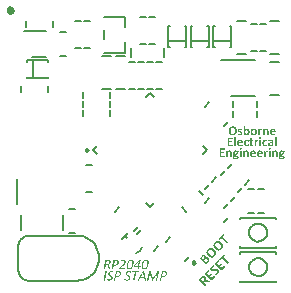
<source format=gto>
G04*
G04 #@! TF.GenerationSoftware,Altium Limited,Altium Designer,22.4.2 (48)*
G04*
G04 Layer_Color=65535*
%FSLAX25Y25*%
%MOIN*%
G70*
G04*
G04 #@! TF.SameCoordinates,5AA650B2-F6FB-4611-9433-B56FCEC6631F*
G04*
G04*
G04 #@! TF.FilePolarity,Positive*
G04*
G01*
G75*
%ADD10C,0.02000*%
%ADD11C,0.01000*%
%ADD12C,0.00600*%
G36*
X88797Y57172D02*
X88843Y57166D01*
X88899Y57161D01*
X88955Y57151D01*
X89011Y57131D01*
X89067Y57111D01*
X89072Y57105D01*
X89093Y57100D01*
X89113Y57085D01*
X89148Y57065D01*
X89179Y57039D01*
X89220Y57004D01*
X89255Y56968D01*
X89286Y56927D01*
X89291Y56922D01*
X89301Y56907D01*
X89316Y56881D01*
X89332Y56851D01*
X89352Y56815D01*
X89372Y56770D01*
X89393Y56719D01*
X89408Y56663D01*
Y56657D01*
X89413Y56637D01*
X89423Y56602D01*
X89429Y56561D01*
X89439Y56505D01*
X89444Y56444D01*
X89449Y56372D01*
Y56296D01*
Y55085D01*
Y55080D01*
Y55069D01*
X89444Y55059D01*
X89434Y55044D01*
X89429D01*
X89423Y55034D01*
X89408Y55029D01*
X89388Y55019D01*
X89383D01*
X89367Y55014D01*
X89337D01*
X89301Y55008D01*
X89291D01*
X89266Y55003D01*
X89225Y54998D01*
X89128D01*
X89082Y55003D01*
X89037Y55008D01*
X89026D01*
X89006Y55014D01*
X88981D01*
X88955Y55019D01*
X88950D01*
X88940Y55024D01*
X88925Y55034D01*
X88909Y55044D01*
Y55049D01*
X88904Y55054D01*
X88899Y55085D01*
Y56204D01*
Y56210D01*
Y56230D01*
Y56255D01*
X88894Y56286D01*
X88889Y56357D01*
X88884Y56398D01*
X88874Y56428D01*
Y56434D01*
X88869Y56444D01*
X88863Y56459D01*
X88858Y56474D01*
X88838Y56520D01*
X88813Y56566D01*
Y56571D01*
X88807Y56576D01*
X88787Y56602D01*
X88757Y56632D01*
X88711Y56657D01*
X88706D01*
X88701Y56663D01*
X88670Y56678D01*
X88624Y56688D01*
X88568Y56693D01*
X88548D01*
X88528Y56688D01*
X88502Y56683D01*
X88467Y56673D01*
X88431Y56657D01*
X88390Y56637D01*
X88349Y56612D01*
X88344Y56607D01*
X88329Y56596D01*
X88309Y56581D01*
X88283Y56556D01*
X88248Y56525D01*
X88212Y56485D01*
X88171Y56439D01*
X88130Y56388D01*
Y55085D01*
Y55080D01*
Y55069D01*
X88125Y55059D01*
X88115Y55044D01*
X88110D01*
X88105Y55034D01*
X88090Y55029D01*
X88069Y55019D01*
X88064D01*
X88049Y55014D01*
X88019D01*
X87983Y55008D01*
X87973D01*
X87947Y55003D01*
X87907Y54998D01*
X87805D01*
X87759Y55003D01*
X87713Y55008D01*
X87703D01*
X87683Y55014D01*
X87657D01*
X87632Y55019D01*
X87627D01*
X87616Y55024D01*
X87601Y55034D01*
X87586Y55044D01*
Y55049D01*
X87581Y55054D01*
X87576Y55085D01*
Y57044D01*
Y57050D01*
Y57060D01*
X87586Y57085D01*
Y57090D01*
X87596Y57095D01*
X87606Y57100D01*
X87621Y57111D01*
X87627D01*
X87642Y57116D01*
X87667Y57121D01*
X87698Y57126D01*
X87708D01*
X87728Y57131D01*
X87764Y57136D01*
X87851D01*
X87891Y57131D01*
X87927Y57126D01*
X87937D01*
X87952Y57121D01*
X87978Y57116D01*
X87998Y57111D01*
X88003D01*
X88013Y57105D01*
X88024Y57095D01*
X88034Y57085D01*
X88039Y57080D01*
X88044Y57075D01*
X88049Y57060D01*
Y57044D01*
Y56820D01*
X88054Y56831D01*
X88074Y56851D01*
X88110Y56881D01*
X88151Y56922D01*
X88197Y56963D01*
X88253Y57009D01*
X88314Y57050D01*
X88375Y57085D01*
X88385Y57090D01*
X88405Y57100D01*
X88441Y57116D01*
X88482Y57131D01*
X88538Y57146D01*
X88594Y57161D01*
X88660Y57172D01*
X88726Y57177D01*
X88762D01*
X88797Y57172D01*
D02*
G37*
G36*
X87026D02*
X87031D01*
X87046Y57166D01*
X87072Y57161D01*
X87097Y57156D01*
X87102D01*
X87118Y57151D01*
X87158Y57141D01*
X87163D01*
X87174Y57136D01*
X87184Y57131D01*
X87194Y57121D01*
X87199D01*
X87204Y57116D01*
X87214Y57095D01*
X87219Y57085D01*
Y57075D01*
X87225Y57060D01*
Y57055D01*
X87230Y57044D01*
Y57024D01*
Y56994D01*
Y56983D01*
X87235Y56963D01*
Y56922D01*
Y56866D01*
Y56861D01*
Y56851D01*
Y56820D01*
Y56775D01*
X87230Y56734D01*
Y56729D01*
X87225Y56708D01*
X87219Y56683D01*
X87214Y56657D01*
Y56652D01*
X87209Y56642D01*
X87199Y56627D01*
X87189Y56617D01*
X87179Y56612D01*
X87169Y56607D01*
X87143D01*
X87112Y56612D01*
X87107D01*
X87097Y56617D01*
X87082Y56622D01*
X87062Y56627D01*
X87057D01*
X87046Y56632D01*
X87026Y56642D01*
X87001Y56647D01*
X86996D01*
X86980Y56652D01*
X86960Y56657D01*
X86904D01*
X86873Y56647D01*
X86838Y56637D01*
X86827Y56632D01*
X86807Y56622D01*
X86777Y56602D01*
X86741Y56576D01*
X86731Y56571D01*
X86710Y56546D01*
X86680Y56515D01*
X86639Y56469D01*
Y56464D01*
X86629Y56459D01*
X86619Y56444D01*
X86609Y56423D01*
X86573Y56372D01*
X86527Y56306D01*
Y55085D01*
Y55080D01*
Y55069D01*
X86522Y55059D01*
X86512Y55044D01*
X86507D01*
X86502Y55034D01*
X86487Y55029D01*
X86466Y55019D01*
X86461D01*
X86446Y55014D01*
X86415D01*
X86380Y55008D01*
X86369D01*
X86344Y55003D01*
X86303Y54998D01*
X86201D01*
X86156Y55003D01*
X86110Y55008D01*
X86100D01*
X86079Y55014D01*
X86054D01*
X86028Y55019D01*
X86023D01*
X86013Y55024D01*
X85998Y55034D01*
X85983Y55044D01*
Y55049D01*
X85978Y55054D01*
X85972Y55085D01*
Y57044D01*
Y57050D01*
Y57060D01*
X85983Y57085D01*
Y57090D01*
X85993Y57095D01*
X86003Y57100D01*
X86018Y57111D01*
X86023D01*
X86039Y57116D01*
X86064Y57121D01*
X86094Y57126D01*
X86105D01*
X86125Y57131D01*
X86161Y57136D01*
X86247D01*
X86288Y57131D01*
X86324Y57126D01*
X86334D01*
X86349Y57121D01*
X86374Y57116D01*
X86395Y57111D01*
X86400D01*
X86410Y57105D01*
X86420Y57095D01*
X86431Y57085D01*
X86436Y57080D01*
X86441Y57075D01*
X86446Y57060D01*
Y57044D01*
Y56800D01*
X86451Y56805D01*
X86461Y56820D01*
X86471Y56841D01*
X86492Y56866D01*
X86537Y56927D01*
X86588Y56983D01*
X86593Y56988D01*
X86598Y56994D01*
X86634Y57024D01*
X86675Y57060D01*
X86721Y57095D01*
X86726D01*
X86731Y57100D01*
X86761Y57121D01*
X86797Y57141D01*
X86843Y57156D01*
X86848D01*
X86853Y57161D01*
X86883Y57166D01*
X86919Y57172D01*
X86965Y57177D01*
X87006D01*
X87026Y57172D01*
D02*
G37*
G36*
X80139D02*
X80205Y57161D01*
X80221D01*
X80236Y57156D01*
X80256Y57151D01*
X80307Y57141D01*
X80363Y57126D01*
X80368D01*
X80373Y57121D01*
X80404Y57111D01*
X80445Y57100D01*
X80480Y57080D01*
X80490Y57075D01*
X80511Y57070D01*
X80531Y57055D01*
X80551Y57044D01*
X80557D01*
X80562Y57034D01*
X80572Y57024D01*
X80577Y57009D01*
Y57004D01*
X80582Y56999D01*
X80592Y56968D01*
Y56963D01*
X80597Y56953D01*
Y56937D01*
X80602Y56912D01*
Y56907D01*
X80607Y56892D01*
Y56866D01*
Y56831D01*
Y56820D01*
Y56795D01*
Y56764D01*
X80602Y56729D01*
Y56724D01*
X80597Y56708D01*
X80592Y56688D01*
X80587Y56673D01*
Y56668D01*
X80582Y56663D01*
X80567Y56642D01*
X80562D01*
X80541Y56637D01*
X80536D01*
X80526Y56642D01*
X80506Y56647D01*
X80475Y56657D01*
X80470Y56663D01*
X80450Y56673D01*
X80414Y56688D01*
X80373Y56708D01*
X80368D01*
X80363Y56713D01*
X80333Y56724D01*
X80287Y56739D01*
X80226Y56759D01*
X80221D01*
X80211Y56764D01*
X80195Y56770D01*
X80175Y56775D01*
X80114Y56780D01*
X80042Y56785D01*
X79997D01*
X79956Y56775D01*
X79910Y56764D01*
X79900Y56759D01*
X79880Y56754D01*
X79849Y56739D01*
X79819Y56719D01*
X79813Y56713D01*
X79798Y56703D01*
X79783Y56678D01*
X79768Y56652D01*
Y56647D01*
X79763Y56627D01*
X79757Y56602D01*
X79752Y56571D01*
Y56566D01*
Y56561D01*
X79757Y56530D01*
X79768Y56495D01*
X79793Y56459D01*
X79798Y56454D01*
X79824Y56434D01*
X79854Y56403D01*
X79900Y56378D01*
X79905D01*
X79910Y56372D01*
X79926Y56367D01*
X79946Y56357D01*
X79997Y56337D01*
X80058Y56311D01*
X80063D01*
X80073Y56306D01*
X80088Y56301D01*
X80114Y56291D01*
X80170Y56271D01*
X80231Y56245D01*
X80236D01*
X80246Y56240D01*
X80266Y56230D01*
X80287Y56220D01*
X80343Y56194D01*
X80409Y56159D01*
X80414D01*
X80424Y56148D01*
X80440Y56138D01*
X80460Y56128D01*
X80511Y56093D01*
X80562Y56042D01*
X80567Y56037D01*
X80572Y56031D01*
X80587Y56016D01*
X80602Y55996D01*
X80638Y55940D01*
X80674Y55869D01*
Y55863D01*
X80679Y55853D01*
X80689Y55833D01*
X80699Y55802D01*
X80704Y55772D01*
X80714Y55731D01*
X80720Y55639D01*
Y55634D01*
Y55609D01*
X80714Y55578D01*
X80709Y55538D01*
X80704Y55492D01*
X80694Y55446D01*
X80674Y55395D01*
X80653Y55344D01*
X80648Y55339D01*
X80643Y55324D01*
X80628Y55299D01*
X80607Y55268D01*
X80582Y55237D01*
X80551Y55202D01*
X80516Y55166D01*
X80475Y55130D01*
X80470Y55125D01*
X80455Y55115D01*
X80429Y55100D01*
X80399Y55085D01*
X80358Y55059D01*
X80312Y55039D01*
X80261Y55019D01*
X80205Y55003D01*
X80200D01*
X80180Y54998D01*
X80149Y54993D01*
X80109Y54983D01*
X80058Y54978D01*
X80002Y54968D01*
X79936Y54962D01*
X79829D01*
X79803Y54968D01*
X79732Y54973D01*
X79656Y54983D01*
X79651D01*
X79640Y54988D01*
X79620D01*
X79600Y54993D01*
X79539Y55003D01*
X79478Y55019D01*
X79473D01*
X79467Y55024D01*
X79432Y55034D01*
X79391Y55049D01*
X79345Y55069D01*
X79335Y55075D01*
X79315Y55085D01*
X79289Y55100D01*
X79269Y55120D01*
X79264Y55125D01*
X79259Y55141D01*
X79243Y55161D01*
X79233Y55192D01*
Y55202D01*
X79228Y55227D01*
X79223Y55273D01*
Y55339D01*
Y55344D01*
Y55349D01*
Y55375D01*
Y55405D01*
Y55436D01*
Y55441D01*
X79228Y55461D01*
X79233Y55477D01*
X79238Y55497D01*
Y55502D01*
X79243Y55512D01*
X79254Y55523D01*
X79259Y55533D01*
X79264D01*
X79269Y55538D01*
X79294Y55543D01*
X79299D01*
X79310Y55538D01*
X79330Y55533D01*
X79361Y55512D01*
X79371Y55507D01*
X79396Y55497D01*
X79432Y55477D01*
X79483Y55451D01*
X79488D01*
X79498Y55446D01*
X79508Y55441D01*
X79528Y55431D01*
X79579Y55410D01*
X79646Y55390D01*
X79651D01*
X79661Y55385D01*
X79681Y55380D01*
X79707D01*
X79737Y55375D01*
X79773Y55370D01*
X79859Y55365D01*
X79900D01*
X79941Y55370D01*
X79987Y55380D01*
X79992D01*
X79997Y55385D01*
X80022Y55390D01*
X80058Y55405D01*
X80088Y55421D01*
X80098Y55426D01*
X80114Y55441D01*
X80134Y55461D01*
X80155Y55492D01*
X80160Y55502D01*
X80170Y55523D01*
X80175Y55553D01*
X80180Y55594D01*
Y55599D01*
Y55604D01*
X80175Y55634D01*
X80165Y55670D01*
X80139Y55706D01*
X80134Y55716D01*
X80109Y55736D01*
X80073Y55762D01*
X80027Y55792D01*
X80022D01*
X80017Y55797D01*
X80002Y55808D01*
X79981Y55813D01*
X79936Y55833D01*
X79875Y55858D01*
X79870D01*
X79859Y55863D01*
X79844Y55869D01*
X79824Y55879D01*
X79768Y55899D01*
X79702Y55925D01*
X79696D01*
X79686Y55930D01*
X79671Y55940D01*
X79646Y55950D01*
X79595Y55981D01*
X79528Y56011D01*
X79523D01*
X79513Y56021D01*
X79498Y56031D01*
X79478Y56047D01*
X79432Y56082D01*
X79376Y56128D01*
X79371Y56133D01*
X79366Y56143D01*
X79350Y56154D01*
X79340Y56174D01*
X79304Y56230D01*
X79269Y56296D01*
Y56301D01*
X79264Y56317D01*
X79259Y56337D01*
X79254Y56367D01*
X79243Y56403D01*
X79238Y56444D01*
X79233Y56489D01*
Y56540D01*
Y56546D01*
Y56566D01*
X79238Y56591D01*
Y56622D01*
X79243Y56663D01*
X79254Y56708D01*
X79284Y56795D01*
X79289Y56800D01*
X79294Y56815D01*
X79310Y56836D01*
X79325Y56866D01*
X79376Y56927D01*
X79442Y56994D01*
X79447Y56999D01*
X79462Y57009D01*
X79483Y57024D01*
X79513Y57044D01*
X79549Y57065D01*
X79595Y57085D01*
X79646Y57105D01*
X79696Y57126D01*
X79702D01*
X79722Y57136D01*
X79752Y57141D01*
X79793Y57151D01*
X79844Y57161D01*
X79900Y57166D01*
X79961Y57177D01*
X80083D01*
X80139Y57172D01*
D02*
G37*
G36*
X90966D02*
X91027Y57166D01*
X91093Y57156D01*
X91164Y57146D01*
X91235Y57126D01*
X91302Y57100D01*
X91312Y57095D01*
X91332Y57085D01*
X91363Y57070D01*
X91403Y57050D01*
X91449Y57019D01*
X91500Y56983D01*
X91546Y56943D01*
X91592Y56897D01*
X91597Y56892D01*
X91612Y56876D01*
X91632Y56846D01*
X91653Y56810D01*
X91683Y56764D01*
X91709Y56713D01*
X91734Y56657D01*
X91755Y56591D01*
X91760Y56581D01*
X91765Y56561D01*
X91775Y56525D01*
X91785Y56479D01*
X91795Y56423D01*
X91800Y56357D01*
X91811Y56291D01*
Y56215D01*
Y56123D01*
Y56118D01*
Y56108D01*
Y56087D01*
X91805Y56067D01*
X91790Y56021D01*
X91765Y55976D01*
X91755Y55970D01*
X91734Y55955D01*
X91694Y55935D01*
X91637Y55930D01*
X90447D01*
Y55925D01*
Y55909D01*
Y55884D01*
X90452Y55853D01*
X90457Y55777D01*
X90472Y55695D01*
Y55690D01*
X90477Y55680D01*
X90487Y55660D01*
X90497Y55634D01*
X90528Y55578D01*
X90569Y55523D01*
X90574Y55517D01*
X90579Y55512D01*
X90594Y55497D01*
X90614Y55482D01*
X90665Y55446D01*
X90737Y55416D01*
X90742D01*
X90757Y55410D01*
X90777Y55405D01*
X90808Y55400D01*
X90843Y55390D01*
X90884Y55385D01*
X90930Y55380D01*
X91032D01*
X91067Y55385D01*
X91149Y55390D01*
X91235Y55400D01*
X91241D01*
X91256Y55405D01*
X91276Y55410D01*
X91302Y55416D01*
X91363Y55426D01*
X91424Y55441D01*
X91429D01*
X91439Y55446D01*
X91470Y55456D01*
X91515Y55472D01*
X91556Y55487D01*
X91561D01*
X91566Y55492D01*
X91587Y55502D01*
X91617Y55507D01*
X91648Y55512D01*
X91658D01*
X91678Y55502D01*
X91683D01*
X91689Y55497D01*
X91699Y55472D01*
Y55467D01*
X91704Y55461D01*
X91709Y55441D01*
X91714Y55416D01*
Y55410D01*
X91719Y55390D01*
Y55365D01*
Y55329D01*
Y55319D01*
Y55299D01*
Y55273D01*
X91714Y55243D01*
Y55237D01*
Y55222D01*
X91709Y55186D01*
Y55181D01*
X91704Y55171D01*
X91694Y55146D01*
X91689Y55136D01*
X91668Y55115D01*
Y55110D01*
X91653Y55105D01*
X91632Y55090D01*
X91612Y55080D01*
X91592Y55069D01*
X91587D01*
X91582Y55064D01*
X91566Y55059D01*
X91551Y55054D01*
X91495Y55039D01*
X91429Y55024D01*
X91424D01*
X91414Y55019D01*
X91393D01*
X91363Y55014D01*
X91332Y55003D01*
X91291Y54998D01*
X91205Y54983D01*
X91200D01*
X91185Y54978D01*
X91159D01*
X91123Y54973D01*
X91083Y54968D01*
X91037D01*
X90930Y54962D01*
X90884D01*
X90838Y54968D01*
X90772Y54973D01*
X90701Y54978D01*
X90625Y54988D01*
X90543Y55003D01*
X90467Y55024D01*
X90457Y55029D01*
X90436Y55034D01*
X90401Y55054D01*
X90355Y55075D01*
X90304Y55100D01*
X90248Y55136D01*
X90192Y55176D01*
X90141Y55222D01*
X90136Y55227D01*
X90121Y55248D01*
X90095Y55278D01*
X90065Y55319D01*
X90034Y55365D01*
X90004Y55426D01*
X89968Y55492D01*
X89943Y55563D01*
Y55573D01*
X89932Y55599D01*
X89922Y55645D01*
X89912Y55701D01*
X89902Y55772D01*
X89892Y55853D01*
X89887Y55945D01*
X89881Y56047D01*
Y56052D01*
Y56057D01*
Y56072D01*
Y56093D01*
X89887Y56138D01*
X89892Y56204D01*
X89897Y56276D01*
X89912Y56352D01*
X89927Y56434D01*
X89948Y56515D01*
X89953Y56525D01*
X89958Y56551D01*
X89973Y56591D01*
X89999Y56642D01*
X90024Y56698D01*
X90060Y56754D01*
X90095Y56815D01*
X90141Y56871D01*
X90146Y56876D01*
X90166Y56897D01*
X90192Y56922D01*
X90233Y56953D01*
X90279Y56994D01*
X90334Y57029D01*
X90396Y57065D01*
X90462Y57095D01*
X90472Y57100D01*
X90497Y57111D01*
X90533Y57121D01*
X90584Y57136D01*
X90645Y57151D01*
X90716Y57166D01*
X90798Y57172D01*
X90879Y57177D01*
X90920D01*
X90966Y57172D01*
D02*
G37*
G36*
X84598D02*
X84664Y57166D01*
X84736Y57156D01*
X84812Y57146D01*
X84888Y57126D01*
X84965Y57100D01*
X84975Y57095D01*
X84995Y57085D01*
X85031Y57070D01*
X85076Y57050D01*
X85127Y57019D01*
X85178Y56983D01*
X85229Y56943D01*
X85280Y56892D01*
X85285Y56887D01*
X85300Y56866D01*
X85326Y56836D01*
X85351Y56800D01*
X85382Y56749D01*
X85413Y56688D01*
X85443Y56622D01*
X85469Y56551D01*
X85474Y56540D01*
X85479Y56515D01*
X85489Y56474D01*
X85504Y56418D01*
X85514Y56347D01*
X85524Y56271D01*
X85530Y56184D01*
X85535Y56087D01*
Y56082D01*
Y56077D01*
Y56047D01*
X85530Y55996D01*
X85524Y55935D01*
X85519Y55869D01*
X85509Y55787D01*
X85489Y55711D01*
X85469Y55629D01*
X85463Y55619D01*
X85458Y55594D01*
X85438Y55558D01*
X85418Y55507D01*
X85392Y55451D01*
X85356Y55390D01*
X85316Y55329D01*
X85265Y55273D01*
X85260Y55268D01*
X85239Y55248D01*
X85214Y55222D01*
X85173Y55192D01*
X85122Y55151D01*
X85066Y55115D01*
X85000Y55080D01*
X84929Y55044D01*
X84919Y55039D01*
X84893Y55034D01*
X84853Y55019D01*
X84791Y55003D01*
X84725Y54988D01*
X84644Y54978D01*
X84552Y54968D01*
X84456Y54962D01*
X84410D01*
X84364Y54968D01*
X84303Y54973D01*
X84232Y54978D01*
X84155Y54993D01*
X84079Y55008D01*
X84003Y55034D01*
X83992Y55039D01*
X83972Y55049D01*
X83936Y55064D01*
X83891Y55085D01*
X83840Y55115D01*
X83784Y55151D01*
X83733Y55197D01*
X83682Y55243D01*
X83677Y55248D01*
X83662Y55268D01*
X83636Y55299D01*
X83611Y55339D01*
X83580Y55390D01*
X83549Y55446D01*
X83519Y55512D01*
X83494Y55584D01*
Y55594D01*
X83483Y55619D01*
X83473Y55660D01*
X83463Y55716D01*
X83453Y55787D01*
X83443Y55863D01*
X83438Y55950D01*
X83433Y56047D01*
Y56052D01*
Y56057D01*
Y56087D01*
X83438Y56138D01*
X83443Y56199D01*
X83448Y56271D01*
X83463Y56347D01*
X83478Y56423D01*
X83499Y56505D01*
X83504Y56515D01*
X83509Y56540D01*
X83529Y56581D01*
X83549Y56627D01*
X83575Y56683D01*
X83611Y56744D01*
X83651Y56805D01*
X83697Y56861D01*
X83702Y56866D01*
X83723Y56887D01*
X83753Y56912D01*
X83789Y56948D01*
X83840Y56983D01*
X83896Y57024D01*
X83962Y57060D01*
X84033Y57095D01*
X84043Y57100D01*
X84069Y57111D01*
X84109Y57121D01*
X84171Y57136D01*
X84237Y57151D01*
X84318Y57166D01*
X84410Y57172D01*
X84506Y57177D01*
X84552D01*
X84598Y57172D01*
D02*
G37*
G36*
X81498Y58073D02*
X81539Y58067D01*
X81549D01*
X81569Y58062D01*
X81600Y58057D01*
X81625Y58047D01*
X81631D01*
X81641Y58042D01*
X81656Y58032D01*
X81671Y58017D01*
X81676D01*
X81682Y58006D01*
X81687Y57996D01*
Y57981D01*
Y56897D01*
X81692Y56902D01*
X81697Y56907D01*
X81712Y56922D01*
X81732Y56937D01*
X81778Y56978D01*
X81834Y57019D01*
X81839Y57024D01*
X81849Y57029D01*
X81865Y57039D01*
X81880Y57050D01*
X81931Y57080D01*
X81982Y57105D01*
X81987D01*
X81997Y57111D01*
X82012Y57116D01*
X82028Y57126D01*
X82078Y57141D01*
X82134Y57156D01*
X82140D01*
X82150Y57161D01*
X82165D01*
X82185Y57166D01*
X82241Y57172D01*
X82302Y57177D01*
X82338D01*
X82379Y57172D01*
X82430Y57166D01*
X82491Y57156D01*
X82552Y57136D01*
X82613Y57116D01*
X82674Y57085D01*
X82679Y57080D01*
X82700Y57070D01*
X82725Y57050D01*
X82761Y57024D01*
X82801Y56988D01*
X82842Y56948D01*
X82883Y56902D01*
X82918Y56851D01*
X82924Y56846D01*
X82934Y56826D01*
X82954Y56795D01*
X82974Y56754D01*
X82995Y56703D01*
X83020Y56642D01*
X83040Y56576D01*
X83061Y56505D01*
Y56495D01*
X83066Y56469D01*
X83076Y56434D01*
X83086Y56383D01*
X83091Y56322D01*
X83102Y56250D01*
X83107Y56174D01*
Y56093D01*
Y56087D01*
Y56082D01*
Y56067D01*
Y56047D01*
X83102Y56001D01*
Y55935D01*
X83091Y55863D01*
X83081Y55787D01*
X83066Y55706D01*
X83046Y55624D01*
Y55614D01*
X83035Y55589D01*
X83020Y55553D01*
X83005Y55502D01*
X82980Y55446D01*
X82954Y55385D01*
X82918Y55324D01*
X82883Y55268D01*
X82878Y55263D01*
X82862Y55243D01*
X82842Y55217D01*
X82811Y55186D01*
X82771Y55146D01*
X82725Y55110D01*
X82674Y55075D01*
X82618Y55039D01*
X82613Y55034D01*
X82593Y55029D01*
X82557Y55014D01*
X82516Y55003D01*
X82460Y54988D01*
X82399Y54973D01*
X82333Y54968D01*
X82262Y54962D01*
X82226D01*
X82201Y54968D01*
X82140Y54973D01*
X82073Y54983D01*
X82068D01*
X82058Y54988D01*
X82043Y54993D01*
X82023Y54998D01*
X81972Y55014D01*
X81911Y55039D01*
X81906D01*
X81895Y55044D01*
X81880Y55054D01*
X81865Y55069D01*
X81814Y55100D01*
X81758Y55141D01*
X81753Y55146D01*
X81743Y55151D01*
X81727Y55166D01*
X81712Y55186D01*
X81661Y55237D01*
X81605Y55299D01*
Y55085D01*
Y55080D01*
Y55069D01*
X81600Y55059D01*
X81590Y55044D01*
X81580Y55034D01*
X81569Y55029D01*
X81549Y55019D01*
X81544D01*
X81529Y55014D01*
X81508Y55008D01*
X81478Y55003D01*
X81447D01*
X81412Y54998D01*
X81284D01*
X81249Y55003D01*
X81244D01*
X81223Y55008D01*
X81203Y55014D01*
X81178Y55019D01*
X81173D01*
X81162Y55024D01*
X81152Y55034D01*
X81142Y55044D01*
Y55049D01*
X81137Y55054D01*
X81132Y55085D01*
Y57981D01*
Y57986D01*
Y57991D01*
X81142Y58017D01*
X81147Y58022D01*
X81152Y58027D01*
X81167Y58037D01*
X81188Y58047D01*
X81193Y58052D01*
X81208Y58057D01*
X81234Y58062D01*
X81269Y58067D01*
X81279D01*
X81310Y58073D01*
X81351Y58078D01*
X81453D01*
X81498Y58073D01*
D02*
G37*
G36*
X77676Y57905D02*
X77752Y57899D01*
X77844Y57889D01*
X77935Y57874D01*
X78032Y57854D01*
X78129Y57823D01*
X78134D01*
X78139Y57818D01*
X78169Y57808D01*
X78215Y57788D01*
X78276Y57757D01*
X78337Y57721D01*
X78409Y57675D01*
X78475Y57620D01*
X78541Y57559D01*
X78546Y57548D01*
X78566Y57528D01*
X78597Y57487D01*
X78638Y57436D01*
X78678Y57370D01*
X78719Y57294D01*
X78760Y57202D01*
X78795Y57105D01*
Y57100D01*
X78801Y57095D01*
X78806Y57080D01*
X78811Y57060D01*
X78816Y57034D01*
X78821Y56999D01*
X78841Y56922D01*
X78857Y56831D01*
X78867Y56724D01*
X78877Y56596D01*
X78882Y56464D01*
Y56459D01*
Y56449D01*
Y56428D01*
Y56403D01*
X78877Y56372D01*
Y56337D01*
X78872Y56255D01*
X78862Y56154D01*
X78841Y56052D01*
X78821Y55940D01*
X78790Y55833D01*
Y55828D01*
X78785Y55823D01*
X78780Y55808D01*
X78775Y55787D01*
X78755Y55736D01*
X78724Y55670D01*
X78689Y55594D01*
X78643Y55517D01*
X78592Y55436D01*
X78531Y55360D01*
X78521Y55349D01*
X78500Y55329D01*
X78465Y55293D01*
X78414Y55253D01*
X78348Y55202D01*
X78276Y55156D01*
X78190Y55105D01*
X78098Y55064D01*
X78093D01*
X78088Y55059D01*
X78073Y55054D01*
X78052Y55049D01*
X78001Y55034D01*
X77930Y55014D01*
X77844Y54993D01*
X77742Y54978D01*
X77630Y54968D01*
X77508Y54962D01*
X77452D01*
X77421Y54968D01*
X77391D01*
X77309Y54973D01*
X77223Y54983D01*
X77126Y54998D01*
X77024Y55019D01*
X76927Y55049D01*
X76922D01*
X76917Y55054D01*
X76887Y55064D01*
X76841Y55085D01*
X76785Y55115D01*
X76719Y55151D01*
X76653Y55197D01*
X76581Y55253D01*
X76515Y55314D01*
X76510Y55324D01*
X76490Y55344D01*
X76459Y55385D01*
X76424Y55436D01*
X76383Y55502D01*
X76342Y55578D01*
X76306Y55670D01*
X76271Y55767D01*
Y55772D01*
X76266Y55777D01*
Y55797D01*
X76261Y55818D01*
X76250Y55843D01*
X76245Y55874D01*
X76230Y55950D01*
X76215Y56047D01*
X76205Y56159D01*
X76195Y56281D01*
X76189Y56418D01*
Y56423D01*
Y56434D01*
Y56454D01*
Y56474D01*
X76195Y56505D01*
Y56540D01*
X76200Y56622D01*
X76210Y56719D01*
X76225Y56820D01*
X76245Y56927D01*
X76276Y57034D01*
Y57039D01*
X76281Y57044D01*
X76286Y57060D01*
X76291Y57080D01*
X76312Y57131D01*
X76342Y57197D01*
X76378Y57273D01*
X76424Y57350D01*
X76474Y57431D01*
X76535Y57508D01*
X76546Y57518D01*
X76566Y57538D01*
X76602Y57574D01*
X76653Y57620D01*
X76714Y57665D01*
X76790Y57716D01*
X76872Y57762D01*
X76963Y57803D01*
X76968D01*
X76973Y57808D01*
X76989Y57813D01*
X77009Y57818D01*
X77065Y57838D01*
X77136Y57859D01*
X77223Y57874D01*
X77324Y57894D01*
X77437Y57905D01*
X77559Y57910D01*
X77640D01*
X77676Y57905D01*
D02*
G37*
G36*
X86746Y54307D02*
X86787Y54302D01*
X86873Y54287D01*
X86909Y54266D01*
X86940Y54246D01*
X86945Y54241D01*
X86950Y54236D01*
X86960Y54220D01*
X86975Y54195D01*
X86985Y54164D01*
X86996Y54124D01*
X87001Y54078D01*
X87006Y54022D01*
Y54017D01*
Y53996D01*
X87001Y53966D01*
X86996Y53930D01*
X86975Y53859D01*
X86960Y53823D01*
X86934Y53793D01*
X86929D01*
X86919Y53783D01*
X86904Y53772D01*
X86878Y53762D01*
X86843Y53752D01*
X86802Y53742D01*
X86746Y53737D01*
X86685Y53732D01*
X86654D01*
X86624Y53737D01*
X86583Y53742D01*
X86497Y53757D01*
X86461Y53772D01*
X86431Y53793D01*
Y53798D01*
X86420Y53803D01*
X86410Y53818D01*
X86400Y53844D01*
X86390Y53874D01*
X86380Y53910D01*
X86374Y53956D01*
X86369Y54012D01*
Y54017D01*
Y54037D01*
X86374Y54068D01*
X86380Y54103D01*
X86400Y54180D01*
X86415Y54215D01*
X86436Y54246D01*
X86441Y54251D01*
X86451Y54256D01*
X86466Y54266D01*
X86492Y54282D01*
X86527Y54292D01*
X86568Y54302D01*
X86624Y54307D01*
X86685Y54312D01*
X86716D01*
X86746Y54307D01*
D02*
G37*
G36*
X85860Y53487D02*
X85865D01*
X85881Y53482D01*
X85906Y53477D01*
X85932Y53472D01*
X85937D01*
X85952Y53467D01*
X85993Y53457D01*
X85998D01*
X86008Y53452D01*
X86018Y53447D01*
X86028Y53437D01*
X86033D01*
X86039Y53431D01*
X86049Y53411D01*
X86054Y53401D01*
Y53391D01*
X86059Y53376D01*
Y53370D01*
X86064Y53360D01*
Y53340D01*
Y53309D01*
Y53299D01*
X86069Y53279D01*
Y53238D01*
Y53182D01*
Y53177D01*
Y53167D01*
Y53136D01*
Y53090D01*
X86064Y53050D01*
Y53045D01*
X86059Y53024D01*
X86054Y52999D01*
X86049Y52973D01*
Y52968D01*
X86044Y52958D01*
X86033Y52943D01*
X86023Y52933D01*
X86013Y52928D01*
X86003Y52922D01*
X85978D01*
X85947Y52928D01*
X85942D01*
X85932Y52933D01*
X85916Y52938D01*
X85896Y52943D01*
X85891D01*
X85881Y52948D01*
X85860Y52958D01*
X85835Y52963D01*
X85830D01*
X85815Y52968D01*
X85794Y52973D01*
X85738D01*
X85708Y52963D01*
X85672Y52953D01*
X85662Y52948D01*
X85641Y52938D01*
X85611Y52917D01*
X85575Y52892D01*
X85565Y52887D01*
X85545Y52861D01*
X85514Y52831D01*
X85474Y52785D01*
Y52780D01*
X85463Y52775D01*
X85453Y52760D01*
X85443Y52739D01*
X85407Y52688D01*
X85362Y52622D01*
Y51401D01*
Y51395D01*
Y51385D01*
X85356Y51375D01*
X85346Y51360D01*
X85341D01*
X85336Y51350D01*
X85321Y51345D01*
X85300Y51334D01*
X85295D01*
X85280Y51329D01*
X85250D01*
X85214Y51324D01*
X85204D01*
X85178Y51319D01*
X85138Y51314D01*
X85036D01*
X84990Y51319D01*
X84944Y51324D01*
X84934D01*
X84914Y51329D01*
X84888D01*
X84863Y51334D01*
X84858D01*
X84847Y51340D01*
X84832Y51350D01*
X84817Y51360D01*
Y51365D01*
X84812Y51370D01*
X84807Y51401D01*
Y53360D01*
Y53365D01*
Y53376D01*
X84817Y53401D01*
Y53406D01*
X84827Y53411D01*
X84837Y53416D01*
X84853Y53426D01*
X84858D01*
X84873Y53431D01*
X84898Y53437D01*
X84929Y53442D01*
X84939D01*
X84960Y53447D01*
X84995Y53452D01*
X85082D01*
X85122Y53447D01*
X85158Y53442D01*
X85168D01*
X85183Y53437D01*
X85209Y53431D01*
X85229Y53426D01*
X85234D01*
X85245Y53421D01*
X85255Y53411D01*
X85265Y53401D01*
X85270Y53396D01*
X85275Y53391D01*
X85280Y53376D01*
Y53360D01*
Y53116D01*
X85285Y53121D01*
X85295Y53136D01*
X85306Y53157D01*
X85326Y53182D01*
X85372Y53243D01*
X85423Y53299D01*
X85428Y53304D01*
X85433Y53309D01*
X85469Y53340D01*
X85509Y53376D01*
X85555Y53411D01*
X85560D01*
X85565Y53416D01*
X85596Y53437D01*
X85631Y53457D01*
X85677Y53472D01*
X85682D01*
X85687Y53477D01*
X85718Y53482D01*
X85754Y53487D01*
X85799Y53493D01*
X85840D01*
X85860Y53487D01*
D02*
G37*
G36*
X88492Y53477D02*
X88553Y53467D01*
X88558D01*
X88568Y53462D01*
X88584D01*
X88604Y53457D01*
X88655Y53442D01*
X88711Y53426D01*
X88716D01*
X88726Y53421D01*
X88757Y53411D01*
X88797Y53391D01*
X88843Y53365D01*
X88848D01*
X88853Y53360D01*
X88879Y53345D01*
X88904Y53330D01*
X88925Y53309D01*
X88930Y53304D01*
X88940Y53299D01*
X88950Y53284D01*
X88960Y53269D01*
Y53263D01*
X88965Y53258D01*
X88976Y53228D01*
Y53223D01*
X88981Y53213D01*
Y53187D01*
X88986Y53162D01*
Y53157D01*
X88991Y53136D01*
Y53106D01*
Y53070D01*
Y53065D01*
Y53050D01*
Y53029D01*
X88986Y52999D01*
X88981Y52943D01*
X88976Y52912D01*
X88965Y52892D01*
X88960Y52882D01*
X88950Y52867D01*
X88935Y52851D01*
X88909Y52841D01*
X88904D01*
X88889Y52846D01*
X88863Y52856D01*
X88833Y52872D01*
X88828Y52877D01*
X88807Y52892D01*
X88772Y52912D01*
X88731Y52938D01*
X88721Y52943D01*
X88696Y52958D01*
X88650Y52978D01*
X88594Y53004D01*
X88589D01*
X88578Y53009D01*
X88563Y53014D01*
X88543Y53024D01*
X88487Y53035D01*
X88411Y53039D01*
X88375D01*
X88334Y53029D01*
X88288Y53019D01*
X88232Y52999D01*
X88176Y52968D01*
X88125Y52928D01*
X88080Y52872D01*
X88074Y52861D01*
X88064Y52841D01*
X88044Y52800D01*
X88024Y52749D01*
X88003Y52678D01*
X87983Y52597D01*
X87973Y52495D01*
X87968Y52383D01*
Y52378D01*
Y52358D01*
Y52327D01*
X87973Y52291D01*
Y52245D01*
X87978Y52200D01*
X87993Y52103D01*
Y52098D01*
X87998Y52083D01*
X88008Y52062D01*
X88013Y52032D01*
X88044Y51966D01*
X88080Y51899D01*
X88085Y51894D01*
X88090Y51884D01*
X88120Y51854D01*
X88161Y51813D01*
X88217Y51777D01*
X88222D01*
X88232Y51772D01*
X88253Y51767D01*
X88273Y51762D01*
X88304Y51752D01*
X88339Y51747D01*
X88416Y51742D01*
X88456D01*
X88482Y51747D01*
X88543Y51757D01*
X88609Y51772D01*
X88614D01*
X88624Y51777D01*
X88639Y51787D01*
X88660Y51798D01*
X88706Y51818D01*
X88757Y51849D01*
X88762D01*
X88767Y51854D01*
X88792Y51874D01*
X88828Y51899D01*
X88858Y51925D01*
X88863Y51930D01*
X88884Y51945D01*
X88904Y51955D01*
X88930Y51960D01*
X88940D01*
X88950Y51955D01*
X88960Y51945D01*
X88965D01*
X88970Y51935D01*
X88976Y51925D01*
X88981Y51904D01*
Y51899D01*
X88986Y51884D01*
X88991Y51859D01*
X88996Y51828D01*
Y51818D01*
X89001Y51798D01*
Y51762D01*
Y51711D01*
Y51701D01*
Y51680D01*
Y51645D01*
X88996Y51614D01*
Y51609D01*
X88991Y51589D01*
Y51569D01*
X88986Y51548D01*
Y51543D01*
X88981Y51533D01*
X88970Y51508D01*
Y51502D01*
X88965Y51497D01*
X88955Y51482D01*
X88940Y51467D01*
X88935Y51462D01*
X88920Y51451D01*
X88889Y51431D01*
X88848Y51406D01*
X88843D01*
X88838Y51401D01*
X88807Y51385D01*
X88762Y51365D01*
X88706Y51340D01*
X88701D01*
X88690Y51334D01*
X88675Y51329D01*
X88655Y51324D01*
X88599Y51314D01*
X88528Y51299D01*
X88522D01*
X88512Y51294D01*
X88492D01*
X88467Y51289D01*
X88405Y51284D01*
X88329Y51278D01*
X88293D01*
X88248Y51284D01*
X88197Y51289D01*
X88130Y51294D01*
X88064Y51309D01*
X87993Y51324D01*
X87927Y51345D01*
X87922Y51350D01*
X87896Y51360D01*
X87866Y51375D01*
X87825Y51395D01*
X87779Y51426D01*
X87728Y51462D01*
X87678Y51508D01*
X87632Y51553D01*
X87627Y51558D01*
X87611Y51579D01*
X87591Y51609D01*
X87565Y51645D01*
X87535Y51696D01*
X87510Y51752D01*
X87479Y51818D01*
X87454Y51889D01*
Y51899D01*
X87443Y51925D01*
X87438Y51966D01*
X87428Y52022D01*
X87418Y52088D01*
X87408Y52164D01*
X87403Y52251D01*
X87398Y52342D01*
Y52347D01*
Y52358D01*
Y52373D01*
Y52393D01*
X87403Y52449D01*
X87408Y52515D01*
X87413Y52597D01*
X87428Y52683D01*
X87443Y52770D01*
X87469Y52851D01*
X87474Y52861D01*
X87484Y52887D01*
X87499Y52928D01*
X87520Y52978D01*
X87550Y53035D01*
X87586Y53090D01*
X87627Y53152D01*
X87672Y53207D01*
X87678Y53213D01*
X87698Y53233D01*
X87723Y53258D01*
X87759Y53289D01*
X87805Y53320D01*
X87861Y53355D01*
X87917Y53391D01*
X87983Y53416D01*
X87993Y53421D01*
X88013Y53426D01*
X88054Y53437D01*
X88100Y53452D01*
X88161Y53467D01*
X88232Y53477D01*
X88304Y53482D01*
X88385Y53487D01*
X88441D01*
X88492Y53477D01*
D02*
G37*
G36*
X82338D02*
X82399Y53467D01*
X82404D01*
X82415Y53462D01*
X82430D01*
X82450Y53457D01*
X82501Y53442D01*
X82557Y53426D01*
X82562D01*
X82572Y53421D01*
X82603Y53411D01*
X82644Y53391D01*
X82689Y53365D01*
X82694D01*
X82700Y53360D01*
X82725Y53345D01*
X82750Y53330D01*
X82771Y53309D01*
X82776Y53304D01*
X82786Y53299D01*
X82796Y53284D01*
X82806Y53269D01*
Y53263D01*
X82811Y53258D01*
X82822Y53228D01*
Y53223D01*
X82827Y53213D01*
Y53187D01*
X82832Y53162D01*
Y53157D01*
X82837Y53136D01*
Y53106D01*
Y53070D01*
Y53065D01*
Y53050D01*
Y53029D01*
X82832Y52999D01*
X82827Y52943D01*
X82822Y52912D01*
X82811Y52892D01*
X82806Y52882D01*
X82796Y52867D01*
X82781Y52851D01*
X82756Y52841D01*
X82750D01*
X82735Y52846D01*
X82710Y52856D01*
X82679Y52872D01*
X82674Y52877D01*
X82654Y52892D01*
X82618Y52912D01*
X82577Y52938D01*
X82567Y52943D01*
X82542Y52958D01*
X82496Y52978D01*
X82440Y53004D01*
X82435D01*
X82425Y53009D01*
X82409Y53014D01*
X82389Y53024D01*
X82333Y53035D01*
X82257Y53039D01*
X82221D01*
X82180Y53029D01*
X82134Y53019D01*
X82078Y52999D01*
X82023Y52968D01*
X81972Y52928D01*
X81926Y52872D01*
X81921Y52861D01*
X81911Y52841D01*
X81890Y52800D01*
X81870Y52749D01*
X81849Y52678D01*
X81829Y52597D01*
X81819Y52495D01*
X81814Y52383D01*
Y52378D01*
Y52358D01*
Y52327D01*
X81819Y52291D01*
Y52245D01*
X81824Y52200D01*
X81839Y52103D01*
Y52098D01*
X81844Y52083D01*
X81855Y52062D01*
X81860Y52032D01*
X81890Y51966D01*
X81926Y51899D01*
X81931Y51894D01*
X81936Y51884D01*
X81967Y51854D01*
X82007Y51813D01*
X82063Y51777D01*
X82068D01*
X82078Y51772D01*
X82099Y51767D01*
X82119Y51762D01*
X82150Y51752D01*
X82185Y51747D01*
X82262Y51742D01*
X82302D01*
X82328Y51747D01*
X82389Y51757D01*
X82455Y51772D01*
X82460D01*
X82471Y51777D01*
X82486Y51787D01*
X82506Y51798D01*
X82552Y51818D01*
X82603Y51849D01*
X82608D01*
X82613Y51854D01*
X82638Y51874D01*
X82674Y51899D01*
X82705Y51925D01*
X82710Y51930D01*
X82730Y51945D01*
X82750Y51955D01*
X82776Y51960D01*
X82786D01*
X82796Y51955D01*
X82806Y51945D01*
X82811D01*
X82817Y51935D01*
X82822Y51925D01*
X82827Y51904D01*
Y51899D01*
X82832Y51884D01*
X82837Y51859D01*
X82842Y51828D01*
Y51818D01*
X82847Y51798D01*
Y51762D01*
Y51711D01*
Y51701D01*
Y51680D01*
Y51645D01*
X82842Y51614D01*
Y51609D01*
X82837Y51589D01*
Y51569D01*
X82832Y51548D01*
Y51543D01*
X82827Y51533D01*
X82817Y51508D01*
Y51502D01*
X82811Y51497D01*
X82801Y51482D01*
X82786Y51467D01*
X82781Y51462D01*
X82766Y51451D01*
X82735Y51431D01*
X82694Y51406D01*
X82689D01*
X82684Y51401D01*
X82654Y51385D01*
X82608Y51365D01*
X82552Y51340D01*
X82547D01*
X82537Y51334D01*
X82521Y51329D01*
X82501Y51324D01*
X82445Y51314D01*
X82374Y51299D01*
X82369D01*
X82358Y51294D01*
X82338D01*
X82313Y51289D01*
X82252Y51284D01*
X82175Y51278D01*
X82140D01*
X82094Y51284D01*
X82043Y51289D01*
X81977Y51294D01*
X81911Y51309D01*
X81839Y51324D01*
X81773Y51345D01*
X81768Y51350D01*
X81743Y51360D01*
X81712Y51375D01*
X81671Y51395D01*
X81625Y51426D01*
X81575Y51462D01*
X81524Y51508D01*
X81478Y51553D01*
X81473Y51558D01*
X81458Y51579D01*
X81437Y51609D01*
X81412Y51645D01*
X81381Y51696D01*
X81356Y51752D01*
X81325Y51818D01*
X81300Y51889D01*
Y51899D01*
X81290Y51925D01*
X81284Y51966D01*
X81274Y52022D01*
X81264Y52088D01*
X81254Y52164D01*
X81249Y52251D01*
X81244Y52342D01*
Y52347D01*
Y52358D01*
Y52373D01*
Y52393D01*
X81249Y52449D01*
X81254Y52515D01*
X81259Y52597D01*
X81274Y52683D01*
X81290Y52770D01*
X81315Y52851D01*
X81320Y52861D01*
X81330Y52887D01*
X81346Y52928D01*
X81366Y52978D01*
X81397Y53035D01*
X81432Y53090D01*
X81473Y53152D01*
X81519Y53207D01*
X81524Y53213D01*
X81544Y53233D01*
X81569Y53258D01*
X81605Y53289D01*
X81651Y53320D01*
X81707Y53355D01*
X81763Y53391D01*
X81829Y53416D01*
X81839Y53421D01*
X81860Y53426D01*
X81900Y53437D01*
X81946Y53452D01*
X82007Y53467D01*
X82078Y53477D01*
X82150Y53482D01*
X82231Y53487D01*
X82287D01*
X82338Y53477D01*
D02*
G37*
G36*
X77437Y54169D02*
X77447Y54159D01*
X77452D01*
X77457Y54149D01*
X77462Y54139D01*
X77472Y54119D01*
Y54114D01*
X77477Y54103D01*
X77482Y54078D01*
X77487Y54053D01*
Y54047D01*
X77492Y54022D01*
X77498Y53991D01*
Y53946D01*
Y53940D01*
Y53935D01*
Y53910D01*
X77492Y53874D01*
X77487Y53839D01*
Y53834D01*
X77482Y53813D01*
X77477Y53793D01*
X77472Y53767D01*
Y53762D01*
X77467Y53752D01*
X77457Y53742D01*
X77447Y53732D01*
X77437Y53727D01*
X77411Y53722D01*
X76398D01*
Y53029D01*
X77268D01*
X77284Y53024D01*
X77294Y53014D01*
X77299D01*
X77304Y53004D01*
X77309Y52994D01*
X77319Y52978D01*
Y52973D01*
X77324Y52958D01*
X77330Y52938D01*
X77335Y52907D01*
Y52902D01*
X77340Y52882D01*
X77345Y52846D01*
Y52805D01*
Y52800D01*
Y52795D01*
Y52770D01*
X77340Y52734D01*
X77335Y52698D01*
Y52693D01*
X77330Y52673D01*
X77324Y52653D01*
X77319Y52632D01*
Y52627D01*
X77314Y52617D01*
X77304Y52607D01*
X77294Y52597D01*
X77284Y52592D01*
X77258Y52587D01*
X76398D01*
Y51782D01*
X77431D01*
X77447Y51777D01*
X77457Y51767D01*
X77462D01*
X77467Y51757D01*
X77472Y51747D01*
X77482Y51726D01*
Y51721D01*
X77487Y51711D01*
X77492Y51686D01*
X77498Y51660D01*
Y51655D01*
X77503Y51630D01*
X77508Y51599D01*
Y51553D01*
Y51548D01*
Y51543D01*
Y51518D01*
X77503Y51482D01*
X77498Y51446D01*
Y51441D01*
X77492Y51421D01*
X77487Y51401D01*
X77482Y51375D01*
Y51370D01*
X77477Y51360D01*
X77467Y51350D01*
X77457Y51340D01*
X77447Y51334D01*
X77421Y51329D01*
X75981D01*
X75950Y51334D01*
X75910Y51345D01*
X75869Y51370D01*
X75864Y51380D01*
X75848Y51401D01*
X75828Y51446D01*
X75823Y51472D01*
Y51508D01*
Y53991D01*
Y53996D01*
Y54007D01*
X75828Y54022D01*
Y54047D01*
X75843Y54088D01*
X75854Y54114D01*
X75869Y54129D01*
X75879Y54134D01*
X75904Y54154D01*
X75940Y54169D01*
X75991Y54175D01*
X77421D01*
X77437Y54169D01*
D02*
G37*
G36*
X91989Y54388D02*
X92030Y54383D01*
X92040D01*
X92060Y54378D01*
X92091Y54373D01*
X92116Y54363D01*
X92121D01*
X92131Y54358D01*
X92147Y54348D01*
X92162Y54332D01*
X92167D01*
X92172Y54322D01*
X92177Y54312D01*
Y54297D01*
Y51401D01*
Y51395D01*
Y51385D01*
X92172Y51375D01*
X92162Y51360D01*
X92157D01*
X92152Y51350D01*
X92136Y51345D01*
X92116Y51334D01*
X92111D01*
X92096Y51329D01*
X92065D01*
X92030Y51324D01*
X92019D01*
X91994Y51319D01*
X91953Y51314D01*
X91851D01*
X91805Y51319D01*
X91760Y51324D01*
X91750D01*
X91729Y51329D01*
X91704D01*
X91678Y51334D01*
X91673D01*
X91663Y51340D01*
X91648Y51350D01*
X91632Y51360D01*
Y51365D01*
X91627Y51370D01*
X91622Y51401D01*
Y54297D01*
Y54302D01*
Y54307D01*
X91632Y54332D01*
X91637Y54338D01*
X91643Y54343D01*
X91658Y54353D01*
X91678Y54363D01*
X91683Y54368D01*
X91699Y54373D01*
X91724Y54378D01*
X91760Y54383D01*
X91770D01*
X91800Y54388D01*
X91841Y54394D01*
X91943D01*
X91989Y54388D01*
D02*
G37*
G36*
X90340Y53487D02*
X90401Y53482D01*
X90467Y53472D01*
X90533Y53462D01*
X90599Y53447D01*
X90604D01*
X90625Y53437D01*
X90655Y53426D01*
X90696Y53411D01*
X90777Y53365D01*
X90823Y53340D01*
X90864Y53304D01*
X90869Y53299D01*
X90879Y53289D01*
X90899Y53269D01*
X90925Y53238D01*
X90950Y53207D01*
X90976Y53167D01*
X91001Y53116D01*
X91022Y53065D01*
Y53060D01*
X91032Y53039D01*
X91037Y53009D01*
X91047Y52968D01*
X91057Y52912D01*
X91062Y52856D01*
X91073Y52785D01*
Y52714D01*
Y51395D01*
Y51390D01*
X91067Y51375D01*
X91062Y51360D01*
X91047Y51345D01*
X91042D01*
X91032Y51334D01*
X91006Y51329D01*
X90976Y51324D01*
X90966D01*
X90940Y51319D01*
X90899Y51314D01*
X90782D01*
X90737Y51319D01*
X90696Y51324D01*
X90691D01*
X90671Y51329D01*
X90650Y51334D01*
X90630Y51345D01*
X90625Y51350D01*
X90620Y51355D01*
X90614Y51370D01*
X90609Y51390D01*
Y51548D01*
X90604Y51543D01*
X90589Y51528D01*
X90564Y51502D01*
X90533Y51477D01*
X90492Y51446D01*
X90447Y51411D01*
X90390Y51380D01*
X90334Y51350D01*
X90329Y51345D01*
X90309Y51340D01*
X90279Y51329D01*
X90233Y51314D01*
X90182Y51299D01*
X90126Y51289D01*
X90065Y51284D01*
X89994Y51278D01*
X89938D01*
X89897Y51284D01*
X89851Y51289D01*
X89805Y51294D01*
X89703Y51319D01*
X89698D01*
X89683Y51329D01*
X89657Y51334D01*
X89627Y51350D01*
X89556Y51385D01*
X89479Y51436D01*
X89474Y51441D01*
X89464Y51451D01*
X89444Y51467D01*
X89423Y51492D01*
X89403Y51523D01*
X89378Y51553D01*
X89332Y51635D01*
Y51640D01*
X89322Y51655D01*
X89316Y51680D01*
X89306Y51716D01*
X89296Y51757D01*
X89291Y51803D01*
X89281Y51859D01*
Y51915D01*
Y51925D01*
Y51945D01*
X89286Y51976D01*
X89291Y52017D01*
X89296Y52062D01*
X89311Y52113D01*
X89327Y52164D01*
X89347Y52210D01*
X89352Y52215D01*
X89357Y52230D01*
X89378Y52256D01*
X89398Y52286D01*
X89423Y52317D01*
X89459Y52352D01*
X89500Y52388D01*
X89546Y52419D01*
X89551Y52424D01*
X89571Y52434D01*
X89596Y52449D01*
X89637Y52469D01*
X89683Y52490D01*
X89739Y52510D01*
X89805Y52531D01*
X89876Y52546D01*
X89887D01*
X89912Y52551D01*
X89953Y52561D01*
X90009Y52566D01*
X90075Y52576D01*
X90151Y52581D01*
X90243Y52587D01*
X90528D01*
Y52704D01*
Y52709D01*
Y52719D01*
Y52734D01*
Y52760D01*
X90518Y52811D01*
X90508Y52861D01*
Y52867D01*
X90503Y52872D01*
X90492Y52902D01*
X90472Y52943D01*
X90441Y52978D01*
X90436Y52989D01*
X90411Y53004D01*
X90375Y53024D01*
X90329Y53045D01*
X90324D01*
X90319Y53050D01*
X90304Y53055D01*
X90284Y53060D01*
X90228Y53065D01*
X90156Y53070D01*
X90105D01*
X90070Y53065D01*
X89994Y53055D01*
X89907Y53035D01*
X89902D01*
X89887Y53029D01*
X89866Y53024D01*
X89841Y53014D01*
X89780Y52994D01*
X89714Y52968D01*
X89708D01*
X89698Y52963D01*
X89683Y52958D01*
X89668Y52948D01*
X89622Y52928D01*
X89576Y52902D01*
X89566Y52897D01*
X89546Y52887D01*
X89515Y52877D01*
X89485Y52872D01*
X89469D01*
X89454Y52877D01*
X89439Y52887D01*
Y52892D01*
X89429Y52897D01*
X89408Y52928D01*
Y52933D01*
X89403Y52948D01*
X89398Y52968D01*
X89393Y52999D01*
Y53004D01*
Y53024D01*
X89388Y53055D01*
Y53090D01*
Y53096D01*
Y53101D01*
Y53131D01*
X89393Y53162D01*
X89398Y53197D01*
Y53202D01*
X89408Y53223D01*
X89418Y53243D01*
X89439Y53269D01*
X89444Y53274D01*
X89464Y53289D01*
X89495Y53314D01*
X89546Y53340D01*
X89551D01*
X89561Y53345D01*
X89576Y53355D01*
X89596Y53365D01*
X89652Y53386D01*
X89724Y53411D01*
X89729D01*
X89744Y53416D01*
X89764Y53421D01*
X89795Y53431D01*
X89825Y53442D01*
X89866Y53452D01*
X89953Y53467D01*
X89958D01*
X89973Y53472D01*
X89999Y53477D01*
X90029Y53482D01*
X90070D01*
X90111Y53487D01*
X90202Y53493D01*
X90284D01*
X90340Y53487D01*
D02*
G37*
G36*
X86777Y53447D02*
X86817Y53442D01*
X86827D01*
X86848Y53437D01*
X86878Y53431D01*
X86904Y53421D01*
X86909D01*
X86919Y53416D01*
X86934Y53406D01*
X86950Y53396D01*
X86955Y53391D01*
X86960Y53386D01*
X86965Y53370D01*
Y53355D01*
Y51401D01*
Y51395D01*
Y51385D01*
X86960Y51375D01*
X86950Y51360D01*
X86945D01*
X86940Y51350D01*
X86924Y51345D01*
X86904Y51334D01*
X86899D01*
X86883Y51329D01*
X86853D01*
X86817Y51324D01*
X86807D01*
X86782Y51319D01*
X86741Y51314D01*
X86639D01*
X86593Y51319D01*
X86548Y51324D01*
X86537D01*
X86517Y51329D01*
X86492D01*
X86466Y51334D01*
X86461D01*
X86451Y51340D01*
X86436Y51350D01*
X86420Y51360D01*
Y51365D01*
X86415Y51370D01*
X86410Y51401D01*
Y53355D01*
Y53360D01*
Y53370D01*
X86420Y53396D01*
X86425Y53401D01*
X86431Y53406D01*
X86446Y53411D01*
X86466Y53421D01*
X86471Y53426D01*
X86487Y53431D01*
X86512Y53437D01*
X86548Y53442D01*
X86558D01*
X86588Y53447D01*
X86629Y53452D01*
X86731D01*
X86777Y53447D01*
D02*
G37*
G36*
X78353Y54388D02*
X78393Y54383D01*
X78404D01*
X78424Y54378D01*
X78454Y54373D01*
X78480Y54363D01*
X78485D01*
X78495Y54358D01*
X78510Y54348D01*
X78526Y54332D01*
X78531D01*
X78536Y54322D01*
X78541Y54312D01*
Y54297D01*
Y51401D01*
Y51395D01*
Y51385D01*
X78536Y51375D01*
X78526Y51360D01*
X78521D01*
X78515Y51350D01*
X78500Y51345D01*
X78480Y51334D01*
X78475D01*
X78460Y51329D01*
X78429D01*
X78393Y51324D01*
X78383D01*
X78358Y51319D01*
X78317Y51314D01*
X78215D01*
X78169Y51319D01*
X78124Y51324D01*
X78113D01*
X78093Y51329D01*
X78068D01*
X78042Y51334D01*
X78037D01*
X78027Y51340D01*
X78012Y51350D01*
X77996Y51360D01*
Y51365D01*
X77991Y51370D01*
X77986Y51401D01*
Y54297D01*
Y54302D01*
Y54307D01*
X77996Y54332D01*
X78001Y54338D01*
X78007Y54343D01*
X78022Y54353D01*
X78042Y54363D01*
X78047Y54368D01*
X78062Y54373D01*
X78088Y54378D01*
X78124Y54383D01*
X78134D01*
X78164Y54388D01*
X78205Y54394D01*
X78307D01*
X78353Y54388D01*
D02*
G37*
G36*
X83702Y53966D02*
X83743Y53961D01*
X83753D01*
X83773Y53956D01*
X83804Y53951D01*
X83829Y53946D01*
X83835D01*
X83845Y53940D01*
X83860Y53930D01*
X83875Y53915D01*
X83880Y53910D01*
X83886Y53905D01*
X83891Y53890D01*
Y53874D01*
Y53442D01*
X84328D01*
X84344Y53437D01*
X84354Y53426D01*
X84359D01*
X84364Y53416D01*
X84369Y53406D01*
X84379Y53391D01*
Y53386D01*
X84384Y53370D01*
X84389Y53350D01*
X84395Y53320D01*
Y53314D01*
X84400Y53294D01*
X84405Y53258D01*
Y53218D01*
Y53213D01*
Y53197D01*
Y53177D01*
X84400Y53152D01*
X84395Y53096D01*
X84389Y53065D01*
X84379Y53045D01*
X84374Y53035D01*
X84364Y53019D01*
X84344Y53004D01*
X84318Y52994D01*
X83891D01*
Y52067D01*
Y52062D01*
Y52042D01*
X83896Y52011D01*
Y51976D01*
X83911Y51894D01*
X83921Y51859D01*
X83936Y51823D01*
X83942Y51818D01*
X83947Y51813D01*
X83962Y51798D01*
X83977Y51787D01*
X84003Y51772D01*
X84033Y51757D01*
X84074Y51752D01*
X84120Y51747D01*
X84171D01*
X84196Y51752D01*
X84201D01*
X84216Y51757D01*
X84257Y51767D01*
X84262D01*
X84272Y51772D01*
X84288Y51777D01*
X84303Y51782D01*
X84308D01*
X84313Y51787D01*
X84338Y51793D01*
X84349D01*
X84364Y51782D01*
X84369D01*
X84374Y51777D01*
X84379Y51767D01*
X84384Y51752D01*
Y51747D01*
X84389Y51736D01*
Y51716D01*
X84395Y51691D01*
Y51686D01*
X84400Y51665D01*
X84405Y51635D01*
Y51594D01*
Y51589D01*
Y51579D01*
Y51558D01*
Y51538D01*
X84400Y51492D01*
X84389Y51446D01*
Y51436D01*
X84384Y51416D01*
X84374Y51390D01*
X84359Y51370D01*
X84354Y51365D01*
X84344Y51360D01*
X84323Y51345D01*
X84298Y51334D01*
X84293D01*
X84272Y51329D01*
X84247Y51324D01*
X84211Y51314D01*
X84201D01*
X84181Y51304D01*
X84145Y51299D01*
X84099Y51294D01*
X84089D01*
X84064Y51289D01*
X84023Y51284D01*
X83921D01*
X83880Y51289D01*
X83835Y51294D01*
X83789Y51299D01*
X83692Y51324D01*
X83687D01*
X83672Y51334D01*
X83651Y51340D01*
X83621Y51355D01*
X83555Y51395D01*
X83489Y51451D01*
X83483Y51457D01*
X83478Y51467D01*
X83463Y51487D01*
X83448Y51512D01*
X83427Y51543D01*
X83407Y51579D01*
X83392Y51625D01*
X83376Y51670D01*
Y51675D01*
X83371Y51696D01*
X83366Y51721D01*
X83361Y51762D01*
X83351Y51808D01*
X83346Y51859D01*
X83341Y51920D01*
Y51986D01*
Y52994D01*
X83096D01*
X83081Y52999D01*
X83061Y53014D01*
X83040Y53045D01*
Y53050D01*
X83035Y53055D01*
Y53065D01*
X83030Y53085D01*
X83025Y53111D01*
Y53141D01*
X83020Y53177D01*
Y53218D01*
Y53223D01*
Y53228D01*
Y53253D01*
Y53289D01*
X83025Y53320D01*
Y53330D01*
X83030Y53345D01*
X83035Y53370D01*
X83040Y53391D01*
Y53396D01*
X83046Y53406D01*
X83056Y53416D01*
X83066Y53426D01*
X83071Y53431D01*
X83076Y53437D01*
X83091Y53442D01*
X83341D01*
Y53874D01*
Y53879D01*
Y53890D01*
X83351Y53915D01*
Y53920D01*
X83361Y53925D01*
X83371Y53935D01*
X83392Y53946D01*
X83397D01*
X83417Y53951D01*
X83443Y53956D01*
X83478Y53961D01*
X83489D01*
X83514Y53966D01*
X83560Y53971D01*
X83656D01*
X83702Y53966D01*
D02*
G37*
G36*
X80063Y53487D02*
X80124Y53482D01*
X80190Y53472D01*
X80261Y53462D01*
X80333Y53442D01*
X80399Y53416D01*
X80409Y53411D01*
X80429Y53401D01*
X80460Y53386D01*
X80501Y53365D01*
X80546Y53335D01*
X80597Y53299D01*
X80643Y53258D01*
X80689Y53213D01*
X80694Y53207D01*
X80709Y53192D01*
X80730Y53162D01*
X80750Y53126D01*
X80781Y53080D01*
X80806Y53029D01*
X80831Y52973D01*
X80852Y52907D01*
X80857Y52897D01*
X80862Y52877D01*
X80872Y52841D01*
X80882Y52795D01*
X80893Y52739D01*
X80898Y52673D01*
X80908Y52607D01*
Y52531D01*
Y52439D01*
Y52434D01*
Y52424D01*
Y52403D01*
X80903Y52383D01*
X80888Y52337D01*
X80862Y52291D01*
X80852Y52286D01*
X80831Y52271D01*
X80791Y52251D01*
X80735Y52245D01*
X79544D01*
Y52240D01*
Y52225D01*
Y52200D01*
X79549Y52169D01*
X79554Y52093D01*
X79569Y52011D01*
Y52006D01*
X79574Y51996D01*
X79584Y51976D01*
X79595Y51950D01*
X79625Y51894D01*
X79666Y51838D01*
X79671Y51833D01*
X79676Y51828D01*
X79691Y51813D01*
X79712Y51798D01*
X79763Y51762D01*
X79834Y51731D01*
X79839D01*
X79854Y51726D01*
X79875Y51721D01*
X79905Y51716D01*
X79941Y51706D01*
X79981Y51701D01*
X80027Y51696D01*
X80129D01*
X80165Y51701D01*
X80246Y51706D01*
X80333Y51716D01*
X80338D01*
X80353Y51721D01*
X80373Y51726D01*
X80399Y51731D01*
X80460Y51742D01*
X80521Y51757D01*
X80526D01*
X80536Y51762D01*
X80567Y51772D01*
X80613Y51787D01*
X80653Y51803D01*
X80658D01*
X80664Y51808D01*
X80684Y51818D01*
X80714Y51823D01*
X80745Y51828D01*
X80755D01*
X80775Y51818D01*
X80781D01*
X80786Y51813D01*
X80796Y51787D01*
Y51782D01*
X80801Y51777D01*
X80806Y51757D01*
X80811Y51731D01*
Y51726D01*
X80816Y51706D01*
Y51680D01*
Y51645D01*
Y51635D01*
Y51614D01*
Y51589D01*
X80811Y51558D01*
Y51553D01*
Y51538D01*
X80806Y51502D01*
Y51497D01*
X80801Y51487D01*
X80791Y51462D01*
X80786Y51451D01*
X80765Y51431D01*
Y51426D01*
X80750Y51421D01*
X80730Y51406D01*
X80709Y51395D01*
X80689Y51385D01*
X80684D01*
X80679Y51380D01*
X80664Y51375D01*
X80648Y51370D01*
X80592Y51355D01*
X80526Y51340D01*
X80521D01*
X80511Y51334D01*
X80490D01*
X80460Y51329D01*
X80429Y51319D01*
X80389Y51314D01*
X80302Y51299D01*
X80297D01*
X80282Y51294D01*
X80256D01*
X80221Y51289D01*
X80180Y51284D01*
X80134D01*
X80027Y51278D01*
X79981D01*
X79936Y51284D01*
X79870Y51289D01*
X79798Y51294D01*
X79722Y51304D01*
X79640Y51319D01*
X79564Y51340D01*
X79554Y51345D01*
X79533Y51350D01*
X79498Y51370D01*
X79452Y51390D01*
X79401Y51416D01*
X79345Y51451D01*
X79289Y51492D01*
X79238Y51538D01*
X79233Y51543D01*
X79218Y51564D01*
X79193Y51594D01*
X79162Y51635D01*
X79131Y51680D01*
X79101Y51742D01*
X79065Y51808D01*
X79040Y51879D01*
Y51889D01*
X79030Y51915D01*
X79019Y51960D01*
X79009Y52017D01*
X78999Y52088D01*
X78989Y52169D01*
X78984Y52261D01*
X78979Y52363D01*
Y52368D01*
Y52373D01*
Y52388D01*
Y52408D01*
X78984Y52454D01*
X78989Y52520D01*
X78994Y52592D01*
X79009Y52668D01*
X79024Y52749D01*
X79045Y52831D01*
X79050Y52841D01*
X79055Y52867D01*
X79070Y52907D01*
X79096Y52958D01*
X79121Y53014D01*
X79157Y53070D01*
X79193Y53131D01*
X79238Y53187D01*
X79243Y53192D01*
X79264Y53213D01*
X79289Y53238D01*
X79330Y53269D01*
X79376Y53309D01*
X79432Y53345D01*
X79493Y53381D01*
X79559Y53411D01*
X79569Y53416D01*
X79595Y53426D01*
X79630Y53437D01*
X79681Y53452D01*
X79742Y53467D01*
X79813Y53482D01*
X79895Y53487D01*
X79976Y53493D01*
X80017D01*
X80063Y53487D01*
D02*
G37*
G36*
X89884Y50704D02*
X89925Y50699D01*
X90011Y50684D01*
X90047Y50664D01*
X90078Y50643D01*
X90083Y50638D01*
X90088Y50633D01*
X90098Y50618D01*
X90113Y50592D01*
X90123Y50562D01*
X90134Y50521D01*
X90139Y50475D01*
X90144Y50419D01*
Y50414D01*
Y50394D01*
X90139Y50363D01*
X90134Y50328D01*
X90113Y50256D01*
X90098Y50221D01*
X90072Y50190D01*
X90067D01*
X90057Y50180D01*
X90042Y50170D01*
X90016Y50160D01*
X89981Y50150D01*
X89940Y50139D01*
X89884Y50134D01*
X89823Y50129D01*
X89792D01*
X89762Y50134D01*
X89721Y50139D01*
X89635Y50155D01*
X89599Y50170D01*
X89569Y50190D01*
Y50195D01*
X89558Y50200D01*
X89548Y50216D01*
X89538Y50241D01*
X89528Y50272D01*
X89518Y50307D01*
X89512Y50353D01*
X89507Y50409D01*
Y50414D01*
Y50434D01*
X89512Y50465D01*
X89518Y50501D01*
X89538Y50577D01*
X89553Y50613D01*
X89574Y50643D01*
X89579Y50648D01*
X89589Y50653D01*
X89604Y50664D01*
X89630Y50679D01*
X89665Y50689D01*
X89706Y50699D01*
X89762Y50704D01*
X89823Y50709D01*
X89854D01*
X89884Y50704D01*
D02*
G37*
G36*
X80218D02*
X80259Y50699D01*
X80345Y50684D01*
X80381Y50664D01*
X80411Y50643D01*
X80417Y50638D01*
X80422Y50633D01*
X80432Y50618D01*
X80447Y50592D01*
X80457Y50562D01*
X80467Y50521D01*
X80473Y50475D01*
X80478Y50419D01*
Y50414D01*
Y50394D01*
X80473Y50363D01*
X80467Y50328D01*
X80447Y50256D01*
X80432Y50221D01*
X80406Y50190D01*
X80401D01*
X80391Y50180D01*
X80376Y50170D01*
X80351Y50160D01*
X80315Y50150D01*
X80274Y50139D01*
X80218Y50134D01*
X80157Y50129D01*
X80127D01*
X80096Y50134D01*
X80055Y50139D01*
X79969Y50155D01*
X79933Y50170D01*
X79902Y50190D01*
Y50195D01*
X79892Y50200D01*
X79882Y50216D01*
X79872Y50241D01*
X79862Y50272D01*
X79852Y50307D01*
X79847Y50353D01*
X79842Y50409D01*
Y50414D01*
Y50434D01*
X79847Y50465D01*
X79852Y50501D01*
X79872Y50577D01*
X79887Y50613D01*
X79908Y50643D01*
X79913Y50648D01*
X79923Y50653D01*
X79938Y50664D01*
X79964Y50679D01*
X79999Y50689D01*
X80040Y50699D01*
X80096Y50704D01*
X80157Y50709D01*
X80188D01*
X80218Y50704D01*
D02*
G37*
G36*
X91874Y49885D02*
X91920Y49880D01*
X91976Y49875D01*
X92032Y49864D01*
X92088Y49844D01*
X92144Y49824D01*
X92149Y49819D01*
X92169Y49814D01*
X92190Y49798D01*
X92225Y49778D01*
X92256Y49752D01*
X92297Y49717D01*
X92332Y49681D01*
X92363Y49640D01*
X92368Y49635D01*
X92378Y49620D01*
X92393Y49595D01*
X92409Y49564D01*
X92429Y49529D01*
X92449Y49483D01*
X92470Y49432D01*
X92485Y49376D01*
Y49371D01*
X92490Y49350D01*
X92500Y49315D01*
X92505Y49274D01*
X92516Y49218D01*
X92521Y49157D01*
X92526Y49086D01*
Y49009D01*
Y47798D01*
Y47793D01*
Y47783D01*
X92521Y47772D01*
X92510Y47757D01*
X92505D01*
X92500Y47747D01*
X92485Y47742D01*
X92465Y47732D01*
X92460D01*
X92444Y47727D01*
X92414D01*
X92378Y47721D01*
X92368D01*
X92343Y47716D01*
X92302Y47711D01*
X92205D01*
X92159Y47716D01*
X92114Y47721D01*
X92103D01*
X92083Y47727D01*
X92058D01*
X92032Y47732D01*
X92027D01*
X92017Y47737D01*
X92001Y47747D01*
X91986Y47757D01*
Y47762D01*
X91981Y47767D01*
X91976Y47798D01*
Y48918D01*
Y48923D01*
Y48943D01*
Y48969D01*
X91971Y48999D01*
X91966Y49070D01*
X91961Y49111D01*
X91951Y49142D01*
Y49147D01*
X91945Y49157D01*
X91940Y49172D01*
X91935Y49187D01*
X91915Y49233D01*
X91890Y49279D01*
Y49284D01*
X91884Y49289D01*
X91864Y49315D01*
X91834Y49345D01*
X91788Y49371D01*
X91783D01*
X91777Y49376D01*
X91747Y49391D01*
X91701Y49401D01*
X91645Y49406D01*
X91625D01*
X91605Y49401D01*
X91579Y49396D01*
X91543Y49386D01*
X91508Y49371D01*
X91467Y49350D01*
X91426Y49325D01*
X91421Y49320D01*
X91406Y49310D01*
X91386Y49294D01*
X91360Y49269D01*
X91325Y49238D01*
X91289Y49198D01*
X91248Y49152D01*
X91207Y49101D01*
Y47798D01*
Y47793D01*
Y47783D01*
X91202Y47772D01*
X91192Y47757D01*
X91187D01*
X91182Y47747D01*
X91167Y47742D01*
X91146Y47732D01*
X91141D01*
X91126Y47727D01*
X91096D01*
X91060Y47721D01*
X91050D01*
X91024Y47716D01*
X90983Y47711D01*
X90882D01*
X90836Y47716D01*
X90790Y47721D01*
X90780D01*
X90759Y47727D01*
X90734D01*
X90709Y47732D01*
X90703D01*
X90693Y47737D01*
X90678Y47747D01*
X90663Y47757D01*
Y47762D01*
X90658Y47767D01*
X90653Y47798D01*
Y49758D01*
Y49763D01*
Y49773D01*
X90663Y49798D01*
Y49803D01*
X90673Y49808D01*
X90683Y49814D01*
X90698Y49824D01*
X90703D01*
X90719Y49829D01*
X90744Y49834D01*
X90775Y49839D01*
X90785D01*
X90805Y49844D01*
X90841Y49849D01*
X90927D01*
X90968Y49844D01*
X91004Y49839D01*
X91014D01*
X91029Y49834D01*
X91055Y49829D01*
X91075Y49824D01*
X91080D01*
X91090Y49819D01*
X91101Y49808D01*
X91111Y49798D01*
X91116Y49793D01*
X91121Y49788D01*
X91126Y49773D01*
Y49758D01*
Y49534D01*
X91131Y49544D01*
X91151Y49564D01*
X91187Y49595D01*
X91228Y49635D01*
X91274Y49676D01*
X91330Y49722D01*
X91391Y49763D01*
X91452Y49798D01*
X91462Y49803D01*
X91482Y49814D01*
X91518Y49829D01*
X91559Y49844D01*
X91615Y49859D01*
X91671Y49875D01*
X91737Y49885D01*
X91803Y49890D01*
X91839D01*
X91874Y49885D01*
D02*
G37*
G36*
X82208D02*
X82254Y49880D01*
X82310Y49875D01*
X82366Y49864D01*
X82422Y49844D01*
X82478Y49824D01*
X82483Y49819D01*
X82503Y49814D01*
X82524Y49798D01*
X82560Y49778D01*
X82590Y49752D01*
X82631Y49717D01*
X82666Y49681D01*
X82697Y49640D01*
X82702Y49635D01*
X82712Y49620D01*
X82727Y49595D01*
X82743Y49564D01*
X82763Y49529D01*
X82784Y49483D01*
X82804Y49432D01*
X82819Y49376D01*
Y49371D01*
X82824Y49350D01*
X82834Y49315D01*
X82840Y49274D01*
X82850Y49218D01*
X82855Y49157D01*
X82860Y49086D01*
Y49009D01*
Y47798D01*
Y47793D01*
Y47783D01*
X82855Y47772D01*
X82845Y47757D01*
X82840D01*
X82834Y47747D01*
X82819Y47742D01*
X82799Y47732D01*
X82794D01*
X82778Y47727D01*
X82748D01*
X82712Y47721D01*
X82702D01*
X82677Y47716D01*
X82636Y47711D01*
X82539D01*
X82493Y47716D01*
X82448Y47721D01*
X82437D01*
X82417Y47727D01*
X82392D01*
X82366Y47732D01*
X82361D01*
X82351Y47737D01*
X82336Y47747D01*
X82320Y47757D01*
Y47762D01*
X82315Y47767D01*
X82310Y47798D01*
Y48918D01*
Y48923D01*
Y48943D01*
Y48969D01*
X82305Y48999D01*
X82300Y49070D01*
X82295Y49111D01*
X82285Y49142D01*
Y49147D01*
X82280Y49157D01*
X82275Y49172D01*
X82269Y49187D01*
X82249Y49233D01*
X82224Y49279D01*
Y49284D01*
X82218Y49289D01*
X82198Y49315D01*
X82168Y49345D01*
X82122Y49371D01*
X82117D01*
X82112Y49376D01*
X82081Y49391D01*
X82035Y49401D01*
X81979Y49406D01*
X81959D01*
X81938Y49401D01*
X81913Y49396D01*
X81877Y49386D01*
X81842Y49371D01*
X81801Y49350D01*
X81760Y49325D01*
X81755Y49320D01*
X81740Y49310D01*
X81720Y49294D01*
X81694Y49269D01*
X81659Y49238D01*
X81623Y49198D01*
X81582Y49152D01*
X81542Y49101D01*
Y47798D01*
Y47793D01*
Y47783D01*
X81536Y47772D01*
X81526Y47757D01*
X81521D01*
X81516Y47747D01*
X81501Y47742D01*
X81480Y47732D01*
X81475D01*
X81460Y47727D01*
X81429D01*
X81394Y47721D01*
X81384D01*
X81358Y47716D01*
X81318Y47711D01*
X81216D01*
X81170Y47716D01*
X81124Y47721D01*
X81114D01*
X81094Y47727D01*
X81068D01*
X81043Y47732D01*
X81038D01*
X81027Y47737D01*
X81012Y47747D01*
X80997Y47757D01*
Y47762D01*
X80992Y47767D01*
X80987Y47798D01*
Y49758D01*
Y49763D01*
Y49773D01*
X80997Y49798D01*
Y49803D01*
X81007Y49808D01*
X81017Y49814D01*
X81033Y49824D01*
X81038D01*
X81053Y49829D01*
X81078Y49834D01*
X81109Y49839D01*
X81119D01*
X81139Y49844D01*
X81175Y49849D01*
X81262D01*
X81302Y49844D01*
X81338Y49839D01*
X81348D01*
X81363Y49834D01*
X81389Y49829D01*
X81409Y49824D01*
X81414D01*
X81424Y49819D01*
X81435Y49808D01*
X81445Y49798D01*
X81450Y49793D01*
X81455Y49788D01*
X81460Y49773D01*
Y49758D01*
Y49534D01*
X81465Y49544D01*
X81485Y49564D01*
X81521Y49595D01*
X81562Y49635D01*
X81608Y49676D01*
X81664Y49722D01*
X81725Y49763D01*
X81786Y49798D01*
X81796Y49803D01*
X81816Y49814D01*
X81852Y49829D01*
X81893Y49844D01*
X81949Y49859D01*
X82005Y49875D01*
X82071Y49885D01*
X82137Y49890D01*
X82173D01*
X82208Y49885D01*
D02*
G37*
G36*
X76548D02*
X76594Y49880D01*
X76650Y49875D01*
X76706Y49864D01*
X76762Y49844D01*
X76818Y49824D01*
X76823Y49819D01*
X76844Y49814D01*
X76864Y49798D01*
X76899Y49778D01*
X76930Y49752D01*
X76971Y49717D01*
X77006Y49681D01*
X77037Y49640D01*
X77042Y49635D01*
X77052Y49620D01*
X77067Y49595D01*
X77083Y49564D01*
X77103Y49529D01*
X77123Y49483D01*
X77144Y49432D01*
X77159Y49376D01*
Y49371D01*
X77164Y49350D01*
X77174Y49315D01*
X77179Y49274D01*
X77190Y49218D01*
X77195Y49157D01*
X77200Y49086D01*
Y49009D01*
Y47798D01*
Y47793D01*
Y47783D01*
X77195Y47772D01*
X77184Y47757D01*
X77179D01*
X77174Y47747D01*
X77159Y47742D01*
X77139Y47732D01*
X77134D01*
X77118Y47727D01*
X77088D01*
X77052Y47721D01*
X77042D01*
X77017Y47716D01*
X76976Y47711D01*
X76879D01*
X76833Y47716D01*
X76788Y47721D01*
X76777D01*
X76757Y47727D01*
X76731D01*
X76706Y47732D01*
X76701D01*
X76691Y47737D01*
X76675Y47747D01*
X76660Y47757D01*
Y47762D01*
X76655Y47767D01*
X76650Y47798D01*
Y48918D01*
Y48923D01*
Y48943D01*
Y48969D01*
X76645Y48999D01*
X76640Y49070D01*
X76635Y49111D01*
X76625Y49142D01*
Y49147D01*
X76619Y49157D01*
X76614Y49172D01*
X76609Y49187D01*
X76589Y49233D01*
X76564Y49279D01*
Y49284D01*
X76558Y49289D01*
X76538Y49315D01*
X76508Y49345D01*
X76462Y49371D01*
X76457D01*
X76451Y49376D01*
X76421Y49391D01*
X76375Y49401D01*
X76319Y49406D01*
X76299D01*
X76279Y49401D01*
X76253Y49396D01*
X76217Y49386D01*
X76182Y49371D01*
X76141Y49350D01*
X76100Y49325D01*
X76095Y49320D01*
X76080Y49310D01*
X76060Y49294D01*
X76034Y49269D01*
X75999Y49238D01*
X75963Y49198D01*
X75922Y49152D01*
X75881Y49101D01*
Y47798D01*
Y47793D01*
Y47783D01*
X75876Y47772D01*
X75866Y47757D01*
X75861D01*
X75856Y47747D01*
X75841Y47742D01*
X75820Y47732D01*
X75815D01*
X75800Y47727D01*
X75770D01*
X75734Y47721D01*
X75724D01*
X75698Y47716D01*
X75657Y47711D01*
X75556D01*
X75510Y47716D01*
X75464Y47721D01*
X75454D01*
X75433Y47727D01*
X75408D01*
X75383Y47732D01*
X75378D01*
X75367Y47737D01*
X75352Y47747D01*
X75337Y47757D01*
Y47762D01*
X75332Y47767D01*
X75327Y47798D01*
Y49758D01*
Y49763D01*
Y49773D01*
X75337Y49798D01*
Y49803D01*
X75347Y49808D01*
X75357Y49814D01*
X75372Y49824D01*
X75378D01*
X75393Y49829D01*
X75418Y49834D01*
X75449Y49839D01*
X75459D01*
X75479Y49844D01*
X75515Y49849D01*
X75602D01*
X75642Y49844D01*
X75678Y49839D01*
X75688D01*
X75703Y49834D01*
X75729Y49829D01*
X75749Y49824D01*
X75754D01*
X75764Y49819D01*
X75775Y49808D01*
X75785Y49798D01*
X75790Y49793D01*
X75795Y49788D01*
X75800Y49773D01*
Y49758D01*
Y49534D01*
X75805Y49544D01*
X75826Y49564D01*
X75861Y49595D01*
X75902Y49635D01*
X75948Y49676D01*
X76004Y49722D01*
X76065Y49763D01*
X76126Y49798D01*
X76136Y49803D01*
X76156Y49814D01*
X76192Y49829D01*
X76233Y49844D01*
X76289Y49859D01*
X76345Y49875D01*
X76411Y49885D01*
X76477Y49890D01*
X76513D01*
X76548Y49885D01*
D02*
G37*
G36*
X88998D02*
X89003D01*
X89019Y49880D01*
X89044Y49875D01*
X89070Y49869D01*
X89075D01*
X89090Y49864D01*
X89131Y49854D01*
X89136D01*
X89146Y49849D01*
X89156Y49844D01*
X89166Y49834D01*
X89171D01*
X89176Y49829D01*
X89187Y49808D01*
X89192Y49798D01*
Y49788D01*
X89197Y49773D01*
Y49768D01*
X89202Y49758D01*
Y49737D01*
Y49707D01*
Y49696D01*
X89207Y49676D01*
Y49635D01*
Y49579D01*
Y49574D01*
Y49564D01*
Y49534D01*
Y49488D01*
X89202Y49447D01*
Y49442D01*
X89197Y49422D01*
X89192Y49396D01*
X89187Y49371D01*
Y49366D01*
X89182Y49355D01*
X89171Y49340D01*
X89161Y49330D01*
X89151Y49325D01*
X89141Y49320D01*
X89115D01*
X89085Y49325D01*
X89080D01*
X89070Y49330D01*
X89054Y49335D01*
X89034Y49340D01*
X89029D01*
X89019Y49345D01*
X88998Y49355D01*
X88973Y49360D01*
X88968D01*
X88953Y49366D01*
X88932Y49371D01*
X88876D01*
X88846Y49360D01*
X88810Y49350D01*
X88800Y49345D01*
X88779Y49335D01*
X88749Y49315D01*
X88713Y49289D01*
X88703Y49284D01*
X88683Y49259D01*
X88652Y49228D01*
X88612Y49182D01*
Y49177D01*
X88601Y49172D01*
X88591Y49157D01*
X88581Y49136D01*
X88545Y49086D01*
X88500Y49020D01*
Y47798D01*
Y47793D01*
Y47783D01*
X88494Y47772D01*
X88484Y47757D01*
X88479D01*
X88474Y47747D01*
X88459Y47742D01*
X88438Y47732D01*
X88433D01*
X88418Y47727D01*
X88388D01*
X88352Y47721D01*
X88342D01*
X88316Y47716D01*
X88276Y47711D01*
X88174D01*
X88128Y47716D01*
X88082Y47721D01*
X88072D01*
X88052Y47727D01*
X88026D01*
X88001Y47732D01*
X87996D01*
X87985Y47737D01*
X87970Y47747D01*
X87955Y47757D01*
Y47762D01*
X87950Y47767D01*
X87945Y47798D01*
Y49758D01*
Y49763D01*
Y49773D01*
X87955Y49798D01*
Y49803D01*
X87965Y49808D01*
X87975Y49814D01*
X87991Y49824D01*
X87996D01*
X88011Y49829D01*
X88036Y49834D01*
X88067Y49839D01*
X88077D01*
X88098Y49844D01*
X88133Y49849D01*
X88220D01*
X88260Y49844D01*
X88296Y49839D01*
X88306D01*
X88321Y49834D01*
X88347Y49829D01*
X88367Y49824D01*
X88372D01*
X88383Y49819D01*
X88393Y49808D01*
X88403Y49798D01*
X88408Y49793D01*
X88413Y49788D01*
X88418Y49773D01*
Y49758D01*
Y49513D01*
X88423Y49518D01*
X88433Y49534D01*
X88444Y49554D01*
X88464Y49579D01*
X88510Y49640D01*
X88561Y49696D01*
X88566Y49701D01*
X88571Y49707D01*
X88606Y49737D01*
X88647Y49773D01*
X88693Y49808D01*
X88698D01*
X88703Y49814D01*
X88734Y49834D01*
X88769Y49854D01*
X88815Y49869D01*
X88820D01*
X88825Y49875D01*
X88856Y49880D01*
X88892Y49885D01*
X88937Y49890D01*
X88978D01*
X88998Y49885D01*
D02*
G37*
G36*
X93910Y49875D02*
X93971Y49864D01*
X93987D01*
X94002Y49859D01*
X94022D01*
X94078Y49849D01*
X94134Y49839D01*
X94760D01*
X94775Y49834D01*
X94796Y49819D01*
X94811Y49788D01*
X94816Y49778D01*
X94821Y49768D01*
X94826Y49752D01*
Y49727D01*
X94832Y49701D01*
X94837Y49666D01*
Y49625D01*
Y49620D01*
Y49610D01*
Y49590D01*
X94832Y49564D01*
X94826Y49513D01*
X94821Y49488D01*
X94811Y49467D01*
X94806Y49462D01*
X94796Y49447D01*
X94781Y49427D01*
X94755Y49422D01*
X94526D01*
X94536Y49411D01*
X94552Y49386D01*
X94572Y49345D01*
X94592Y49294D01*
Y49289D01*
X94597Y49284D01*
X94603Y49254D01*
X94608Y49208D01*
X94613Y49157D01*
Y49152D01*
Y49126D01*
X94608Y49096D01*
Y49055D01*
X94597Y49004D01*
X94587Y48953D01*
X94577Y48902D01*
X94557Y48851D01*
Y48846D01*
X94547Y48831D01*
X94531Y48806D01*
X94516Y48775D01*
X94465Y48704D01*
X94394Y48627D01*
X94389Y48622D01*
X94373Y48612D01*
X94353Y48597D01*
X94323Y48577D01*
X94282Y48556D01*
X94241Y48531D01*
X94190Y48511D01*
X94134Y48490D01*
X94129D01*
X94109Y48485D01*
X94078Y48475D01*
X94037Y48470D01*
X93987Y48460D01*
X93931Y48449D01*
X93864Y48444D01*
X93763D01*
X93742Y48449D01*
X93686Y48454D01*
X93620Y48465D01*
X93615D01*
X93605Y48470D01*
X93590Y48475D01*
X93569Y48480D01*
X93528Y48500D01*
X93488Y48521D01*
X93483Y48516D01*
X93472Y48500D01*
X93457Y48480D01*
X93442Y48449D01*
X93437Y48444D01*
X93432Y48424D01*
X93427Y48393D01*
X93422Y48363D01*
Y48358D01*
Y48353D01*
X93427Y48327D01*
X93447Y48292D01*
X93457Y48271D01*
X93478Y48256D01*
X93483D01*
X93488Y48251D01*
X93518Y48236D01*
X93569Y48220D01*
X93635Y48215D01*
X94109Y48195D01*
X94139D01*
X94170Y48190D01*
X94210D01*
X94256Y48180D01*
X94307Y48175D01*
X94409Y48149D01*
X94414D01*
X94429Y48144D01*
X94455Y48134D01*
X94485Y48118D01*
X94557Y48083D01*
X94628Y48032D01*
X94633Y48027D01*
X94643Y48022D01*
X94658Y48002D01*
X94679Y47981D01*
X94725Y47925D01*
X94765Y47854D01*
Y47849D01*
X94770Y47839D01*
X94781Y47813D01*
X94791Y47788D01*
X94796Y47752D01*
X94806Y47716D01*
X94811Y47625D01*
Y47620D01*
Y47599D01*
X94806Y47574D01*
X94801Y47538D01*
X94796Y47498D01*
X94786Y47452D01*
X94765Y47401D01*
X94745Y47355D01*
X94740Y47350D01*
X94735Y47335D01*
X94719Y47309D01*
X94699Y47279D01*
X94674Y47243D01*
X94638Y47207D01*
X94603Y47167D01*
X94557Y47131D01*
X94552Y47126D01*
X94536Y47116D01*
X94506Y47095D01*
X94470Y47075D01*
X94424Y47050D01*
X94368Y47024D01*
X94307Y46999D01*
X94236Y46978D01*
X94226D01*
X94200Y46968D01*
X94160Y46963D01*
X94109Y46953D01*
X94043Y46943D01*
X93966Y46933D01*
X93880Y46927D01*
X93788Y46922D01*
X93701D01*
X93641Y46927D01*
X93574Y46933D01*
X93503Y46938D01*
X93432Y46948D01*
X93361Y46963D01*
X93350D01*
X93330Y46973D01*
X93299Y46978D01*
X93259Y46994D01*
X93208Y47009D01*
X93162Y47029D01*
X93111Y47050D01*
X93065Y47075D01*
X93060Y47080D01*
X93045Y47090D01*
X93030Y47100D01*
X93004Y47121D01*
X92948Y47177D01*
X92923Y47207D01*
X92902Y47243D01*
Y47248D01*
X92892Y47258D01*
X92887Y47279D01*
X92877Y47304D01*
X92867Y47340D01*
X92862Y47375D01*
X92852Y47457D01*
Y47462D01*
Y47467D01*
X92857Y47503D01*
X92862Y47543D01*
X92872Y47594D01*
Y47599D01*
X92877Y47605D01*
X92887Y47635D01*
X92902Y47676D01*
X92928Y47721D01*
Y47727D01*
X92933Y47732D01*
X92953Y47757D01*
X92979Y47793D01*
X93014Y47833D01*
X93019Y47839D01*
X93025Y47844D01*
X93050Y47869D01*
X93091Y47905D01*
X93137Y47940D01*
X93132D01*
X93121Y47951D01*
X93101Y47961D01*
X93081Y47976D01*
X93035Y48022D01*
X92989Y48078D01*
Y48083D01*
X92979Y48093D01*
X92974Y48108D01*
X92963Y48134D01*
X92948Y48195D01*
X92938Y48266D01*
Y48271D01*
Y48287D01*
X92943Y48312D01*
Y48348D01*
X92963Y48419D01*
X92974Y48460D01*
X92994Y48500D01*
X92999Y48505D01*
X93004Y48521D01*
X93019Y48541D01*
X93035Y48566D01*
X93086Y48627D01*
X93152Y48694D01*
X93147Y48699D01*
X93142Y48709D01*
X93126Y48724D01*
X93106Y48745D01*
X93070Y48806D01*
X93030Y48877D01*
Y48882D01*
X93025Y48897D01*
X93014Y48923D01*
X93009Y48953D01*
X92999Y48994D01*
X92989Y49040D01*
X92984Y49091D01*
Y49147D01*
Y49157D01*
Y49177D01*
X92989Y49208D01*
Y49248D01*
X92999Y49299D01*
X93009Y49350D01*
X93019Y49401D01*
X93040Y49452D01*
X93045Y49457D01*
X93050Y49478D01*
X93065Y49503D01*
X93086Y49534D01*
X93137Y49605D01*
X93208Y49681D01*
X93213Y49686D01*
X93228Y49696D01*
X93254Y49717D01*
X93284Y49737D01*
X93320Y49758D01*
X93366Y49783D01*
X93417Y49808D01*
X93467Y49829D01*
X93472D01*
X93493Y49839D01*
X93523Y49844D01*
X93564Y49854D01*
X93615Y49864D01*
X93671Y49869D01*
X93732Y49880D01*
X93854D01*
X93910Y49875D01*
D02*
G37*
G36*
X78584D02*
X78645Y49864D01*
X78661D01*
X78676Y49859D01*
X78696D01*
X78752Y49849D01*
X78808Y49839D01*
X79434D01*
X79449Y49834D01*
X79470Y49819D01*
X79485Y49788D01*
X79490Y49778D01*
X79495Y49768D01*
X79500Y49752D01*
Y49727D01*
X79505Y49701D01*
X79511Y49666D01*
Y49625D01*
Y49620D01*
Y49610D01*
Y49590D01*
X79505Y49564D01*
X79500Y49513D01*
X79495Y49488D01*
X79485Y49467D01*
X79480Y49462D01*
X79470Y49447D01*
X79455Y49427D01*
X79429Y49422D01*
X79200D01*
X79210Y49411D01*
X79226Y49386D01*
X79246Y49345D01*
X79266Y49294D01*
Y49289D01*
X79271Y49284D01*
X79277Y49254D01*
X79282Y49208D01*
X79287Y49157D01*
Y49152D01*
Y49126D01*
X79282Y49096D01*
Y49055D01*
X79271Y49004D01*
X79261Y48953D01*
X79251Y48902D01*
X79231Y48851D01*
Y48846D01*
X79220Y48831D01*
X79205Y48806D01*
X79190Y48775D01*
X79139Y48704D01*
X79068Y48627D01*
X79063Y48622D01*
X79047Y48612D01*
X79027Y48597D01*
X78996Y48577D01*
X78956Y48556D01*
X78915Y48531D01*
X78864Y48511D01*
X78808Y48490D01*
X78803D01*
X78783Y48485D01*
X78752Y48475D01*
X78711Y48470D01*
X78661Y48460D01*
X78605Y48449D01*
X78538Y48444D01*
X78437D01*
X78416Y48449D01*
X78360Y48454D01*
X78294Y48465D01*
X78289D01*
X78279Y48470D01*
X78264Y48475D01*
X78243Y48480D01*
X78202Y48500D01*
X78162Y48521D01*
X78157Y48516D01*
X78146Y48500D01*
X78131Y48480D01*
X78116Y48449D01*
X78111Y48444D01*
X78106Y48424D01*
X78101Y48393D01*
X78096Y48363D01*
Y48358D01*
Y48353D01*
X78101Y48327D01*
X78121Y48292D01*
X78131Y48271D01*
X78152Y48256D01*
X78157D01*
X78162Y48251D01*
X78192Y48236D01*
X78243Y48220D01*
X78309Y48215D01*
X78783Y48195D01*
X78813D01*
X78844Y48190D01*
X78885D01*
X78930Y48180D01*
X78981Y48175D01*
X79083Y48149D01*
X79088D01*
X79103Y48144D01*
X79129Y48134D01*
X79159Y48118D01*
X79231Y48083D01*
X79302Y48032D01*
X79307Y48027D01*
X79317Y48022D01*
X79333Y48002D01*
X79353Y47981D01*
X79399Y47925D01*
X79439Y47854D01*
Y47849D01*
X79444Y47839D01*
X79455Y47813D01*
X79465Y47788D01*
X79470Y47752D01*
X79480Y47716D01*
X79485Y47625D01*
Y47620D01*
Y47599D01*
X79480Y47574D01*
X79475Y47538D01*
X79470Y47498D01*
X79460Y47452D01*
X79439Y47401D01*
X79419Y47355D01*
X79414Y47350D01*
X79409Y47335D01*
X79394Y47309D01*
X79373Y47279D01*
X79348Y47243D01*
X79312Y47207D01*
X79277Y47167D01*
X79231Y47131D01*
X79226Y47126D01*
X79210Y47116D01*
X79180Y47095D01*
X79144Y47075D01*
X79098Y47050D01*
X79042Y47024D01*
X78981Y46999D01*
X78910Y46978D01*
X78900D01*
X78874Y46968D01*
X78834Y46963D01*
X78783Y46953D01*
X78717Y46943D01*
X78640Y46933D01*
X78554Y46927D01*
X78462Y46922D01*
X78376D01*
X78315Y46927D01*
X78248Y46933D01*
X78177Y46938D01*
X78106Y46948D01*
X78035Y46963D01*
X78024D01*
X78004Y46973D01*
X77973Y46978D01*
X77933Y46994D01*
X77882Y47009D01*
X77836Y47029D01*
X77785Y47050D01*
X77739Y47075D01*
X77734Y47080D01*
X77719Y47090D01*
X77704Y47100D01*
X77678Y47121D01*
X77622Y47177D01*
X77597Y47207D01*
X77576Y47243D01*
Y47248D01*
X77566Y47258D01*
X77561Y47279D01*
X77551Y47304D01*
X77541Y47340D01*
X77536Y47375D01*
X77526Y47457D01*
Y47462D01*
Y47467D01*
X77531Y47503D01*
X77536Y47543D01*
X77546Y47594D01*
Y47599D01*
X77551Y47605D01*
X77561Y47635D01*
X77576Y47676D01*
X77602Y47721D01*
Y47727D01*
X77607Y47732D01*
X77627Y47757D01*
X77653Y47793D01*
X77688Y47833D01*
X77693Y47839D01*
X77699Y47844D01*
X77724Y47869D01*
X77765Y47905D01*
X77811Y47940D01*
X77806D01*
X77795Y47951D01*
X77775Y47961D01*
X77755Y47976D01*
X77709Y48022D01*
X77663Y48078D01*
Y48083D01*
X77653Y48093D01*
X77648Y48108D01*
X77637Y48134D01*
X77622Y48195D01*
X77612Y48266D01*
Y48271D01*
Y48287D01*
X77617Y48312D01*
Y48348D01*
X77637Y48419D01*
X77648Y48460D01*
X77668Y48500D01*
X77673Y48505D01*
X77678Y48521D01*
X77693Y48541D01*
X77709Y48566D01*
X77760Y48627D01*
X77826Y48694D01*
X77821Y48699D01*
X77816Y48709D01*
X77800Y48724D01*
X77780Y48745D01*
X77744Y48806D01*
X77704Y48877D01*
Y48882D01*
X77699Y48897D01*
X77688Y48923D01*
X77683Y48953D01*
X77673Y48994D01*
X77663Y49040D01*
X77658Y49091D01*
Y49147D01*
Y49157D01*
Y49177D01*
X77663Y49208D01*
Y49248D01*
X77673Y49299D01*
X77683Y49350D01*
X77693Y49401D01*
X77714Y49452D01*
X77719Y49457D01*
X77724Y49478D01*
X77739Y49503D01*
X77760Y49534D01*
X77811Y49605D01*
X77882Y49681D01*
X77887Y49686D01*
X77902Y49696D01*
X77928Y49717D01*
X77958Y49737D01*
X77994Y49758D01*
X78040Y49783D01*
X78091Y49808D01*
X78141Y49829D01*
X78146D01*
X78167Y49839D01*
X78197Y49844D01*
X78238Y49854D01*
X78289Y49864D01*
X78345Y49869D01*
X78406Y49880D01*
X78528D01*
X78584Y49875D01*
D02*
G37*
G36*
X74777Y50567D02*
X74787Y50557D01*
X74792D01*
X74797Y50546D01*
X74802Y50536D01*
X74813Y50516D01*
Y50511D01*
X74818Y50501D01*
X74823Y50475D01*
X74828Y50450D01*
Y50445D01*
X74833Y50419D01*
X74838Y50389D01*
Y50343D01*
Y50338D01*
Y50333D01*
Y50307D01*
X74833Y50272D01*
X74828Y50236D01*
Y50231D01*
X74823Y50210D01*
X74818Y50190D01*
X74813Y50165D01*
Y50160D01*
X74808Y50150D01*
X74797Y50139D01*
X74787Y50129D01*
X74777Y50124D01*
X74752Y50119D01*
X73739D01*
Y49427D01*
X74609D01*
X74624Y49422D01*
X74634Y49411D01*
X74639D01*
X74645Y49401D01*
X74650Y49391D01*
X74660Y49376D01*
Y49371D01*
X74665Y49355D01*
X74670Y49335D01*
X74675Y49305D01*
Y49299D01*
X74680Y49279D01*
X74685Y49243D01*
Y49203D01*
Y49198D01*
Y49193D01*
Y49167D01*
X74680Y49132D01*
X74675Y49096D01*
Y49091D01*
X74670Y49070D01*
X74665Y49050D01*
X74660Y49030D01*
Y49025D01*
X74655Y49014D01*
X74645Y49004D01*
X74634Y48994D01*
X74624Y48989D01*
X74599Y48984D01*
X73739D01*
Y48180D01*
X74772D01*
X74787Y48175D01*
X74797Y48164D01*
X74802D01*
X74808Y48154D01*
X74813Y48144D01*
X74823Y48124D01*
Y48118D01*
X74828Y48108D01*
X74833Y48083D01*
X74838Y48057D01*
Y48052D01*
X74843Y48027D01*
X74848Y47996D01*
Y47951D01*
Y47945D01*
Y47940D01*
Y47915D01*
X74843Y47879D01*
X74838Y47844D01*
Y47839D01*
X74833Y47818D01*
X74828Y47798D01*
X74823Y47772D01*
Y47767D01*
X74818Y47757D01*
X74808Y47747D01*
X74797Y47737D01*
X74787Y47732D01*
X74762Y47727D01*
X73321D01*
X73291Y47732D01*
X73250Y47742D01*
X73209Y47767D01*
X73204Y47778D01*
X73189Y47798D01*
X73168Y47844D01*
X73163Y47869D01*
Y47905D01*
Y50389D01*
Y50394D01*
Y50404D01*
X73168Y50419D01*
Y50445D01*
X73184Y50485D01*
X73194Y50511D01*
X73209Y50526D01*
X73219Y50531D01*
X73245Y50552D01*
X73281Y50567D01*
X73331Y50572D01*
X74762D01*
X74777Y50567D01*
D02*
G37*
G36*
X89915Y49844D02*
X89955Y49839D01*
X89965D01*
X89986Y49834D01*
X90016Y49829D01*
X90042Y49819D01*
X90047D01*
X90057Y49814D01*
X90072Y49803D01*
X90088Y49793D01*
X90093Y49788D01*
X90098Y49783D01*
X90103Y49768D01*
Y49752D01*
Y47798D01*
Y47793D01*
Y47783D01*
X90098Y47772D01*
X90088Y47757D01*
X90083D01*
X90078Y47747D01*
X90062Y47742D01*
X90042Y47732D01*
X90037D01*
X90022Y47727D01*
X89991D01*
X89955Y47721D01*
X89945D01*
X89920Y47716D01*
X89879Y47711D01*
X89777D01*
X89731Y47716D01*
X89685Y47721D01*
X89675D01*
X89655Y47727D01*
X89630D01*
X89604Y47732D01*
X89599D01*
X89589Y47737D01*
X89574Y47747D01*
X89558Y47757D01*
Y47762D01*
X89553Y47767D01*
X89548Y47798D01*
Y49752D01*
Y49758D01*
Y49768D01*
X89558Y49793D01*
X89563Y49798D01*
X89569Y49803D01*
X89584Y49808D01*
X89604Y49819D01*
X89609Y49824D01*
X89625Y49829D01*
X89650Y49834D01*
X89685Y49839D01*
X89696D01*
X89726Y49844D01*
X89767Y49849D01*
X89869D01*
X89915Y49844D01*
D02*
G37*
G36*
X80249D02*
X80289Y49839D01*
X80300D01*
X80320Y49834D01*
X80351Y49829D01*
X80376Y49819D01*
X80381D01*
X80391Y49814D01*
X80406Y49803D01*
X80422Y49793D01*
X80427Y49788D01*
X80432Y49783D01*
X80437Y49768D01*
Y49752D01*
Y47798D01*
Y47793D01*
Y47783D01*
X80432Y47772D01*
X80422Y47757D01*
X80417D01*
X80411Y47747D01*
X80396Y47742D01*
X80376Y47732D01*
X80371D01*
X80356Y47727D01*
X80325D01*
X80289Y47721D01*
X80279D01*
X80254Y47716D01*
X80213Y47711D01*
X80111D01*
X80065Y47716D01*
X80020Y47721D01*
X80009D01*
X79989Y47727D01*
X79964D01*
X79938Y47732D01*
X79933D01*
X79923Y47737D01*
X79908Y47747D01*
X79892Y47757D01*
Y47762D01*
X79887Y47767D01*
X79882Y47798D01*
Y49752D01*
Y49758D01*
Y49768D01*
X79892Y49793D01*
X79897Y49798D01*
X79902Y49803D01*
X79918Y49808D01*
X79938Y49819D01*
X79943Y49824D01*
X79958Y49829D01*
X79984Y49834D01*
X80020Y49839D01*
X80030D01*
X80060Y49844D01*
X80101Y49849D01*
X80203D01*
X80249Y49844D01*
D02*
G37*
G36*
X86647Y49885D02*
X86708Y49880D01*
X86774Y49869D01*
X86845Y49859D01*
X86917Y49839D01*
X86983Y49814D01*
X86993Y49808D01*
X87013Y49798D01*
X87044Y49783D01*
X87085Y49763D01*
X87130Y49732D01*
X87181Y49696D01*
X87227Y49656D01*
X87273Y49610D01*
X87278Y49605D01*
X87293Y49590D01*
X87314Y49559D01*
X87334Y49523D01*
X87365Y49478D01*
X87390Y49427D01*
X87415Y49371D01*
X87436Y49305D01*
X87441Y49294D01*
X87446Y49274D01*
X87456Y49238D01*
X87466Y49193D01*
X87476Y49136D01*
X87482Y49070D01*
X87492Y49004D01*
Y48928D01*
Y48836D01*
Y48831D01*
Y48821D01*
Y48801D01*
X87487Y48780D01*
X87471Y48734D01*
X87446Y48689D01*
X87436Y48684D01*
X87415Y48668D01*
X87375Y48648D01*
X87319Y48643D01*
X86128D01*
Y48638D01*
Y48622D01*
Y48597D01*
X86133Y48566D01*
X86138Y48490D01*
X86153Y48409D01*
Y48404D01*
X86158Y48393D01*
X86168Y48373D01*
X86178Y48348D01*
X86209Y48292D01*
X86250Y48236D01*
X86255Y48230D01*
X86260Y48225D01*
X86275Y48210D01*
X86296Y48195D01*
X86347Y48159D01*
X86418Y48129D01*
X86423D01*
X86438Y48124D01*
X86458Y48118D01*
X86489Y48114D01*
X86525Y48103D01*
X86565Y48098D01*
X86611Y48093D01*
X86713D01*
X86749Y48098D01*
X86830Y48103D01*
X86917Y48114D01*
X86922D01*
X86937Y48118D01*
X86957Y48124D01*
X86983Y48129D01*
X87044Y48139D01*
X87105Y48154D01*
X87110D01*
X87120Y48159D01*
X87151Y48169D01*
X87196Y48185D01*
X87237Y48200D01*
X87242D01*
X87247Y48205D01*
X87268Y48215D01*
X87298Y48220D01*
X87329Y48225D01*
X87339D01*
X87359Y48215D01*
X87365D01*
X87370Y48210D01*
X87380Y48185D01*
Y48180D01*
X87385Y48175D01*
X87390Y48154D01*
X87395Y48129D01*
Y48124D01*
X87400Y48103D01*
Y48078D01*
Y48042D01*
Y48032D01*
Y48012D01*
Y47986D01*
X87395Y47956D01*
Y47951D01*
Y47935D01*
X87390Y47900D01*
Y47895D01*
X87385Y47884D01*
X87375Y47859D01*
X87370Y47849D01*
X87349Y47828D01*
Y47823D01*
X87334Y47818D01*
X87314Y47803D01*
X87293Y47793D01*
X87273Y47783D01*
X87268D01*
X87263Y47778D01*
X87247Y47772D01*
X87232Y47767D01*
X87176Y47752D01*
X87110Y47737D01*
X87105D01*
X87095Y47732D01*
X87074D01*
X87044Y47727D01*
X87013Y47716D01*
X86973Y47711D01*
X86886Y47696D01*
X86881D01*
X86866Y47691D01*
X86840D01*
X86805Y47686D01*
X86764Y47681D01*
X86718D01*
X86611Y47676D01*
X86565D01*
X86520Y47681D01*
X86453Y47686D01*
X86382Y47691D01*
X86306Y47701D01*
X86224Y47716D01*
X86148Y47737D01*
X86138Y47742D01*
X86117Y47747D01*
X86082Y47767D01*
X86036Y47788D01*
X85985Y47813D01*
X85929Y47849D01*
X85873Y47890D01*
X85822Y47935D01*
X85817Y47940D01*
X85802Y47961D01*
X85776Y47991D01*
X85746Y48032D01*
X85715Y48078D01*
X85685Y48139D01*
X85649Y48205D01*
X85624Y48276D01*
Y48287D01*
X85614Y48312D01*
X85603Y48358D01*
X85593Y48414D01*
X85583Y48485D01*
X85573Y48566D01*
X85568Y48658D01*
X85563Y48760D01*
Y48765D01*
Y48770D01*
Y48785D01*
Y48806D01*
X85568Y48851D01*
X85573Y48918D01*
X85578Y48989D01*
X85593Y49065D01*
X85608Y49147D01*
X85629Y49228D01*
X85634Y49238D01*
X85639Y49264D01*
X85654Y49305D01*
X85680Y49355D01*
X85705Y49411D01*
X85741Y49467D01*
X85776Y49529D01*
X85822Y49584D01*
X85827Y49590D01*
X85848Y49610D01*
X85873Y49635D01*
X85914Y49666D01*
X85960Y49707D01*
X86016Y49742D01*
X86077Y49778D01*
X86143Y49808D01*
X86153Y49814D01*
X86178Y49824D01*
X86214Y49834D01*
X86265Y49849D01*
X86326Y49864D01*
X86397Y49880D01*
X86479Y49885D01*
X86560Y49890D01*
X86601D01*
X86647Y49885D01*
D02*
G37*
G36*
X84377D02*
X84438Y49880D01*
X84504Y49869D01*
X84575Y49859D01*
X84646Y49839D01*
X84713Y49814D01*
X84723Y49808D01*
X84743Y49798D01*
X84774Y49783D01*
X84814Y49763D01*
X84860Y49732D01*
X84911Y49696D01*
X84957Y49656D01*
X85003Y49610D01*
X85008Y49605D01*
X85023Y49590D01*
X85043Y49559D01*
X85064Y49523D01*
X85094Y49478D01*
X85120Y49427D01*
X85145Y49371D01*
X85166Y49305D01*
X85171Y49294D01*
X85176Y49274D01*
X85186Y49238D01*
X85196Y49193D01*
X85206Y49136D01*
X85211Y49070D01*
X85222Y49004D01*
Y48928D01*
Y48836D01*
Y48831D01*
Y48821D01*
Y48801D01*
X85216Y48780D01*
X85201Y48734D01*
X85176Y48689D01*
X85166Y48684D01*
X85145Y48668D01*
X85105Y48648D01*
X85049Y48643D01*
X83858D01*
Y48638D01*
Y48622D01*
Y48597D01*
X83863Y48566D01*
X83868Y48490D01*
X83883Y48409D01*
Y48404D01*
X83888Y48393D01*
X83898Y48373D01*
X83908Y48348D01*
X83939Y48292D01*
X83980Y48236D01*
X83985Y48230D01*
X83990Y48225D01*
X84005Y48210D01*
X84026Y48195D01*
X84076Y48159D01*
X84148Y48129D01*
X84153D01*
X84168Y48124D01*
X84188Y48118D01*
X84219Y48114D01*
X84254Y48103D01*
X84295Y48098D01*
X84341Y48093D01*
X84443D01*
X84478Y48098D01*
X84560Y48103D01*
X84646Y48114D01*
X84651D01*
X84667Y48118D01*
X84687Y48124D01*
X84713Y48129D01*
X84774Y48139D01*
X84835Y48154D01*
X84840D01*
X84850Y48159D01*
X84881Y48169D01*
X84926Y48185D01*
X84967Y48200D01*
X84972D01*
X84977Y48205D01*
X84998Y48215D01*
X85028Y48220D01*
X85059Y48225D01*
X85069D01*
X85089Y48215D01*
X85094D01*
X85099Y48210D01*
X85110Y48185D01*
Y48180D01*
X85115Y48175D01*
X85120Y48154D01*
X85125Y48129D01*
Y48124D01*
X85130Y48103D01*
Y48078D01*
Y48042D01*
Y48032D01*
Y48012D01*
Y47986D01*
X85125Y47956D01*
Y47951D01*
Y47935D01*
X85120Y47900D01*
Y47895D01*
X85115Y47884D01*
X85105Y47859D01*
X85099Y47849D01*
X85079Y47828D01*
Y47823D01*
X85064Y47818D01*
X85043Y47803D01*
X85023Y47793D01*
X85003Y47783D01*
X84998D01*
X84993Y47778D01*
X84977Y47772D01*
X84962Y47767D01*
X84906Y47752D01*
X84840Y47737D01*
X84835D01*
X84825Y47732D01*
X84804D01*
X84774Y47727D01*
X84743Y47716D01*
X84702Y47711D01*
X84616Y47696D01*
X84611D01*
X84596Y47691D01*
X84570D01*
X84535Y47686D01*
X84494Y47681D01*
X84448D01*
X84341Y47676D01*
X84295D01*
X84249Y47681D01*
X84183Y47686D01*
X84112Y47691D01*
X84036Y47701D01*
X83954Y47716D01*
X83878Y47737D01*
X83868Y47742D01*
X83847Y47747D01*
X83812Y47767D01*
X83766Y47788D01*
X83715Y47813D01*
X83659Y47849D01*
X83603Y47890D01*
X83552Y47935D01*
X83547Y47940D01*
X83532Y47961D01*
X83506Y47991D01*
X83476Y48032D01*
X83445Y48078D01*
X83415Y48139D01*
X83379Y48205D01*
X83354Y48276D01*
Y48287D01*
X83343Y48312D01*
X83333Y48358D01*
X83323Y48414D01*
X83313Y48485D01*
X83303Y48566D01*
X83298Y48658D01*
X83293Y48760D01*
Y48765D01*
Y48770D01*
Y48785D01*
Y48806D01*
X83298Y48851D01*
X83303Y48918D01*
X83308Y48989D01*
X83323Y49065D01*
X83338Y49147D01*
X83359Y49228D01*
X83364Y49238D01*
X83369Y49264D01*
X83384Y49305D01*
X83410Y49355D01*
X83435Y49411D01*
X83471Y49467D01*
X83506Y49529D01*
X83552Y49584D01*
X83557Y49590D01*
X83578Y49610D01*
X83603Y49635D01*
X83644Y49666D01*
X83689Y49707D01*
X83745Y49742D01*
X83807Y49778D01*
X83873Y49808D01*
X83883Y49814D01*
X83908Y49824D01*
X83944Y49834D01*
X83995Y49849D01*
X84056Y49864D01*
X84127Y49880D01*
X84209Y49885D01*
X84290Y49890D01*
X84331D01*
X84377Y49885D01*
D02*
G37*
G36*
X41138Y13496D02*
X41193D01*
X41254Y13485D01*
X41315Y13474D01*
X41376Y13457D01*
X41438Y13435D01*
X41443Y13429D01*
X41465Y13424D01*
X41488Y13407D01*
X41526Y13390D01*
X41604Y13335D01*
X41643Y13302D01*
X41676Y13268D01*
X41682Y13263D01*
X41693Y13252D01*
X41704Y13235D01*
X41726Y13207D01*
X41765Y13141D01*
X41798Y13058D01*
Y13052D01*
X41804Y13035D01*
X41809Y13013D01*
X41820Y12985D01*
X41831Y12919D01*
X41837Y12841D01*
Y12835D01*
Y12824D01*
Y12802D01*
Y12780D01*
X41831Y12713D01*
X41820Y12636D01*
Y12630D01*
X41815Y12619D01*
Y12597D01*
X41809Y12569D01*
X41787Y12503D01*
X41759Y12419D01*
Y12414D01*
X41754Y12403D01*
X41743Y12375D01*
X41732Y12347D01*
X41715Y12314D01*
X41693Y12269D01*
X41643Y12181D01*
X41637Y12175D01*
X41632Y12158D01*
X41615Y12131D01*
X41593Y12097D01*
X41565Y12059D01*
X41532Y12009D01*
X41449Y11903D01*
X41443Y11897D01*
X41426Y11875D01*
X41399Y11848D01*
X41365Y11809D01*
X41321Y11764D01*
X41271Y11709D01*
X41216Y11648D01*
X41155Y11587D01*
X41149Y11581D01*
X41127Y11559D01*
X41088Y11520D01*
X41043Y11476D01*
X40982Y11420D01*
X40916Y11359D01*
X40838Y11287D01*
X40749Y11215D01*
X40150Y10704D01*
X41476D01*
X41493Y10699D01*
X41510Y10693D01*
X41526Y10671D01*
X41532Y10665D01*
X41537Y10654D01*
X41543Y10632D01*
X41548Y10604D01*
Y10599D01*
Y10593D01*
X41543Y10560D01*
Y10554D01*
X41537Y10543D01*
X41532Y10510D01*
Y10504D01*
X41526Y10493D01*
X41521Y10471D01*
X41515Y10449D01*
Y10443D01*
X41510Y10432D01*
X41488Y10399D01*
X41476Y10388D01*
X41449Y10366D01*
X41438Y10360D01*
X41410Y10355D01*
X39678D01*
X39645Y10360D01*
X39639D01*
X39634Y10366D01*
X39612Y10377D01*
Y10382D01*
X39606Y10388D01*
X39595Y10410D01*
Y10416D01*
Y10421D01*
X39589Y10455D01*
Y10460D01*
Y10471D01*
Y10488D01*
Y10516D01*
Y10521D01*
X39595Y10543D01*
X39601Y10566D01*
X39606Y10599D01*
X39612Y10604D01*
X39617Y10627D01*
X39634Y10654D01*
X39650Y10688D01*
X39656Y10699D01*
X39673Y10721D01*
X39695Y10749D01*
X39728Y10782D01*
X40527Y11481D01*
X40538Y11487D01*
X40561Y11509D01*
X40594Y11542D01*
X40638Y11581D01*
X40688Y11626D01*
X40744Y11676D01*
X40849Y11787D01*
X40855Y11792D01*
X40871Y11809D01*
X40899Y11836D01*
X40933Y11875D01*
X40966Y11914D01*
X41005Y11959D01*
X41077Y12053D01*
X41082Y12059D01*
X41093Y12075D01*
X41110Y12097D01*
X41132Y12125D01*
X41182Y12203D01*
X41227Y12280D01*
Y12286D01*
X41238Y12297D01*
X41243Y12319D01*
X41260Y12342D01*
X41288Y12403D01*
X41310Y12469D01*
Y12475D01*
X41315Y12486D01*
X41321Y12503D01*
X41326Y12525D01*
X41343Y12575D01*
X41354Y12625D01*
Y12630D01*
Y12636D01*
X41360Y12669D01*
X41365Y12708D01*
Y12752D01*
Y12758D01*
Y12763D01*
Y12791D01*
X41354Y12830D01*
X41343Y12874D01*
Y12880D01*
X41338Y12886D01*
X41332Y12913D01*
X41310Y12952D01*
X41282Y12996D01*
Y13002D01*
X41276Y13008D01*
X41249Y13030D01*
X41210Y13063D01*
X41155Y13096D01*
X41149D01*
X41138Y13102D01*
X41121Y13107D01*
X41099Y13118D01*
X41071Y13124D01*
X41038Y13130D01*
X40949Y13135D01*
X40899D01*
X40866Y13130D01*
X40821Y13124D01*
X40777Y13118D01*
X40683Y13091D01*
X40677D01*
X40661Y13085D01*
X40638Y13074D01*
X40611Y13063D01*
X40538Y13035D01*
X40461Y13002D01*
X40455D01*
X40444Y12996D01*
X40427Y12985D01*
X40400Y12974D01*
X40344Y12941D01*
X40289Y12908D01*
X40278Y12902D01*
X40255Y12891D01*
X40222Y12874D01*
X40200Y12869D01*
X40194D01*
X40189Y12874D01*
X40172Y12880D01*
X40161Y12891D01*
Y12897D01*
X40156Y12908D01*
X40150Y12930D01*
Y12958D01*
Y12963D01*
Y12974D01*
Y13002D01*
Y13008D01*
X40156Y13019D01*
Y13046D01*
Y13052D01*
X40161Y13063D01*
X40167Y13102D01*
Y13107D01*
X40172Y13118D01*
X40189Y13152D01*
Y13157D01*
X40194Y13169D01*
X40211Y13196D01*
Y13202D01*
X40216Y13213D01*
X40239Y13241D01*
X40244Y13246D01*
X40261Y13257D01*
X40294Y13280D01*
X40344Y13307D01*
X40350D01*
X40361Y13313D01*
X40377Y13324D01*
X40400Y13335D01*
X40455Y13363D01*
X40533Y13390D01*
X40538D01*
X40555Y13396D01*
X40577Y13407D01*
X40605Y13418D01*
X40644Y13429D01*
X40683Y13441D01*
X40777Y13468D01*
X40783D01*
X40799Y13474D01*
X40827Y13479D01*
X40866Y13485D01*
X40905Y13490D01*
X40955Y13496D01*
X41060Y13501D01*
X41099D01*
X41138Y13496D01*
D02*
G37*
G36*
X46582Y13468D02*
X46627Y13463D01*
X46638D01*
X46660Y13457D01*
X46688Y13452D01*
X46716Y13446D01*
X46721D01*
X46738Y13441D01*
X46754Y13435D01*
X46771Y13424D01*
X46777Y13413D01*
X46782Y13402D01*
Y13385D01*
X46382Y11404D01*
X46743D01*
X46754Y11398D01*
X46771Y11393D01*
X46788Y11376D01*
X46793Y11370D01*
X46799Y11359D01*
X46804Y11337D01*
Y11309D01*
Y11304D01*
Y11298D01*
X46799Y11265D01*
Y11259D01*
X46793Y11248D01*
X46788Y11215D01*
Y11209D01*
X46782Y11198D01*
X46771Y11159D01*
Y11154D01*
X46766Y11143D01*
X46743Y11109D01*
Y11104D01*
X46732Y11098D01*
X46705Y11076D01*
X46693Y11071D01*
X46666Y11065D01*
X46316D01*
X46188Y10410D01*
Y10405D01*
X46183Y10399D01*
X46166Y10377D01*
X46155Y10371D01*
X46144Y10366D01*
X46127Y10355D01*
X46122D01*
X46111Y10349D01*
X46094D01*
X46066Y10344D01*
X46038D01*
X46011Y10338D01*
X45905D01*
X45872Y10344D01*
X45866D01*
X45850Y10349D01*
X45828D01*
X45811Y10355D01*
X45800Y10360D01*
X45783Y10377D01*
Y10388D01*
Y10394D01*
X45789Y10410D01*
X45916Y11065D01*
X44607D01*
X44584Y11071D01*
X44568Y11082D01*
Y11087D01*
X44562Y11098D01*
X44557Y11121D01*
X44551Y11148D01*
Y11154D01*
Y11159D01*
Y11187D01*
Y11193D01*
X44557Y11204D01*
Y11226D01*
X44562Y11248D01*
Y11254D01*
X44568Y11270D01*
Y11293D01*
X44573Y11315D01*
Y11320D01*
X44579Y11337D01*
X44590Y11359D01*
X44595Y11381D01*
Y11387D01*
X44601Y11404D01*
X44623Y11442D01*
X44629Y11448D01*
X44634Y11465D01*
X44662Y11503D01*
X46161Y13396D01*
Y13402D01*
X46172Y13407D01*
X46183Y13418D01*
X46199Y13429D01*
X46205Y13435D01*
X46216Y13441D01*
X46238Y13446D01*
X46266Y13452D01*
X46272D01*
X46294Y13457D01*
X46321Y13463D01*
X46360Y13468D01*
X46371D01*
X46399Y13474D01*
X46538D01*
X46582Y13468D01*
D02*
G37*
G36*
X38712Y13452D02*
X38785Y13446D01*
X38801D01*
X38818Y13441D01*
X38846D01*
X38901Y13429D01*
X38968Y13418D01*
X38973D01*
X38990Y13413D01*
X39012Y13407D01*
X39045Y13396D01*
X39118Y13368D01*
X39201Y13329D01*
X39206D01*
X39217Y13318D01*
X39240Y13307D01*
X39262Y13291D01*
X39323Y13241D01*
X39378Y13180D01*
X39384Y13174D01*
X39390Y13163D01*
X39406Y13146D01*
X39417Y13124D01*
X39456Y13063D01*
X39489Y12980D01*
Y12974D01*
X39495Y12958D01*
X39500Y12935D01*
X39512Y12902D01*
X39517Y12869D01*
X39523Y12824D01*
X39528Y12724D01*
Y12719D01*
Y12702D01*
Y12675D01*
X39523Y12641D01*
Y12602D01*
X39517Y12558D01*
X39495Y12458D01*
Y12453D01*
X39489Y12436D01*
X39484Y12408D01*
X39473Y12375D01*
X39462Y12331D01*
X39445Y12286D01*
X39401Y12186D01*
X39395Y12181D01*
X39390Y12164D01*
X39373Y12136D01*
X39356Y12103D01*
X39329Y12064D01*
X39301Y12025D01*
X39234Y11931D01*
X39229Y11925D01*
X39217Y11909D01*
X39195Y11886D01*
X39167Y11859D01*
X39129Y11831D01*
X39090Y11792D01*
X38990Y11720D01*
X38984Y11714D01*
X38968Y11703D01*
X38934Y11687D01*
X38896Y11670D01*
X38851Y11648D01*
X38796Y11626D01*
X38735Y11603D01*
X38668Y11581D01*
X38662D01*
X38635Y11576D01*
X38596Y11564D01*
X38546Y11559D01*
X38479Y11548D01*
X38407Y11537D01*
X38324Y11531D01*
X37808D01*
X37586Y10410D01*
X37580Y10399D01*
X37569Y10377D01*
X37558Y10371D01*
X37547Y10366D01*
X37530Y10360D01*
X37525D01*
X37514Y10355D01*
X37491D01*
X37464Y10349D01*
X37458D01*
X37436Y10344D01*
X37403Y10338D01*
X37303D01*
X37269Y10344D01*
X37264D01*
X37247Y10349D01*
X37225D01*
X37208Y10355D01*
X37203D01*
X37197Y10360D01*
X37175Y10371D01*
Y10377D01*
Y10382D01*
Y10410D01*
X37747Y13274D01*
Y13280D01*
X37752Y13291D01*
X37758Y13307D01*
X37763Y13329D01*
X37786Y13374D01*
X37802Y13396D01*
X37824Y13413D01*
X37830D01*
X37836Y13418D01*
X37863Y13435D01*
X37908Y13452D01*
X37963Y13457D01*
X38646D01*
X38712Y13452D01*
D02*
G37*
G36*
X36087D02*
X36148Y13446D01*
X36209Y13441D01*
X36343Y13413D01*
X36348D01*
X36370Y13407D01*
X36404Y13396D01*
X36443Y13379D01*
X36531Y13340D01*
X36620Y13285D01*
X36626Y13280D01*
X36637Y13268D01*
X36659Y13252D01*
X36681Y13230D01*
X36709Y13196D01*
X36737Y13163D01*
X36787Y13080D01*
X36792Y13074D01*
X36798Y13058D01*
X36809Y13035D01*
X36820Y13002D01*
X36831Y12958D01*
X36836Y12913D01*
X36848Y12858D01*
Y12802D01*
Y12797D01*
Y12775D01*
Y12741D01*
X36842Y12702D01*
X36836Y12652D01*
X36825Y12597D01*
X36798Y12486D01*
Y12480D01*
X36792Y12464D01*
X36781Y12436D01*
X36764Y12397D01*
X36742Y12358D01*
X36720Y12308D01*
X36659Y12214D01*
X36653Y12208D01*
X36642Y12192D01*
X36620Y12169D01*
X36592Y12142D01*
X36559Y12109D01*
X36520Y12070D01*
X36470Y12031D01*
X36420Y11992D01*
X36415Y11986D01*
X36393Y11975D01*
X36365Y11959D01*
X36326Y11936D01*
X36276Y11914D01*
X36220Y11886D01*
X36154Y11859D01*
X36087Y11836D01*
X36093D01*
X36110Y11825D01*
X36132Y11814D01*
X36159Y11798D01*
X36193Y11770D01*
X36226Y11737D01*
X36259Y11692D01*
X36293Y11642D01*
X36298Y11637D01*
X36309Y11614D01*
X36320Y11587D01*
X36343Y11542D01*
X36359Y11487D01*
X36382Y11420D01*
X36404Y11343D01*
X36420Y11259D01*
X36548Y10571D01*
Y10566D01*
X36553Y10543D01*
Y10516D01*
X36559Y10488D01*
Y10482D01*
X36565Y10466D01*
Y10443D01*
Y10416D01*
Y10410D01*
Y10405D01*
X36559Y10388D01*
X36548Y10377D01*
X36537Y10371D01*
X36526Y10366D01*
X36509Y10355D01*
X36504D01*
X36492Y10349D01*
X36470D01*
X36437Y10344D01*
X36409D01*
X36376Y10338D01*
X36259D01*
X36226Y10344D01*
X36220D01*
X36204Y10349D01*
X36182Y10355D01*
X36165Y10360D01*
X36159D01*
X36154Y10366D01*
X36132Y10388D01*
Y10394D01*
X36126Y10399D01*
Y10416D01*
X36121Y10438D01*
X36004Y11165D01*
Y11170D01*
X35998Y11187D01*
X35993Y11209D01*
X35987Y11243D01*
X35971Y11315D01*
X35949Y11393D01*
Y11398D01*
X35943Y11409D01*
X35938Y11431D01*
X35926Y11453D01*
X35893Y11515D01*
X35849Y11570D01*
Y11576D01*
X35838Y11581D01*
X35804Y11614D01*
X35754Y11653D01*
X35688Y11692D01*
X35682D01*
X35671Y11698D01*
X35649Y11709D01*
X35621Y11714D01*
X35588Y11726D01*
X35549Y11731D01*
X35455Y11737D01*
X35183D01*
X34916Y10410D01*
X34911Y10399D01*
X34900Y10377D01*
X34888Y10371D01*
X34877Y10366D01*
X34861Y10360D01*
X34855D01*
X34844Y10355D01*
X34822D01*
X34794Y10349D01*
X34789D01*
X34766Y10344D01*
X34733Y10338D01*
X34633D01*
X34600Y10344D01*
X34594D01*
X34578Y10349D01*
X34556D01*
X34539Y10355D01*
X34533D01*
X34528Y10360D01*
X34506Y10371D01*
Y10377D01*
Y10382D01*
Y10410D01*
X35083Y13285D01*
Y13291D01*
X35088Y13302D01*
X35099Y13335D01*
X35122Y13379D01*
X35155Y13418D01*
X35160D01*
X35166Y13424D01*
X35194Y13441D01*
X35233Y13452D01*
X35282Y13457D01*
X36032D01*
X36087Y13452D01*
D02*
G37*
G36*
X48697Y13496D02*
X48752D01*
X48814Y13485D01*
X48880Y13474D01*
X48947Y13457D01*
X49008Y13435D01*
X49013D01*
X49035Y13424D01*
X49063Y13407D01*
X49102Y13390D01*
X49141Y13363D01*
X49185Y13329D01*
X49230Y13296D01*
X49268Y13252D01*
X49274Y13246D01*
X49285Y13230D01*
X49302Y13207D01*
X49330Y13174D01*
X49352Y13130D01*
X49374Y13080D01*
X49402Y13024D01*
X49418Y12963D01*
Y12958D01*
X49424Y12935D01*
X49435Y12897D01*
X49446Y12852D01*
X49452Y12791D01*
X49463Y12724D01*
X49468Y12652D01*
Y12569D01*
Y12563D01*
Y12552D01*
Y12530D01*
Y12497D01*
X49463Y12458D01*
Y12414D01*
X49457Y12364D01*
X49452Y12308D01*
Y12303D01*
Y12280D01*
X49446Y12253D01*
X49441Y12214D01*
X49435Y12164D01*
X49430Y12109D01*
X49407Y11981D01*
Y11975D01*
X49402Y11953D01*
X49396Y11914D01*
X49385Y11870D01*
X49374Y11820D01*
X49363Y11759D01*
X49330Y11620D01*
Y11614D01*
X49324Y11587D01*
X49313Y11553D01*
X49296Y11503D01*
X49280Y11448D01*
X49263Y11381D01*
X49213Y11248D01*
X49207Y11243D01*
X49202Y11220D01*
X49185Y11182D01*
X49163Y11137D01*
X49141Y11087D01*
X49113Y11026D01*
X49047Y10904D01*
X49041Y10899D01*
X49030Y10876D01*
X49008Y10849D01*
X48985Y10810D01*
X48952Y10765D01*
X48913Y10715D01*
X48830Y10621D01*
X48825Y10616D01*
X48808Y10599D01*
X48775Y10571D01*
X48736Y10543D01*
X48686Y10504D01*
X48625Y10466D01*
X48558Y10427D01*
X48486Y10394D01*
X48475Y10388D01*
X48453Y10382D01*
X48408Y10366D01*
X48353Y10355D01*
X48286Y10338D01*
X48203Y10321D01*
X48114Y10316D01*
X48020Y10310D01*
X47981D01*
X47942Y10316D01*
X47887D01*
X47826Y10327D01*
X47759Y10338D01*
X47692Y10349D01*
X47631Y10371D01*
X47626Y10377D01*
X47604Y10382D01*
X47576Y10399D01*
X47537Y10416D01*
X47454Y10471D01*
X47365Y10549D01*
X47359Y10554D01*
X47348Y10571D01*
X47332Y10593D01*
X47309Y10627D01*
X47287Y10671D01*
X47259Y10721D01*
X47237Y10776D01*
X47215Y10837D01*
Y10843D01*
X47210Y10871D01*
X47204Y10904D01*
X47193Y10954D01*
X47187Y11015D01*
X47176Y11082D01*
X47171Y11154D01*
Y11237D01*
Y11243D01*
Y11254D01*
Y11276D01*
Y11309D01*
X47176Y11348D01*
Y11387D01*
Y11437D01*
X47182Y11492D01*
Y11498D01*
Y11520D01*
X47187Y11553D01*
X47193Y11592D01*
X47198Y11642D01*
X47204Y11698D01*
X47221Y11820D01*
Y11825D01*
X47226Y11853D01*
X47232Y11886D01*
X47243Y11931D01*
X47254Y11986D01*
X47265Y12047D01*
X47298Y12186D01*
Y12197D01*
X47309Y12219D01*
X47321Y12253D01*
X47332Y12303D01*
X47348Y12358D01*
X47370Y12419D01*
X47420Y12552D01*
X47426Y12563D01*
X47431Y12586D01*
X47448Y12619D01*
X47470Y12664D01*
X47493Y12719D01*
X47520Y12775D01*
X47587Y12897D01*
X47592Y12902D01*
X47604Y12924D01*
X47626Y12958D01*
X47648Y12996D01*
X47681Y13041D01*
X47720Y13091D01*
X47803Y13185D01*
X47809Y13191D01*
X47814Y13196D01*
X47853Y13230D01*
X47903Y13268D01*
X47964Y13313D01*
X47970Y13318D01*
X47981Y13324D01*
X47998Y13335D01*
X48020Y13346D01*
X48081Y13379D01*
X48153Y13413D01*
X48159D01*
X48170Y13418D01*
X48192Y13429D01*
X48220Y13441D01*
X48286Y13457D01*
X48370Y13479D01*
X48375D01*
X48392Y13485D01*
X48414D01*
X48442Y13490D01*
X48480Y13496D01*
X48519D01*
X48614Y13501D01*
X48652D01*
X48697Y13496D01*
D02*
G37*
G36*
X43713D02*
X43769D01*
X43830Y13485D01*
X43896Y13474D01*
X43963Y13457D01*
X44024Y13435D01*
X44029D01*
X44052Y13424D01*
X44079Y13407D01*
X44118Y13390D01*
X44157Y13363D01*
X44201Y13329D01*
X44246Y13296D01*
X44285Y13252D01*
X44290Y13246D01*
X44301Y13230D01*
X44318Y13207D01*
X44346Y13174D01*
X44368Y13130D01*
X44390Y13080D01*
X44418Y13024D01*
X44434Y12963D01*
Y12958D01*
X44440Y12935D01*
X44451Y12897D01*
X44462Y12852D01*
X44468Y12791D01*
X44479Y12724D01*
X44484Y12652D01*
Y12569D01*
Y12563D01*
Y12552D01*
Y12530D01*
Y12497D01*
X44479Y12458D01*
Y12414D01*
X44473Y12364D01*
X44468Y12308D01*
Y12303D01*
Y12280D01*
X44462Y12253D01*
X44457Y12214D01*
X44451Y12164D01*
X44446Y12109D01*
X44423Y11981D01*
Y11975D01*
X44418Y11953D01*
X44412Y11914D01*
X44401Y11870D01*
X44390Y11820D01*
X44379Y11759D01*
X44346Y11620D01*
Y11614D01*
X44340Y11587D01*
X44329Y11553D01*
X44312Y11503D01*
X44296Y11448D01*
X44279Y11381D01*
X44229Y11248D01*
X44224Y11243D01*
X44218Y11220D01*
X44201Y11182D01*
X44179Y11137D01*
X44157Y11087D01*
X44129Y11026D01*
X44063Y10904D01*
X44057Y10899D01*
X44046Y10876D01*
X44024Y10849D01*
X44002Y10810D01*
X43968Y10765D01*
X43929Y10715D01*
X43846Y10621D01*
X43841Y10616D01*
X43824Y10599D01*
X43791Y10571D01*
X43752Y10543D01*
X43702Y10504D01*
X43641Y10466D01*
X43574Y10427D01*
X43502Y10394D01*
X43491Y10388D01*
X43469Y10382D01*
X43424Y10366D01*
X43369Y10355D01*
X43302Y10338D01*
X43219Y10321D01*
X43130Y10316D01*
X43036Y10310D01*
X42997D01*
X42958Y10316D01*
X42903D01*
X42842Y10327D01*
X42775Y10338D01*
X42708Y10349D01*
X42647Y10371D01*
X42642Y10377D01*
X42620Y10382D01*
X42592Y10399D01*
X42553Y10416D01*
X42470Y10471D01*
X42381Y10549D01*
X42375Y10554D01*
X42364Y10571D01*
X42348Y10593D01*
X42325Y10627D01*
X42303Y10671D01*
X42276Y10721D01*
X42253Y10776D01*
X42231Y10837D01*
Y10843D01*
X42226Y10871D01*
X42220Y10904D01*
X42209Y10954D01*
X42203Y11015D01*
X42192Y11082D01*
X42187Y11154D01*
Y11237D01*
Y11243D01*
Y11254D01*
Y11276D01*
Y11309D01*
X42192Y11348D01*
Y11387D01*
Y11437D01*
X42198Y11492D01*
Y11498D01*
Y11520D01*
X42203Y11553D01*
X42209Y11592D01*
X42215Y11642D01*
X42220Y11698D01*
X42237Y11820D01*
Y11825D01*
X42242Y11853D01*
X42248Y11886D01*
X42259Y11931D01*
X42270Y11986D01*
X42281Y12047D01*
X42314Y12186D01*
Y12197D01*
X42325Y12219D01*
X42337Y12253D01*
X42348Y12303D01*
X42364Y12358D01*
X42386Y12419D01*
X42437Y12552D01*
X42442Y12563D01*
X42448Y12586D01*
X42464Y12619D01*
X42487Y12664D01*
X42509Y12719D01*
X42536Y12775D01*
X42603Y12897D01*
X42609Y12902D01*
X42620Y12924D01*
X42642Y12958D01*
X42664Y12996D01*
X42697Y13041D01*
X42736Y13091D01*
X42819Y13185D01*
X42825Y13191D01*
X42831Y13196D01*
X42869Y13230D01*
X42919Y13268D01*
X42980Y13313D01*
X42986Y13318D01*
X42997Y13324D01*
X43014Y13335D01*
X43036Y13346D01*
X43097Y13379D01*
X43169Y13413D01*
X43175D01*
X43186Y13418D01*
X43208Y13429D01*
X43236Y13441D01*
X43302Y13457D01*
X43386Y13479D01*
X43391D01*
X43408Y13485D01*
X43430D01*
X43458Y13490D01*
X43497Y13496D01*
X43535D01*
X43630Y13501D01*
X43669D01*
X43713Y13496D01*
D02*
G37*
G36*
X43080Y9679D02*
X43158Y9668D01*
X43163D01*
X43175Y9662D01*
X43197D01*
X43219Y9657D01*
X43280Y9640D01*
X43347Y9623D01*
X43352D01*
X43363Y9618D01*
X43397Y9606D01*
X43447Y9584D01*
X43491Y9562D01*
X43497D01*
X43502Y9557D01*
X43524Y9545D01*
X43552Y9523D01*
X43574Y9507D01*
X43580Y9501D01*
X43585Y9495D01*
X43608Y9462D01*
Y9457D01*
X43613Y9446D01*
X43619Y9429D01*
Y9407D01*
Y9401D01*
Y9396D01*
X43613Y9362D01*
Y9357D01*
Y9346D01*
X43602Y9312D01*
Y9307D01*
X43596Y9296D01*
X43591Y9273D01*
X43585Y9251D01*
Y9246D01*
X43580Y9235D01*
X43569Y9201D01*
Y9196D01*
X43563Y9190D01*
X43541Y9162D01*
X43530Y9157D01*
X43508Y9151D01*
X43502D01*
X43485Y9157D01*
X43463Y9162D01*
X43430Y9179D01*
X43424Y9185D01*
X43397Y9201D01*
X43363Y9224D01*
X43313Y9246D01*
X43308D01*
X43302Y9251D01*
X43286Y9257D01*
X43264Y9268D01*
X43208Y9290D01*
X43141Y9312D01*
X43136D01*
X43125Y9318D01*
X43102Y9324D01*
X43075Y9329D01*
X43041Y9335D01*
X43003Y9340D01*
X42908Y9346D01*
X42858D01*
X42825Y9340D01*
X42742Y9329D01*
X42653Y9301D01*
X42647D01*
X42636Y9296D01*
X42614Y9285D01*
X42586Y9268D01*
X42531Y9229D01*
X42470Y9179D01*
X42464Y9174D01*
X42459Y9168D01*
X42448Y9151D01*
X42431Y9129D01*
X42392Y9074D01*
X42359Y9007D01*
Y9002D01*
X42353Y8991D01*
X42348Y8974D01*
X42342Y8946D01*
X42331Y8885D01*
X42325Y8807D01*
Y8802D01*
Y8791D01*
Y8768D01*
X42331Y8746D01*
X42342Y8685D01*
X42370Y8624D01*
Y8619D01*
X42375Y8613D01*
X42403Y8580D01*
X42437Y8530D01*
X42487Y8480D01*
X42492Y8474D01*
X42498Y8469D01*
X42514Y8458D01*
X42536Y8441D01*
X42592Y8402D01*
X42658Y8358D01*
X42664D01*
X42675Y8347D01*
X42697Y8336D01*
X42720Y8325D01*
X42786Y8286D01*
X42858Y8241D01*
X42864D01*
X42875Y8230D01*
X42897Y8219D01*
X42919Y8202D01*
X42986Y8158D01*
X43058Y8108D01*
X43064Y8102D01*
X43075Y8097D01*
X43091Y8080D01*
X43119Y8064D01*
X43175Y8014D01*
X43230Y7953D01*
X43236Y7947D01*
X43241Y7936D01*
X43258Y7919D01*
X43275Y7892D01*
X43313Y7830D01*
X43352Y7747D01*
Y7742D01*
X43358Y7725D01*
X43369Y7703D01*
X43380Y7670D01*
X43386Y7631D01*
X43397Y7586D01*
X43402Y7475D01*
Y7464D01*
Y7442D01*
X43397Y7403D01*
X43391Y7353D01*
X43380Y7292D01*
X43363Y7231D01*
X43341Y7159D01*
X43313Y7092D01*
X43308Y7087D01*
X43297Y7065D01*
X43280Y7031D01*
X43252Y6987D01*
X43219Y6937D01*
X43180Y6887D01*
X43130Y6831D01*
X43075Y6782D01*
X43069Y6776D01*
X43047Y6759D01*
X43014Y6737D01*
X42975Y6709D01*
X42919Y6676D01*
X42853Y6643D01*
X42781Y6610D01*
X42703Y6576D01*
X42692Y6571D01*
X42664Y6565D01*
X42620Y6554D01*
X42564Y6537D01*
X42492Y6521D01*
X42409Y6510D01*
X42320Y6504D01*
X42220Y6498D01*
X42165D01*
X42131Y6504D01*
X42087D01*
X42042Y6510D01*
X41943Y6526D01*
X41937D01*
X41920Y6532D01*
X41898Y6537D01*
X41870Y6543D01*
X41798Y6560D01*
X41721Y6582D01*
X41715D01*
X41704Y6587D01*
X41687Y6598D01*
X41660Y6604D01*
X41604Y6632D01*
X41548Y6660D01*
X41537Y6665D01*
X41510Y6682D01*
X41476Y6704D01*
X41449Y6732D01*
X41443Y6737D01*
X41438Y6754D01*
X41426Y6782D01*
X41421Y6820D01*
Y6826D01*
Y6831D01*
Y6865D01*
Y6870D01*
X41426Y6882D01*
X41432Y6920D01*
Y6926D01*
X41438Y6943D01*
X41443Y6981D01*
Y6987D01*
X41449Y7004D01*
X41465Y7037D01*
X41471Y7042D01*
X41476Y7053D01*
X41499Y7081D01*
X41504Y7087D01*
X41510Y7092D01*
X41521Y7098D01*
X41543D01*
X41560Y7092D01*
X41587Y7081D01*
X41626Y7059D01*
X41632D01*
X41637Y7053D01*
X41665Y7031D01*
X41715Y7004D01*
X41770Y6970D01*
X41776D01*
X41787Y6965D01*
X41804Y6954D01*
X41831Y6943D01*
X41893Y6915D01*
X41976Y6887D01*
X41981D01*
X41998Y6882D01*
X42020Y6876D01*
X42054Y6870D01*
X42092Y6865D01*
X42142Y6859D01*
X42198Y6854D01*
X42314D01*
X42353Y6859D01*
X42398Y6865D01*
X42448Y6870D01*
X42548Y6898D01*
X42553D01*
X42570Y6909D01*
X42592Y6915D01*
X42625Y6931D01*
X42697Y6970D01*
X42770Y7020D01*
X42775Y7026D01*
X42786Y7037D01*
X42803Y7053D01*
X42819Y7076D01*
X42864Y7137D01*
X42908Y7209D01*
Y7215D01*
X42914Y7231D01*
X42925Y7253D01*
X42936Y7281D01*
X42942Y7314D01*
X42953Y7353D01*
X42958Y7442D01*
Y7448D01*
Y7459D01*
Y7481D01*
X42953Y7503D01*
X42936Y7564D01*
X42908Y7625D01*
Y7631D01*
X42903Y7642D01*
X42875Y7675D01*
X42842Y7725D01*
X42792Y7775D01*
X42786Y7781D01*
X42781Y7786D01*
X42764Y7797D01*
X42742Y7814D01*
X42686Y7853D01*
X42620Y7897D01*
X42614D01*
X42603Y7908D01*
X42586Y7919D01*
X42559Y7930D01*
X42498Y7969D01*
X42425Y8008D01*
X42420Y8014D01*
X42409Y8019D01*
X42386Y8030D01*
X42364Y8047D01*
X42303Y8086D01*
X42231Y8136D01*
X42226Y8141D01*
X42215Y8147D01*
X42198Y8163D01*
X42176Y8186D01*
X42120Y8236D01*
X42059Y8297D01*
X42054Y8302D01*
X42048Y8313D01*
X42031Y8330D01*
X42020Y8358D01*
X41981Y8419D01*
X41943Y8502D01*
Y8508D01*
X41937Y8524D01*
X41932Y8546D01*
X41920Y8580D01*
X41915Y8619D01*
X41904Y8669D01*
X41898Y8774D01*
Y8785D01*
Y8807D01*
X41904Y8841D01*
X41909Y8891D01*
X41915Y8946D01*
X41932Y9002D01*
X41948Y9068D01*
X41970Y9129D01*
X41976Y9135D01*
X41981Y9157D01*
X41998Y9190D01*
X42026Y9229D01*
X42054Y9273D01*
X42087Y9324D01*
X42131Y9368D01*
X42176Y9418D01*
X42181Y9423D01*
X42198Y9440D01*
X42231Y9462D01*
X42270Y9490D01*
X42320Y9523D01*
X42375Y9557D01*
X42437Y9590D01*
X42509Y9618D01*
X42520Y9623D01*
X42542Y9629D01*
X42581Y9640D01*
X42636Y9657D01*
X42697Y9668D01*
X42775Y9679D01*
X42853Y9684D01*
X42942Y9690D01*
X43014D01*
X43080Y9679D01*
D02*
G37*
G36*
X37214D02*
X37292Y9668D01*
X37297D01*
X37308Y9662D01*
X37330D01*
X37353Y9657D01*
X37414Y9640D01*
X37480Y9623D01*
X37486D01*
X37497Y9618D01*
X37530Y9606D01*
X37580Y9584D01*
X37625Y9562D01*
X37630D01*
X37636Y9557D01*
X37658Y9545D01*
X37686Y9523D01*
X37708Y9507D01*
X37714Y9501D01*
X37719Y9495D01*
X37741Y9462D01*
Y9457D01*
X37747Y9446D01*
X37752Y9429D01*
Y9407D01*
Y9401D01*
Y9396D01*
X37747Y9362D01*
Y9357D01*
Y9346D01*
X37736Y9312D01*
Y9307D01*
X37730Y9296D01*
X37725Y9273D01*
X37719Y9251D01*
Y9246D01*
X37714Y9235D01*
X37702Y9201D01*
Y9196D01*
X37697Y9190D01*
X37675Y9162D01*
X37663Y9157D01*
X37641Y9151D01*
X37636D01*
X37619Y9157D01*
X37597Y9162D01*
X37564Y9179D01*
X37558Y9185D01*
X37530Y9201D01*
X37497Y9224D01*
X37447Y9246D01*
X37442D01*
X37436Y9251D01*
X37419Y9257D01*
X37397Y9268D01*
X37342Y9290D01*
X37275Y9312D01*
X37269D01*
X37258Y9318D01*
X37236Y9324D01*
X37208Y9329D01*
X37175Y9335D01*
X37136Y9340D01*
X37042Y9346D01*
X36992D01*
X36959Y9340D01*
X36875Y9329D01*
X36787Y9301D01*
X36781D01*
X36770Y9296D01*
X36748Y9285D01*
X36720Y9268D01*
X36665Y9229D01*
X36603Y9179D01*
X36598Y9174D01*
X36592Y9168D01*
X36581Y9151D01*
X36565Y9129D01*
X36526Y9074D01*
X36492Y9007D01*
Y9002D01*
X36487Y8991D01*
X36481Y8974D01*
X36476Y8946D01*
X36465Y8885D01*
X36459Y8807D01*
Y8802D01*
Y8791D01*
Y8768D01*
X36465Y8746D01*
X36476Y8685D01*
X36504Y8624D01*
Y8619D01*
X36509Y8613D01*
X36537Y8580D01*
X36570Y8530D01*
X36620Y8480D01*
X36626Y8474D01*
X36631Y8469D01*
X36648Y8458D01*
X36670Y8441D01*
X36726Y8402D01*
X36792Y8358D01*
X36798D01*
X36809Y8347D01*
X36831Y8336D01*
X36853Y8325D01*
X36920Y8286D01*
X36992Y8241D01*
X36998D01*
X37009Y8230D01*
X37031Y8219D01*
X37053Y8202D01*
X37120Y8158D01*
X37192Y8108D01*
X37197Y8102D01*
X37208Y8097D01*
X37225Y8080D01*
X37253Y8064D01*
X37308Y8014D01*
X37364Y7953D01*
X37369Y7947D01*
X37375Y7936D01*
X37392Y7919D01*
X37408Y7892D01*
X37447Y7830D01*
X37486Y7747D01*
Y7742D01*
X37491Y7725D01*
X37503Y7703D01*
X37514Y7670D01*
X37519Y7631D01*
X37530Y7586D01*
X37536Y7475D01*
Y7464D01*
Y7442D01*
X37530Y7403D01*
X37525Y7353D01*
X37514Y7292D01*
X37497Y7231D01*
X37475Y7159D01*
X37447Y7092D01*
X37442Y7087D01*
X37430Y7065D01*
X37414Y7031D01*
X37386Y6987D01*
X37353Y6937D01*
X37314Y6887D01*
X37264Y6831D01*
X37208Y6782D01*
X37203Y6776D01*
X37181Y6759D01*
X37147Y6737D01*
X37108Y6709D01*
X37053Y6676D01*
X36986Y6643D01*
X36914Y6610D01*
X36836Y6576D01*
X36825Y6571D01*
X36798Y6565D01*
X36753Y6554D01*
X36698Y6537D01*
X36626Y6521D01*
X36542Y6510D01*
X36454Y6504D01*
X36354Y6498D01*
X36298D01*
X36265Y6504D01*
X36220D01*
X36176Y6510D01*
X36076Y6526D01*
X36071D01*
X36054Y6532D01*
X36032Y6537D01*
X36004Y6543D01*
X35932Y6560D01*
X35854Y6582D01*
X35849D01*
X35838Y6587D01*
X35821Y6598D01*
X35793Y6604D01*
X35738Y6632D01*
X35682Y6660D01*
X35671Y6665D01*
X35643Y6682D01*
X35610Y6704D01*
X35582Y6732D01*
X35577Y6737D01*
X35571Y6754D01*
X35560Y6782D01*
X35555Y6820D01*
Y6826D01*
Y6831D01*
Y6865D01*
Y6870D01*
X35560Y6882D01*
X35566Y6920D01*
Y6926D01*
X35571Y6943D01*
X35577Y6981D01*
Y6987D01*
X35582Y7004D01*
X35599Y7037D01*
X35605Y7042D01*
X35610Y7053D01*
X35632Y7081D01*
X35638Y7087D01*
X35643Y7092D01*
X35654Y7098D01*
X35677D01*
X35693Y7092D01*
X35721Y7081D01*
X35760Y7059D01*
X35765D01*
X35771Y7053D01*
X35799Y7031D01*
X35849Y7004D01*
X35904Y6970D01*
X35910D01*
X35921Y6965D01*
X35938Y6954D01*
X35965Y6943D01*
X36026Y6915D01*
X36110Y6887D01*
X36115D01*
X36132Y6882D01*
X36154Y6876D01*
X36187Y6870D01*
X36226Y6865D01*
X36276Y6859D01*
X36331Y6854D01*
X36448D01*
X36487Y6859D01*
X36531Y6865D01*
X36581Y6870D01*
X36681Y6898D01*
X36687D01*
X36703Y6909D01*
X36726Y6915D01*
X36759Y6931D01*
X36831Y6970D01*
X36903Y7020D01*
X36909Y7026D01*
X36920Y7037D01*
X36937Y7053D01*
X36953Y7076D01*
X36998Y7137D01*
X37042Y7209D01*
Y7215D01*
X37047Y7231D01*
X37059Y7253D01*
X37070Y7281D01*
X37075Y7314D01*
X37086Y7353D01*
X37092Y7442D01*
Y7448D01*
Y7459D01*
Y7481D01*
X37086Y7503D01*
X37070Y7564D01*
X37042Y7625D01*
Y7631D01*
X37036Y7642D01*
X37009Y7675D01*
X36975Y7725D01*
X36925Y7775D01*
X36920Y7781D01*
X36914Y7786D01*
X36898Y7797D01*
X36875Y7814D01*
X36820Y7853D01*
X36753Y7897D01*
X36748D01*
X36737Y7908D01*
X36720Y7919D01*
X36692Y7930D01*
X36631Y7969D01*
X36559Y8008D01*
X36553Y8014D01*
X36542Y8019D01*
X36520Y8030D01*
X36498Y8047D01*
X36437Y8086D01*
X36365Y8136D01*
X36359Y8141D01*
X36348Y8147D01*
X36331Y8163D01*
X36309Y8186D01*
X36254Y8236D01*
X36193Y8297D01*
X36187Y8302D01*
X36182Y8313D01*
X36165Y8330D01*
X36154Y8358D01*
X36115Y8419D01*
X36076Y8502D01*
Y8508D01*
X36071Y8524D01*
X36065Y8546D01*
X36054Y8580D01*
X36048Y8619D01*
X36037Y8669D01*
X36032Y8774D01*
Y8785D01*
Y8807D01*
X36037Y8841D01*
X36043Y8891D01*
X36048Y8946D01*
X36065Y9002D01*
X36082Y9068D01*
X36104Y9129D01*
X36110Y9135D01*
X36115Y9157D01*
X36132Y9190D01*
X36159Y9229D01*
X36187Y9273D01*
X36220Y9324D01*
X36265Y9368D01*
X36309Y9418D01*
X36315Y9423D01*
X36331Y9440D01*
X36365Y9462D01*
X36404Y9490D01*
X36454Y9523D01*
X36509Y9557D01*
X36570Y9590D01*
X36642Y9618D01*
X36653Y9623D01*
X36676Y9629D01*
X36714Y9640D01*
X36770Y9657D01*
X36831Y9668D01*
X36909Y9679D01*
X36986Y9684D01*
X37075Y9690D01*
X37147D01*
X37214Y9679D01*
D02*
G37*
G36*
X52932Y9634D02*
X52937D01*
X52948Y9623D01*
X52965Y9612D01*
X52976Y9595D01*
X52982Y9590D01*
X52987Y9579D01*
X52998Y9562D01*
X53004Y9540D01*
Y9534D01*
X53009Y9518D01*
Y9490D01*
X53004Y9457D01*
X52432Y6598D01*
X52426Y6587D01*
X52415Y6565D01*
X52404Y6560D01*
X52393Y6554D01*
X52377Y6549D01*
X52371D01*
X52360Y6543D01*
X52343D01*
X52315Y6537D01*
X52310D01*
X52288Y6532D01*
X52260Y6526D01*
X52188D01*
X52154Y6532D01*
X52121Y6537D01*
X52116D01*
X52099Y6543D01*
X52077D01*
X52060Y6549D01*
X52055D01*
X52049Y6554D01*
X52038Y6560D01*
X52032Y6565D01*
Y6571D01*
Y6576D01*
Y6598D01*
X52571Y9301D01*
X50917Y6587D01*
X50911Y6582D01*
X50900Y6571D01*
X50878Y6554D01*
X50845Y6543D01*
X50834D01*
X50806Y6537D01*
X50761Y6532D01*
X50700Y6526D01*
X50645D01*
X50595Y6532D01*
X50556Y6543D01*
X50551Y6549D01*
X50539Y6554D01*
X50523Y6571D01*
X50517Y6587D01*
X50001Y9307D01*
X49996D01*
X49457Y6598D01*
X49452Y6587D01*
X49441Y6565D01*
X49430Y6560D01*
X49418Y6554D01*
X49402Y6549D01*
X49396D01*
X49385Y6543D01*
X49369D01*
X49341Y6537D01*
X49335D01*
X49313Y6532D01*
X49285Y6526D01*
X49213D01*
X49180Y6532D01*
X49146Y6537D01*
X49141D01*
X49124Y6543D01*
X49102D01*
X49085Y6549D01*
X49074Y6554D01*
X49063Y6565D01*
Y6571D01*
Y6576D01*
Y6598D01*
X49629Y9457D01*
Y9462D01*
X49635Y9484D01*
X49646Y9507D01*
X49657Y9534D01*
X49663Y9540D01*
X49674Y9557D01*
X49690Y9579D01*
X49707Y9595D01*
X49712Y9601D01*
X49729Y9612D01*
X49751Y9623D01*
X49774Y9634D01*
X49779D01*
X49796Y9640D01*
X49818Y9645D01*
X50123D01*
X50162Y9640D01*
X50201Y9629D01*
X50212Y9623D01*
X50234Y9618D01*
X50262Y9601D01*
X50290Y9579D01*
X50295Y9573D01*
X50306Y9557D01*
X50323Y9534D01*
X50340Y9501D01*
X50345Y9490D01*
X50351Y9468D01*
X50362Y9429D01*
X50373Y9385D01*
X50823Y7142D01*
X50834D01*
X52221Y9385D01*
Y9390D01*
X52227Y9396D01*
X52243Y9423D01*
X52266Y9462D01*
X52288Y9495D01*
X52293Y9507D01*
X52315Y9523D01*
X52338Y9551D01*
X52371Y9573D01*
X52382Y9579D01*
X52404Y9590D01*
X52432Y9606D01*
X52471Y9623D01*
X52482Y9629D01*
X52510Y9634D01*
X52549Y9640D01*
X52593Y9645D01*
X52887D01*
X52932Y9634D01*
D02*
G37*
G36*
X54802Y9640D02*
X54874Y9634D01*
X54891D01*
X54907Y9629D01*
X54935D01*
X54991Y9618D01*
X55057Y9606D01*
X55063D01*
X55079Y9601D01*
X55102Y9595D01*
X55135Y9584D01*
X55207Y9557D01*
X55290Y9518D01*
X55296D01*
X55307Y9507D01*
X55329Y9495D01*
X55351Y9479D01*
X55412Y9429D01*
X55468Y9368D01*
X55474Y9362D01*
X55479Y9351D01*
X55496Y9335D01*
X55507Y9312D01*
X55546Y9251D01*
X55579Y9168D01*
Y9162D01*
X55585Y9146D01*
X55590Y9124D01*
X55601Y9090D01*
X55607Y9057D01*
X55612Y9013D01*
X55618Y8913D01*
Y8907D01*
Y8891D01*
Y8863D01*
X55612Y8829D01*
Y8791D01*
X55607Y8746D01*
X55585Y8646D01*
Y8641D01*
X55579Y8624D01*
X55573Y8596D01*
X55562Y8563D01*
X55551Y8519D01*
X55534Y8474D01*
X55490Y8374D01*
X55485Y8369D01*
X55479Y8352D01*
X55462Y8325D01*
X55446Y8291D01*
X55418Y8252D01*
X55390Y8213D01*
X55324Y8119D01*
X55318Y8114D01*
X55307Y8097D01*
X55285Y8075D01*
X55257Y8047D01*
X55218Y8019D01*
X55179Y7980D01*
X55079Y7908D01*
X55074Y7903D01*
X55057Y7892D01*
X55024Y7875D01*
X54985Y7858D01*
X54941Y7836D01*
X54885Y7814D01*
X54824Y7792D01*
X54757Y7769D01*
X54752D01*
X54724Y7764D01*
X54685Y7753D01*
X54635Y7747D01*
X54569Y7736D01*
X54497Y7725D01*
X54413Y7720D01*
X53897D01*
X53675Y6598D01*
X53670Y6587D01*
X53659Y6565D01*
X53648Y6560D01*
X53636Y6554D01*
X53620Y6549D01*
X53614D01*
X53603Y6543D01*
X53581D01*
X53553Y6537D01*
X53548D01*
X53525Y6532D01*
X53492Y6526D01*
X53392D01*
X53359Y6532D01*
X53353D01*
X53337Y6537D01*
X53315D01*
X53298Y6543D01*
X53292D01*
X53287Y6549D01*
X53264Y6560D01*
Y6565D01*
Y6571D01*
Y6598D01*
X53836Y9462D01*
Y9468D01*
X53842Y9479D01*
X53847Y9495D01*
X53853Y9518D01*
X53875Y9562D01*
X53892Y9584D01*
X53914Y9601D01*
X53919D01*
X53925Y9606D01*
X53953Y9623D01*
X53997Y9640D01*
X54053Y9645D01*
X54735D01*
X54802Y9640D01*
D02*
G37*
G36*
X47953Y9657D02*
X47964D01*
X47981Y9651D01*
X48009Y9645D01*
X48031Y9640D01*
X48037D01*
X48048Y9634D01*
X48064Y9629D01*
X48075Y9612D01*
X48081Y9601D01*
X48092Y9573D01*
X48558Y6687D01*
Y6676D01*
X48564Y6654D01*
Y6626D01*
Y6598D01*
Y6593D01*
X48558Y6582D01*
X48553Y6565D01*
X48536Y6549D01*
X48530D01*
X48519Y6543D01*
X48497Y6537D01*
X48464Y6532D01*
X48430D01*
X48392Y6526D01*
X48275D01*
X48247Y6532D01*
X48242D01*
X48225Y6537D01*
X48203D01*
X48186Y6543D01*
X48181D01*
X48175Y6549D01*
X48153Y6560D01*
Y6565D01*
X48147Y6571D01*
X48142Y6598D01*
X48031Y7359D01*
X46738D01*
X46333Y6604D01*
Y6598D01*
X46327Y6593D01*
X46305Y6565D01*
X46299D01*
X46294Y6554D01*
X46260Y6543D01*
X46255D01*
X46244Y6537D01*
X46216D01*
X46188Y6532D01*
X46161D01*
X46127Y6526D01*
X46044D01*
X46011Y6532D01*
X45972Y6537D01*
X45966D01*
X45950Y6543D01*
X45927Y6549D01*
X45911Y6554D01*
Y6560D01*
X45905Y6565D01*
X45900Y6582D01*
Y6598D01*
Y6604D01*
X45905Y6621D01*
X45916Y6648D01*
X45933Y6687D01*
X47543Y9573D01*
X47548Y9579D01*
X47554Y9590D01*
X47576Y9618D01*
X47581Y9623D01*
X47592Y9629D01*
X47609Y9634D01*
X47631Y9640D01*
X47637D01*
X47653Y9645D01*
X47676Y9651D01*
X47709Y9657D01*
X47720D01*
X47742Y9662D01*
X47914D01*
X47953Y9657D01*
D02*
G37*
G36*
X46316Y9640D02*
X46333Y9634D01*
X46344Y9618D01*
Y9612D01*
X46349Y9601D01*
X46355Y9584D01*
Y9557D01*
Y9545D01*
Y9534D01*
Y9518D01*
Y9512D01*
Y9501D01*
Y9484D01*
X46349Y9462D01*
Y9457D01*
X46344Y9446D01*
X46338Y9423D01*
X46333Y9401D01*
Y9396D01*
X46327Y9385D01*
X46305Y9346D01*
Y9340D01*
X46299Y9335D01*
X46272Y9307D01*
X46266D01*
X46260Y9301D01*
X46227Y9296D01*
X45356D01*
X44818Y6598D01*
X44812Y6587D01*
X44795Y6565D01*
X44784Y6560D01*
X44773Y6554D01*
X44756Y6549D01*
X44751D01*
X44740Y6543D01*
X44723D01*
X44695Y6537D01*
X44690D01*
X44668Y6532D01*
X44634Y6526D01*
X44562D01*
X44529Y6532D01*
X44495Y6537D01*
X44490D01*
X44473Y6543D01*
X44451D01*
X44434Y6549D01*
X44429D01*
X44423Y6554D01*
X44412Y6560D01*
X44407Y6565D01*
Y6571D01*
Y6576D01*
Y6598D01*
X44945Y9296D01*
X44057D01*
X44040Y9301D01*
X44029Y9312D01*
Y9318D01*
X44024Y9329D01*
X44018Y9346D01*
Y9373D01*
Y9379D01*
Y9385D01*
Y9412D01*
Y9418D01*
X44024Y9429D01*
X44029Y9468D01*
Y9473D01*
X44035Y9490D01*
X44046Y9529D01*
Y9534D01*
X44052Y9551D01*
X44068Y9584D01*
X44074Y9590D01*
X44079Y9601D01*
X44102Y9629D01*
X44107Y9634D01*
X44113Y9640D01*
X44129Y9645D01*
X46305D01*
X46316Y9640D01*
D02*
G37*
G36*
X39500D02*
X39573Y9634D01*
X39589D01*
X39606Y9629D01*
X39634D01*
X39689Y9618D01*
X39756Y9606D01*
X39761D01*
X39778Y9601D01*
X39800Y9595D01*
X39834Y9584D01*
X39906Y9557D01*
X39989Y9518D01*
X39994D01*
X40006Y9507D01*
X40028Y9495D01*
X40050Y9479D01*
X40111Y9429D01*
X40167Y9368D01*
X40172Y9362D01*
X40178Y9351D01*
X40194Y9335D01*
X40205Y9312D01*
X40244Y9251D01*
X40278Y9168D01*
Y9162D01*
X40283Y9146D01*
X40289Y9124D01*
X40300Y9090D01*
X40305Y9057D01*
X40311Y9013D01*
X40316Y8913D01*
Y8907D01*
Y8891D01*
Y8863D01*
X40311Y8829D01*
Y8791D01*
X40305Y8746D01*
X40283Y8646D01*
Y8641D01*
X40278Y8624D01*
X40272Y8596D01*
X40261Y8563D01*
X40250Y8519D01*
X40233Y8474D01*
X40189Y8374D01*
X40183Y8369D01*
X40178Y8352D01*
X40161Y8325D01*
X40144Y8291D01*
X40117Y8252D01*
X40089Y8213D01*
X40022Y8119D01*
X40017Y8114D01*
X40006Y8097D01*
X39983Y8075D01*
X39956Y8047D01*
X39917Y8019D01*
X39878Y7980D01*
X39778Y7908D01*
X39772Y7903D01*
X39756Y7892D01*
X39723Y7875D01*
X39684Y7858D01*
X39639Y7836D01*
X39584Y7814D01*
X39523Y7792D01*
X39456Y7769D01*
X39451D01*
X39423Y7764D01*
X39384Y7753D01*
X39334Y7747D01*
X39268Y7736D01*
X39195Y7725D01*
X39112Y7720D01*
X38596D01*
X38374Y6598D01*
X38368Y6587D01*
X38357Y6565D01*
X38346Y6560D01*
X38335Y6554D01*
X38318Y6549D01*
X38313D01*
X38302Y6543D01*
X38280D01*
X38252Y6537D01*
X38246D01*
X38224Y6532D01*
X38191Y6526D01*
X38091D01*
X38058Y6532D01*
X38052D01*
X38035Y6537D01*
X38013D01*
X37997Y6543D01*
X37991D01*
X37985Y6549D01*
X37963Y6560D01*
Y6565D01*
Y6571D01*
Y6598D01*
X38535Y9462D01*
Y9468D01*
X38540Y9479D01*
X38546Y9495D01*
X38552Y9518D01*
X38574Y9562D01*
X38590Y9584D01*
X38612Y9601D01*
X38618D01*
X38624Y9606D01*
X38651Y9623D01*
X38696Y9640D01*
X38751Y9645D01*
X39434D01*
X39500Y9640D01*
D02*
G37*
G36*
X35383Y9657D02*
X35416Y9651D01*
X35421D01*
X35438Y9645D01*
X35460Y9640D01*
X35477Y9634D01*
X35482D01*
X35488Y9629D01*
X35499Y9623D01*
X35505Y9612D01*
X35510Y9606D01*
Y9595D01*
Y9584D01*
X34916Y6598D01*
X34911Y6587D01*
X34900Y6565D01*
X34888Y6560D01*
X34877Y6554D01*
X34861Y6549D01*
X34855D01*
X34844Y6543D01*
X34822D01*
X34794Y6537D01*
X34789D01*
X34766Y6532D01*
X34733Y6526D01*
X34661D01*
X34628Y6532D01*
X34594Y6537D01*
X34589D01*
X34572Y6543D01*
X34550D01*
X34533Y6549D01*
X34528D01*
X34522Y6554D01*
X34511Y6560D01*
X34506Y6565D01*
Y6571D01*
Y6576D01*
Y6598D01*
X35099Y9584D01*
Y9590D01*
Y9595D01*
X35105Y9601D01*
X35116Y9612D01*
X35122Y9618D01*
X35127Y9623D01*
X35155Y9634D01*
X35160D01*
X35172Y9640D01*
X35194Y9645D01*
X35221Y9651D01*
X35227D01*
X35249Y9657D01*
X35282Y9662D01*
X35355D01*
X35383Y9657D01*
D02*
G37*
G36*
X74614Y15269D02*
X74626Y15265D01*
X74649Y15257D01*
X74653Y15253D01*
X74669Y15245D01*
X74689Y15233D01*
X74716Y15214D01*
X74724Y15206D01*
X74744Y15194D01*
X74775Y15170D01*
X74810Y15135D01*
X74814Y15131D01*
X74818Y15127D01*
X74842Y15104D01*
X74865Y15072D01*
X74889Y15041D01*
X74893Y15037D01*
X74904Y15017D01*
X74916Y14998D01*
X74932Y14974D01*
X74936Y14970D01*
X74940Y14958D01*
X74944Y14923D01*
X74940Y14911D01*
X74924Y14888D01*
X74375Y14338D01*
X76145Y12569D01*
X76148Y12565D01*
X76156Y12557D01*
X76164Y12541D01*
X76168Y12521D01*
X76164Y12517D01*
X76168Y12506D01*
X76160Y12490D01*
X76148Y12463D01*
X76145Y12459D01*
X76137Y12443D01*
X76113Y12419D01*
X76090Y12388D01*
X76082Y12380D01*
X76066Y12357D01*
X76035Y12317D01*
X75952Y12235D01*
X75913Y12204D01*
X75874Y12172D01*
X75866Y12164D01*
X75846Y12153D01*
X75823Y12129D01*
X75795Y12109D01*
X75791Y12105D01*
X75780Y12101D01*
X75760Y12098D01*
X75740Y12094D01*
X75736Y12098D01*
X75725Y12101D01*
X75697Y12121D01*
X73927Y13891D01*
X73366Y13330D01*
X73339Y13318D01*
X73335Y13322D01*
X73323Y13318D01*
X73288Y13330D01*
X73284Y13334D01*
X73268Y13342D01*
X73248Y13353D01*
X73221Y13373D01*
X73213Y13381D01*
X73197Y13397D01*
X73166Y13420D01*
X73131Y13455D01*
X73127Y13459D01*
X73123Y13463D01*
X73099Y13487D01*
X73072Y13514D01*
X73048Y13546D01*
X73040Y13554D01*
X73032Y13569D01*
X73017Y13593D01*
X73005Y13612D01*
X73001Y13616D01*
X72997Y13628D01*
X72993Y13648D01*
Y13664D01*
Y13671D01*
Y13679D01*
X72997Y13691D01*
X74567Y15261D01*
X74583Y15269D01*
X74598D01*
X74602Y15272D01*
X74614Y15269D01*
D02*
G37*
G36*
X72750Y13405D02*
X72762Y13400D01*
X72785Y13393D01*
X72789Y13389D01*
X72801Y13385D01*
X72825Y13369D01*
X72848Y13353D01*
X72852Y13350D01*
X72875Y13334D01*
X72903Y13314D01*
X72938Y13279D01*
X72942Y13275D01*
X72946Y13271D01*
X72966Y13251D01*
X72989Y13220D01*
X73013Y13189D01*
X73017Y13185D01*
X73029Y13165D01*
X73040Y13145D01*
X73056Y13122D01*
X73060Y13118D01*
X73064Y13106D01*
Y13091D01*
Y13075D01*
X73060Y13063D01*
X73044Y13039D01*
X72263Y12258D01*
X72797Y11725D01*
X73468Y12396D01*
X73484Y12404D01*
X73500D01*
X73503Y12408D01*
X73515Y12404D01*
X73527Y12400D01*
X73547Y12396D01*
X73550Y12392D01*
X73566Y12384D01*
X73586Y12372D01*
X73613Y12353D01*
X73617Y12349D01*
X73637Y12337D01*
X73668Y12314D01*
X73700Y12282D01*
X73704Y12278D01*
X73707Y12274D01*
X73727Y12255D01*
X73751Y12223D01*
X73774Y12192D01*
X73778Y12188D01*
X73790Y12168D01*
X73802Y12149D01*
X73813Y12129D01*
X73817Y12125D01*
X73821Y12113D01*
Y12098D01*
Y12082D01*
X73817Y12070D01*
X73802Y12047D01*
X73138Y11383D01*
X73759Y10763D01*
X74555Y11560D01*
X74571Y11568D01*
X74587D01*
X74590Y11572D01*
X74602Y11568D01*
X74614Y11564D01*
X74638Y11556D01*
X74642Y11552D01*
X74653Y11548D01*
X74677Y11532D01*
X74700Y11517D01*
X74704Y11513D01*
X74728Y11497D01*
X74755Y11478D01*
X74791Y11442D01*
X74795Y11438D01*
X74799Y11434D01*
X74818Y11415D01*
X74842Y11383D01*
X74865Y11352D01*
X74869Y11348D01*
X74881Y11328D01*
X74893Y11309D01*
X74908Y11285D01*
X74912Y11281D01*
X74916Y11270D01*
Y11254D01*
Y11238D01*
X74912Y11226D01*
X74897Y11203D01*
X73786Y10092D01*
X73759Y10073D01*
X73719Y10049D01*
X73668Y10037D01*
X73656Y10041D01*
X73629Y10045D01*
X73578Y10065D01*
X73554Y10080D01*
X73527Y10108D01*
X71612Y12023D01*
X71608Y12027D01*
X71600Y12035D01*
X71592Y12050D01*
X71573Y12070D01*
X71553Y12113D01*
X71541Y12141D01*
Y12164D01*
X71545Y12176D01*
X71549Y12211D01*
X71565Y12251D01*
X71600Y12294D01*
X72703Y13397D01*
X72719Y13405D01*
X72734D01*
X72738Y13408D01*
X72750Y13405D01*
D02*
G37*
G36*
X71090Y11556D02*
X71106Y11548D01*
X71109Y11544D01*
X71117D01*
X71149Y11529D01*
X71153Y11525D01*
X71165Y11521D01*
X71188Y11505D01*
X71208Y11485D01*
X71211Y11481D01*
X71231Y11470D01*
X71255Y11446D01*
X71282Y11419D01*
X71286Y11415D01*
X71290Y11411D01*
X71314Y11387D01*
X71341Y11360D01*
X71365Y11328D01*
X71368Y11325D01*
X71380Y11305D01*
X71392Y11285D01*
X71408Y11262D01*
X71412Y11258D01*
X71416Y11246D01*
X71424Y11215D01*
X71420Y11203D01*
X71416Y11191D01*
X71400Y11175D01*
X71384Y11168D01*
X71357Y11156D01*
X71317Y11140D01*
X71306Y11136D01*
X71274Y11128D01*
X71227Y11113D01*
X71168Y11093D01*
X71165Y11089D01*
X71153Y11085D01*
X71133Y11081D01*
X71113Y11069D01*
X71055Y11042D01*
X70980Y11007D01*
X70976Y11003D01*
X70964Y10999D01*
X70941Y10983D01*
X70917Y10967D01*
X70890Y10948D01*
X70854Y10920D01*
X70784Y10858D01*
X70760Y10834D01*
X70745Y10810D01*
X70709Y10767D01*
X70678Y10712D01*
X70674Y10708D01*
Y10701D01*
X70658Y10669D01*
X70646Y10618D01*
X70639Y10571D01*
Y10563D01*
Y10532D01*
X70643Y10489D01*
X70658Y10441D01*
X70662Y10430D01*
X70678Y10406D01*
X70701Y10375D01*
X70733Y10335D01*
X70737Y10332D01*
X70745Y10324D01*
X70764Y10312D01*
X70780Y10296D01*
X70835Y10265D01*
X70902Y10245D01*
X70905Y10241D01*
X70917Y10245D01*
X70960Y10241D01*
X71027Y10245D01*
X71102Y10257D01*
X71106Y10261D01*
X71121D01*
X71145Y10269D01*
X71168Y10277D01*
X71243Y10296D01*
X71329Y10328D01*
X71333Y10332D01*
X71353Y10335D01*
X71372Y10347D01*
X71408Y10359D01*
X71443Y10371D01*
X71486Y10390D01*
X71576Y10426D01*
X71580Y10430D01*
X71600Y10434D01*
X71624Y10441D01*
X71659Y10453D01*
X71741Y10481D01*
X71843Y10504D01*
X71851D01*
X71867Y10512D01*
X71894Y10516D01*
X71930Y10520D01*
X72020Y10532D01*
X72146D01*
X72173Y10528D01*
X72208Y10524D01*
X72248Y10516D01*
X72299Y10504D01*
X72397Y10469D01*
X72405D01*
X72420Y10461D01*
X72448Y10449D01*
X72483Y10430D01*
X72526Y10402D01*
X72569Y10367D01*
X72620Y10332D01*
X72667Y10284D01*
X72675Y10277D01*
X72695Y10257D01*
X72726Y10218D01*
X72762Y10175D01*
X72801Y10120D01*
X72840Y10057D01*
X72879Y9986D01*
X72907Y9912D01*
Y9904D01*
X72915Y9880D01*
X72926Y9837D01*
X72938Y9794D01*
X72946Y9731D01*
X72954Y9668D01*
Y9598D01*
X72950Y9523D01*
Y9515D01*
X72946Y9488D01*
X72938Y9449D01*
X72923Y9402D01*
X72911Y9343D01*
X72883Y9276D01*
X72856Y9209D01*
X72821Y9135D01*
X72813Y9127D01*
X72801Y9099D01*
X72777Y9068D01*
X72746Y9021D01*
X72707Y8966D01*
X72660Y8903D01*
X72609Y8844D01*
X72550Y8777D01*
X72510Y8738D01*
X72475Y8711D01*
X72444Y8679D01*
X72405Y8648D01*
X72318Y8585D01*
X72314Y8581D01*
X72299Y8574D01*
X72275Y8558D01*
X72248Y8538D01*
X72177Y8499D01*
X72102Y8456D01*
X72098Y8452D01*
X72087Y8448D01*
X72067Y8436D01*
X72044Y8428D01*
X71989Y8405D01*
X71926Y8381D01*
X71922Y8377D01*
X71914D01*
X71879Y8373D01*
X71839Y8365D01*
X71796Y8361D01*
X71789D01*
X71769Y8365D01*
X71741Y8377D01*
X71706Y8397D01*
X71702Y8401D01*
X71698Y8405D01*
X71671Y8424D01*
X71627Y8460D01*
X71576Y8511D01*
X71573Y8515D01*
X71569Y8518D01*
X71545Y8542D01*
X71518Y8569D01*
X71490Y8597D01*
X71482Y8605D01*
X71474Y8621D01*
X71459Y8644D01*
X71443Y8668D01*
X71439Y8672D01*
X71435Y8683D01*
X71431Y8703D01*
Y8719D01*
Y8726D01*
X71435Y8738D01*
X71439Y8750D01*
X71455Y8766D01*
X71471Y8774D01*
X71502Y8789D01*
X71549Y8797D01*
X71553Y8801D01*
X71561D01*
X71600Y8809D01*
X71651Y8821D01*
X71722Y8844D01*
X71726Y8848D01*
X71737Y8852D01*
X71761Y8860D01*
X71789Y8872D01*
X71820Y8887D01*
X71859Y8903D01*
X71942Y8946D01*
X71945Y8950D01*
X71961Y8958D01*
X71985Y8974D01*
X72016Y8997D01*
X72055Y9021D01*
X72098Y9056D01*
X72142Y9092D01*
X72220Y9170D01*
X72236Y9194D01*
X72279Y9245D01*
X72318Y9300D01*
X72322Y9303D01*
X72326Y9315D01*
X72334Y9331D01*
X72342Y9354D01*
X72361Y9405D01*
X72373Y9464D01*
X72377Y9468D01*
X72373Y9480D01*
Y9511D01*
X72369Y9562D01*
X72354Y9617D01*
X72350Y9621D01*
Y9629D01*
X72342Y9645D01*
X72334Y9668D01*
X72303Y9715D01*
X72263Y9763D01*
X72259Y9766D01*
X72251Y9774D01*
X72232Y9786D01*
X72216Y9802D01*
X72157Y9829D01*
X72126Y9845D01*
X72091Y9849D01*
X72087Y9853D01*
X72075Y9849D01*
X72032Y9853D01*
X71965Y9849D01*
X71890Y9837D01*
X71883D01*
X71871Y9833D01*
X71851Y9829D01*
X71820Y9821D01*
X71789Y9814D01*
X71749Y9798D01*
X71663Y9766D01*
X71659Y9763D01*
X71639Y9759D01*
X71620Y9747D01*
X71588Y9739D01*
X71549Y9723D01*
X71510Y9708D01*
X71420Y9672D01*
X71412D01*
X71396Y9664D01*
X71372Y9657D01*
X71337Y9645D01*
X71298Y9637D01*
X71251Y9621D01*
X71153Y9594D01*
X71145D01*
X71129Y9586D01*
X71102Y9582D01*
X71066Y9578D01*
X70980Y9570D01*
X70882Y9566D01*
X70858D01*
X70831Y9570D01*
X70796Y9582D01*
X70756Y9590D01*
X70705Y9602D01*
X70607Y9637D01*
X70603Y9641D01*
X70584Y9645D01*
X70556Y9664D01*
X70521Y9684D01*
X70478Y9712D01*
X70434Y9747D01*
X70384Y9782D01*
X70332Y9833D01*
X70325Y9841D01*
X70305Y9861D01*
X70278Y9896D01*
X70246Y9935D01*
X70207Y9982D01*
X70172Y10041D01*
X70136Y10100D01*
X70109Y10167D01*
Y10175D01*
X70101Y10198D01*
X70089Y10233D01*
X70081Y10281D01*
X70073Y10328D01*
X70066Y10390D01*
Y10453D01*
X70069Y10520D01*
Y10528D01*
X70077Y10551D01*
X70081Y10587D01*
X70089Y10634D01*
X70105Y10689D01*
X70125Y10748D01*
X70152Y10814D01*
X70183Y10877D01*
X70191Y10885D01*
X70199Y10909D01*
X70223Y10940D01*
X70250Y10983D01*
X70285Y11034D01*
X70328Y11085D01*
X70376Y11148D01*
X70482Y11254D01*
X70537Y11293D01*
X70603Y11344D01*
X70607Y11348D01*
X70619Y11352D01*
X70635Y11368D01*
X70658Y11383D01*
X70717Y11419D01*
X70780Y11458D01*
X70784Y11462D01*
X70796Y11466D01*
X70811Y11474D01*
X70831Y11485D01*
X70886Y11509D01*
X70945Y11529D01*
X70949Y11532D01*
X70956D01*
X70988Y11548D01*
X71027Y11556D01*
X71055Y11560D01*
X71070D01*
X71090Y11556D01*
D02*
G37*
G36*
X69414Y10069D02*
X69426Y10065D01*
X69450Y10057D01*
X69453Y10053D01*
X69465Y10049D01*
X69489Y10033D01*
X69512Y10018D01*
X69516Y10014D01*
X69540Y9998D01*
X69567Y9978D01*
X69603Y9943D01*
X69606Y9939D01*
X69610Y9935D01*
X69630Y9916D01*
X69653Y9884D01*
X69677Y9853D01*
X69681Y9849D01*
X69693Y9829D01*
X69705Y9810D01*
X69720Y9786D01*
X69724Y9782D01*
X69728Y9770D01*
Y9755D01*
Y9739D01*
X69724Y9727D01*
X69709Y9704D01*
X68928Y8923D01*
X69461Y8389D01*
X70132Y9060D01*
X70148Y9068D01*
X70164D01*
X70168Y9072D01*
X70179Y9068D01*
X70191Y9064D01*
X70211Y9060D01*
X70215Y9056D01*
X70230Y9048D01*
X70250Y9037D01*
X70278Y9017D01*
X70281Y9013D01*
X70301Y9001D01*
X70332Y8978D01*
X70364Y8946D01*
X70368Y8942D01*
X70372Y8938D01*
X70391Y8919D01*
X70415Y8887D01*
X70438Y8856D01*
X70442Y8852D01*
X70454Y8833D01*
X70466Y8813D01*
X70478Y8793D01*
X70482Y8789D01*
X70486Y8777D01*
Y8762D01*
Y8746D01*
X70482Y8734D01*
X70466Y8711D01*
X69803Y8048D01*
X70423Y7428D01*
X71219Y8224D01*
X71235Y8232D01*
X71251D01*
X71255Y8236D01*
X71267Y8232D01*
X71278Y8228D01*
X71302Y8220D01*
X71306Y8216D01*
X71317Y8212D01*
X71341Y8197D01*
X71365Y8181D01*
X71368Y8177D01*
X71392Y8161D01*
X71420Y8142D01*
X71455Y8106D01*
X71459Y8102D01*
X71463Y8099D01*
X71482Y8079D01*
X71506Y8048D01*
X71529Y8016D01*
X71533Y8012D01*
X71545Y7993D01*
X71557Y7973D01*
X71573Y7949D01*
X71576Y7946D01*
X71580Y7934D01*
Y7918D01*
Y7902D01*
X71576Y7891D01*
X71561Y7867D01*
X70450Y6756D01*
X70423Y6737D01*
X70384Y6713D01*
X70332Y6701D01*
X70321Y6705D01*
X70293Y6709D01*
X70242Y6729D01*
X70219Y6745D01*
X70191Y6772D01*
X68276Y8687D01*
X68272Y8691D01*
X68264Y8699D01*
X68256Y8715D01*
X68237Y8734D01*
X68217Y8777D01*
X68205Y8805D01*
Y8829D01*
X68209Y8840D01*
X68213Y8876D01*
X68229Y8915D01*
X68264Y8958D01*
X69367Y10061D01*
X69383Y10069D01*
X69398D01*
X69402Y10073D01*
X69414Y10069D01*
D02*
G37*
G36*
X67833Y8032D02*
X67876Y8020D01*
X67923Y8012D01*
X68029Y7977D01*
X68033Y7973D01*
X68056Y7965D01*
X68080Y7949D01*
X68115Y7930D01*
X68158Y7902D01*
X68202Y7867D01*
X68252Y7832D01*
X68300Y7785D01*
X68304Y7781D01*
X68319Y7765D01*
X68339Y7745D01*
X68362Y7714D01*
X68390Y7679D01*
X68421Y7639D01*
X68472Y7549D01*
X68476Y7545D01*
X68484Y7530D01*
X68492Y7506D01*
X68508Y7475D01*
X68531Y7396D01*
X68551Y7306D01*
Y7298D01*
X68555Y7286D01*
Y7263D01*
X68559Y7227D01*
X68555Y7145D01*
X68543Y7047D01*
Y7039D01*
X68539Y7027D01*
X68531Y6996D01*
X68519Y6968D01*
X68508Y6925D01*
X68488Y6882D01*
X68445Y6784D01*
X68449Y6788D01*
X68457D01*
X68492Y6800D01*
X68543Y6811D01*
X68598Y6819D01*
X68602Y6823D01*
X68696D01*
X68759Y6815D01*
X68763Y6811D01*
X68774Y6815D01*
X68814Y6808D01*
X68873Y6796D01*
X68939Y6776D01*
X68943Y6772D01*
X68959D01*
X68975Y6764D01*
X69002Y6760D01*
X69065Y6737D01*
X69147Y6709D01*
X69763Y6462D01*
X69767Y6458D01*
X69779Y6454D01*
X69810Y6439D01*
X69858Y6415D01*
X69893Y6395D01*
X69901D01*
X69916Y6388D01*
X69936Y6376D01*
X69948Y6364D01*
X69952Y6360D01*
X69960Y6352D01*
X69971Y6325D01*
Y6309D01*
X69964Y6293D01*
X69956Y6270D01*
X69952Y6266D01*
X69940Y6246D01*
X69920Y6219D01*
X69893Y6183D01*
X69858Y6148D01*
X69822Y6105D01*
X69685Y5968D01*
X69646Y5936D01*
X69638Y5928D01*
X69618Y5917D01*
X69595Y5901D01*
X69567Y5881D01*
X69563Y5877D01*
X69551Y5873D01*
X69532Y5869D01*
X69512Y5866D01*
X69508Y5869D01*
X69497Y5873D01*
X69481Y5881D01*
X69461Y5893D01*
X68774Y6180D01*
X68771Y6183D01*
X68751Y6187D01*
X68731Y6199D01*
X68700Y6207D01*
X68633Y6235D01*
X68559Y6254D01*
X68555Y6258D01*
X68543Y6262D01*
X68523Y6266D01*
X68500Y6274D01*
X68441Y6285D01*
X68374Y6289D01*
X68370Y6293D01*
X68358Y6289D01*
X68323Y6285D01*
X68272Y6282D01*
X68213Y6262D01*
X68209Y6258D01*
X68202D01*
X68186Y6250D01*
X68166Y6238D01*
X68119Y6207D01*
X68064Y6160D01*
X67927Y6023D01*
X68763Y5187D01*
X68767Y5183D01*
X68774Y5175D01*
X68782Y5159D01*
X68786Y5140D01*
X68782Y5136D01*
X68786Y5124D01*
X68778Y5108D01*
X68767Y5081D01*
X68763Y5077D01*
X68755Y5061D01*
X68731Y5037D01*
X68708Y5006D01*
X68700Y4998D01*
X68680Y4971D01*
X68653Y4936D01*
X68570Y4853D01*
X68531Y4822D01*
X68492Y4790D01*
X68484Y4783D01*
X68464Y4771D01*
X68441Y4747D01*
X68413Y4727D01*
X68410Y4724D01*
X68398Y4720D01*
X68378Y4716D01*
X68358Y4712D01*
X68355Y4716D01*
X68343Y4720D01*
X68315Y4739D01*
X66322Y6733D01*
X66318Y6737D01*
X66310Y6745D01*
X66302Y6760D01*
X66282Y6780D01*
X66263Y6823D01*
X66251Y6851D01*
Y6874D01*
X66255Y6886D01*
X66259Y6921D01*
X66275Y6961D01*
X66310Y7004D01*
X66977Y7671D01*
X67024Y7710D01*
X67036Y7722D01*
X67063Y7741D01*
X67099Y7769D01*
X67138Y7800D01*
X67146Y7808D01*
X67165Y7820D01*
X67193Y7840D01*
X67228Y7867D01*
X67279Y7895D01*
X67326Y7926D01*
X67440Y7977D01*
X67448D01*
X67468Y7989D01*
X67499Y7997D01*
X67534Y8008D01*
X67633Y8028D01*
X67742Y8036D01*
X67797D01*
X67833Y8032D01*
D02*
G37*
G36*
X74445Y22100D02*
X74457Y22096D01*
X74481Y22088D01*
X74484Y22084D01*
X74500Y22076D01*
X74520Y22064D01*
X74547Y22045D01*
X74555Y22037D01*
X74575Y22025D01*
X74606Y22002D01*
X74642Y21966D01*
X74645Y21962D01*
X74649Y21959D01*
X74673Y21935D01*
X74696Y21904D01*
X74720Y21872D01*
X74724Y21868D01*
X74736Y21849D01*
X74748Y21829D01*
X74763Y21805D01*
X74767Y21802D01*
X74771Y21790D01*
X74775Y21755D01*
X74771Y21743D01*
X74755Y21719D01*
X74206Y21170D01*
X75976Y19400D01*
X75980Y19396D01*
X75988Y19388D01*
X75995Y19372D01*
X75999Y19353D01*
X75995Y19349D01*
X75999Y19337D01*
X75991Y19321D01*
X75980Y19294D01*
X75976Y19290D01*
X75968Y19274D01*
X75944Y19251D01*
X75921Y19219D01*
X75913Y19211D01*
X75897Y19188D01*
X75866Y19149D01*
X75783Y19066D01*
X75744Y19035D01*
X75705Y19003D01*
X75697Y18996D01*
X75678Y18984D01*
X75654Y18960D01*
X75626Y18941D01*
X75623Y18937D01*
X75611Y18933D01*
X75591Y18929D01*
X75572Y18925D01*
X75568Y18929D01*
X75556Y18933D01*
X75528Y18952D01*
X73759Y20722D01*
X73197Y20161D01*
X73170Y20149D01*
X73166Y20153D01*
X73154Y20149D01*
X73119Y20161D01*
X73115Y20165D01*
X73099Y20173D01*
X73080Y20185D01*
X73052Y20204D01*
X73044Y20212D01*
X73029Y20228D01*
X72997Y20251D01*
X72962Y20287D01*
X72958Y20291D01*
X72954Y20295D01*
X72931Y20318D01*
X72903Y20346D01*
X72879Y20377D01*
X72872Y20385D01*
X72864Y20401D01*
X72848Y20424D01*
X72836Y20444D01*
X72832Y20448D01*
X72828Y20459D01*
X72825Y20479D01*
Y20495D01*
Y20503D01*
Y20510D01*
X72828Y20522D01*
X74398Y22092D01*
X74414Y22100D01*
X74430D01*
X74433Y22104D01*
X74445Y22100D01*
D02*
G37*
G36*
X72601Y19816D02*
X72632D01*
X72687Y19808D01*
X72758Y19800D01*
X72840Y19781D01*
X72931Y19753D01*
X73032Y19714D01*
X73134Y19667D01*
X73138Y19663D01*
X73146D01*
X73162Y19655D01*
X73182Y19643D01*
X73205Y19627D01*
X73237Y19604D01*
X73311Y19561D01*
X73393Y19502D01*
X73484Y19427D01*
X73590Y19337D01*
X73696Y19239D01*
X73700Y19235D01*
X73707Y19227D01*
X73723Y19211D01*
X73743Y19192D01*
X73762Y19164D01*
X73790Y19137D01*
X73849Y19070D01*
X73919Y18984D01*
X73982Y18890D01*
X74053Y18788D01*
X74112Y18682D01*
X74116Y18678D01*
Y18670D01*
X74124Y18654D01*
X74135Y18634D01*
X74159Y18580D01*
X74186Y18505D01*
X74218Y18419D01*
X74241Y18325D01*
X74265Y18223D01*
X74277Y18116D01*
Y18101D01*
Y18069D01*
Y18014D01*
X74269Y17944D01*
X74257Y17854D01*
X74237Y17763D01*
X74210Y17657D01*
X74171Y17555D01*
X74167Y17551D01*
Y17544D01*
X74159Y17528D01*
X74147Y17508D01*
X74120Y17457D01*
X74080Y17387D01*
X74029Y17304D01*
X73963Y17214D01*
X73884Y17120D01*
X73794Y17022D01*
X73751Y16978D01*
X73723Y16959D01*
X73700Y16935D01*
X73633Y16876D01*
X73558Y16817D01*
X73472Y16755D01*
X73378Y16692D01*
X73280Y16641D01*
X73276Y16637D01*
X73268D01*
X73237Y16621D01*
X73186Y16602D01*
X73119Y16582D01*
X73040Y16558D01*
X72954Y16543D01*
X72856Y16531D01*
X72758Y16527D01*
X72746Y16531D01*
X72715D01*
X72660Y16539D01*
X72593Y16551D01*
X72510Y16570D01*
X72420Y16598D01*
X72322Y16641D01*
X72220Y16688D01*
X72216Y16692D01*
X72208D01*
X72193Y16708D01*
X72173Y16719D01*
X72146Y16731D01*
X72118Y16751D01*
X72048Y16798D01*
X71961Y16861D01*
X71867Y16939D01*
X71765Y17026D01*
X71655Y17128D01*
X71651Y17131D01*
X71643Y17139D01*
X71627Y17155D01*
X71612Y17171D01*
X71592Y17198D01*
X71565Y17226D01*
X71506Y17292D01*
X71439Y17375D01*
X71372Y17465D01*
X71306Y17563D01*
X71247Y17669D01*
X71243Y17673D01*
Y17681D01*
X71235Y17697D01*
X71223Y17716D01*
X71200Y17771D01*
X71172Y17846D01*
X71141Y17932D01*
X71117Y18026D01*
X71094Y18128D01*
X71082Y18234D01*
Y18250D01*
Y18281D01*
Y18336D01*
X71086Y18411D01*
X71098Y18493D01*
X71117Y18591D01*
X71145Y18689D01*
X71184Y18791D01*
X71188Y18795D01*
Y18803D01*
X71196Y18819D01*
X71208Y18839D01*
X71235Y18898D01*
X71274Y18968D01*
X71329Y19047D01*
X71392Y19141D01*
X71471Y19235D01*
X71561Y19333D01*
X71624Y19396D01*
X71655Y19419D01*
X71718Y19474D01*
X71796Y19537D01*
X71879Y19596D01*
X71969Y19655D01*
X72067Y19706D01*
X72071Y19710D01*
X72079D01*
X72110Y19726D01*
X72161Y19745D01*
X72232Y19769D01*
X72307Y19788D01*
X72397Y19808D01*
X72491Y19816D01*
X72589Y19820D01*
X72601Y19816D01*
D02*
G37*
G36*
X70250Y17465D02*
X70281D01*
X70336Y17457D01*
X70407Y17449D01*
X70489Y17430D01*
X70580Y17402D01*
X70682Y17363D01*
X70784Y17316D01*
X70788Y17312D01*
X70796D01*
X70811Y17304D01*
X70831Y17292D01*
X70854Y17277D01*
X70886Y17253D01*
X70960Y17210D01*
X71043Y17151D01*
X71133Y17076D01*
X71239Y16986D01*
X71345Y16888D01*
X71349Y16884D01*
X71357Y16876D01*
X71372Y16861D01*
X71392Y16841D01*
X71412Y16814D01*
X71439Y16786D01*
X71498Y16719D01*
X71569Y16633D01*
X71631Y16539D01*
X71702Y16437D01*
X71761Y16331D01*
X71765Y16327D01*
Y16319D01*
X71773Y16303D01*
X71785Y16284D01*
X71808Y16229D01*
X71836Y16154D01*
X71867Y16068D01*
X71890Y15974D01*
X71914Y15872D01*
X71926Y15766D01*
Y15750D01*
Y15719D01*
Y15664D01*
X71918Y15593D01*
X71906Y15503D01*
X71887Y15413D01*
X71859Y15307D01*
X71820Y15205D01*
X71816Y15201D01*
Y15193D01*
X71808Y15177D01*
X71796Y15157D01*
X71769Y15107D01*
X71730Y15036D01*
X71679Y14953D01*
X71612Y14863D01*
X71533Y14769D01*
X71443Y14671D01*
X71400Y14628D01*
X71372Y14608D01*
X71349Y14584D01*
X71282Y14526D01*
X71208Y14467D01*
X71121Y14404D01*
X71027Y14341D01*
X70929Y14290D01*
X70925Y14286D01*
X70917D01*
X70886Y14271D01*
X70835Y14251D01*
X70768Y14231D01*
X70690Y14208D01*
X70603Y14192D01*
X70505Y14180D01*
X70407Y14176D01*
X70395Y14180D01*
X70364D01*
X70309Y14188D01*
X70242Y14200D01*
X70160Y14220D01*
X70069Y14247D01*
X69971Y14290D01*
X69869Y14337D01*
X69866Y14341D01*
X69858D01*
X69842Y14357D01*
X69822Y14369D01*
X69795Y14380D01*
X69767Y14400D01*
X69697Y14447D01*
X69610Y14510D01*
X69516Y14588D01*
X69414Y14675D01*
X69304Y14777D01*
X69300Y14781D01*
X69292Y14789D01*
X69277Y14804D01*
X69261Y14820D01*
X69241Y14848D01*
X69214Y14875D01*
X69155Y14942D01*
X69088Y15024D01*
X69022Y15114D01*
X68955Y15212D01*
X68896Y15318D01*
X68892Y15322D01*
Y15330D01*
X68884Y15346D01*
X68873Y15365D01*
X68849Y15420D01*
X68822Y15495D01*
X68790Y15581D01*
X68767Y15676D01*
X68743Y15777D01*
X68731Y15883D01*
Y15899D01*
Y15931D01*
Y15985D01*
X68735Y16060D01*
X68747Y16142D01*
X68767Y16241D01*
X68794Y16339D01*
X68833Y16441D01*
X68837Y16445D01*
Y16453D01*
X68845Y16468D01*
X68857Y16488D01*
X68884Y16547D01*
X68924Y16617D01*
X68979Y16696D01*
X69041Y16790D01*
X69120Y16884D01*
X69210Y16982D01*
X69273Y17045D01*
X69304Y17069D01*
X69367Y17124D01*
X69446Y17186D01*
X69528Y17245D01*
X69618Y17304D01*
X69716Y17355D01*
X69720Y17359D01*
X69728D01*
X69760Y17375D01*
X69810Y17394D01*
X69881Y17418D01*
X69956Y17438D01*
X70046Y17457D01*
X70140Y17465D01*
X70238Y17469D01*
X70250Y17465D01*
D02*
G37*
G36*
X67958Y15165D02*
X68013Y15157D01*
X68072Y15138D01*
X68080D01*
X68099Y15126D01*
X68127Y15114D01*
X68166Y15099D01*
X68213Y15067D01*
X68260Y15036D01*
X68311Y14993D01*
X68366Y14946D01*
X68370Y14942D01*
X68382Y14930D01*
X68398Y14914D01*
X68413Y14891D01*
X68457Y14840D01*
X68496Y14769D01*
X68500Y14765D01*
X68504Y14753D01*
X68511Y14738D01*
X68523Y14710D01*
X68547Y14655D01*
X68567Y14581D01*
X68570Y14577D01*
X68567Y14565D01*
X68570Y14522D01*
Y14459D01*
X68567Y14384D01*
X68563Y14380D01*
X68567Y14369D01*
X68563Y14349D01*
X68555Y14325D01*
X68539Y14263D01*
X68511Y14188D01*
X68515Y14192D01*
X68531Y14200D01*
X68551Y14212D01*
X68582Y14227D01*
X68657Y14263D01*
X68743Y14294D01*
X68747Y14298D01*
X68763D01*
X68786Y14306D01*
X68818Y14314D01*
X68896Y14322D01*
X68986Y14325D01*
X69010D01*
X69033Y14318D01*
X69065D01*
X69100Y14306D01*
X69143Y14294D01*
X69238Y14263D01*
X69241Y14259D01*
X69257Y14251D01*
X69285Y14239D01*
X69316Y14223D01*
X69351Y14196D01*
X69394Y14168D01*
X69477Y14094D01*
X69481Y14090D01*
X69497Y14074D01*
X69520Y14051D01*
X69544Y14019D01*
X69571Y13984D01*
X69599Y13941D01*
X69653Y13847D01*
X69657Y13843D01*
X69665Y13827D01*
X69677Y13800D01*
X69685Y13768D01*
X69712Y13686D01*
X69732Y13588D01*
Y13580D01*
X69736Y13568D01*
Y13544D01*
X69740Y13509D01*
X69736Y13427D01*
X69724Y13329D01*
Y13321D01*
X69720Y13309D01*
X69712Y13278D01*
X69705Y13246D01*
X69693Y13211D01*
X69677Y13164D01*
X69638Y13070D01*
X69634Y13066D01*
X69626Y13050D01*
X69614Y13023D01*
X69595Y12995D01*
X69571Y12956D01*
X69544Y12913D01*
X69481Y12819D01*
X69477Y12815D01*
X69465Y12795D01*
X69446Y12775D01*
X69418Y12740D01*
X69387Y12701D01*
X69347Y12662D01*
X69304Y12610D01*
X68665Y11971D01*
X68637Y11951D01*
X68598Y11928D01*
X68547Y11916D01*
X68535Y11920D01*
X68508Y11924D01*
X68457Y11943D01*
X68433Y11959D01*
X68406Y11987D01*
X66490Y13902D01*
X66487Y13906D01*
X66479Y13913D01*
X66471Y13929D01*
X66451Y13949D01*
X66432Y13992D01*
X66420Y14019D01*
Y14043D01*
X66424Y14055D01*
X66428Y14090D01*
X66443Y14129D01*
X66479Y14173D01*
X67103Y14796D01*
X67154Y14840D01*
X67212Y14891D01*
X67275Y14938D01*
X67342Y14989D01*
X67409Y15032D01*
X67417Y15040D01*
X67440Y15048D01*
X67475Y15067D01*
X67519Y15087D01*
X67574Y15110D01*
X67629Y15134D01*
X67691Y15150D01*
X67750Y15161D01*
X67758D01*
X67778Y15165D01*
X67813Y15169D01*
X67899D01*
X67958Y15165D01*
D02*
G37*
%LPC*%
G36*
X90869Y56785D02*
X90833D01*
X90808Y56780D01*
X90747Y56770D01*
X90686Y56744D01*
X90681D01*
X90675Y56739D01*
X90640Y56713D01*
X90599Y56683D01*
X90553Y56637D01*
Y56632D01*
X90543Y56627D01*
X90538Y56612D01*
X90523Y56591D01*
X90497Y56540D01*
X90472Y56479D01*
Y56474D01*
X90467Y56464D01*
X90462Y56444D01*
Y56423D01*
X90452Y56357D01*
X90447Y56286D01*
X91276D01*
Y56291D01*
Y56296D01*
Y56322D01*
X91271Y56367D01*
X91266Y56418D01*
X91256Y56474D01*
X91235Y56535D01*
X91215Y56596D01*
X91179Y56647D01*
X91174Y56652D01*
X91159Y56668D01*
X91139Y56693D01*
X91103Y56719D01*
X91057Y56739D01*
X91006Y56764D01*
X90940Y56780D01*
X90869Y56785D01*
D02*
G37*
G36*
X84537Y56739D02*
X84440D01*
X84415Y56734D01*
X84344Y56719D01*
X84267Y56693D01*
X84262D01*
X84252Y56683D01*
X84237Y56673D01*
X84216Y56657D01*
X84165Y56617D01*
X84114Y56561D01*
Y56556D01*
X84104Y56546D01*
X84094Y56525D01*
X84084Y56505D01*
X84069Y56474D01*
X84053Y56439D01*
X84028Y56352D01*
Y56347D01*
X84023Y56332D01*
X84018Y56306D01*
Y56271D01*
X84013Y56230D01*
X84008Y56184D01*
X84003Y56128D01*
Y56072D01*
Y56067D01*
Y56047D01*
Y56021D01*
X84008Y55986D01*
Y55940D01*
X84013Y55894D01*
X84023Y55802D01*
Y55797D01*
X84028Y55782D01*
X84033Y55757D01*
X84043Y55731D01*
X84064Y55660D01*
X84099Y55589D01*
X84104Y55584D01*
X84109Y55573D01*
X84120Y55558D01*
X84140Y55538D01*
X84186Y55492D01*
X84247Y55451D01*
X84252D01*
X84262Y55446D01*
X84282Y55436D01*
X84308Y55431D01*
X84344Y55421D01*
X84384Y55410D01*
X84425Y55405D01*
X84522D01*
X84552Y55410D01*
X84623Y55421D01*
X84695Y55446D01*
X84700D01*
X84710Y55456D01*
X84725Y55467D01*
X84746Y55482D01*
X84797Y55523D01*
X84842Y55578D01*
X84847Y55584D01*
X84853Y55594D01*
X84863Y55614D01*
X84878Y55639D01*
X84893Y55670D01*
X84909Y55706D01*
X84934Y55787D01*
Y55792D01*
X84939Y55808D01*
X84944Y55833D01*
X84949Y55869D01*
X84954Y55909D01*
X84960Y55955D01*
X84965Y56011D01*
Y56067D01*
Y56072D01*
Y56093D01*
Y56118D01*
X84960Y56154D01*
Y56194D01*
X84954Y56240D01*
X84939Y56332D01*
Y56337D01*
X84934Y56352D01*
X84929Y56378D01*
X84919Y56403D01*
X84893Y56474D01*
X84858Y56546D01*
Y56551D01*
X84847Y56561D01*
X84837Y56576D01*
X84822Y56596D01*
X84776Y56642D01*
X84715Y56688D01*
X84710D01*
X84700Y56698D01*
X84680Y56703D01*
X84654Y56713D01*
X84618Y56724D01*
X84578Y56729D01*
X84537Y56739D01*
D02*
G37*
G36*
X82180Y56703D02*
X82104D01*
X82073Y56693D01*
X82033Y56683D01*
X82023Y56678D01*
X82002Y56673D01*
X81967Y56657D01*
X81926Y56632D01*
X81916Y56627D01*
X81890Y56607D01*
X81855Y56576D01*
X81809Y56535D01*
X81804Y56530D01*
X81799Y56525D01*
X81773Y56495D01*
X81732Y56449D01*
X81687Y56388D01*
Y55736D01*
X81692Y55731D01*
X81707Y55711D01*
X81727Y55685D01*
X81758Y55650D01*
X81824Y55573D01*
X81865Y55538D01*
X81906Y55507D01*
X81911Y55502D01*
X81926Y55497D01*
X81946Y55482D01*
X81972Y55472D01*
X82007Y55456D01*
X82043Y55441D01*
X82089Y55436D01*
X82129Y55431D01*
X82150D01*
X82165Y55436D01*
X82191D01*
X82252Y55451D01*
X82308Y55482D01*
X82313Y55487D01*
X82323Y55492D01*
X82353Y55523D01*
X82394Y55563D01*
X82435Y55624D01*
Y55629D01*
X82445Y55639D01*
X82450Y55660D01*
X82465Y55685D01*
X82476Y55716D01*
X82486Y55752D01*
X82506Y55828D01*
Y55833D01*
X82511Y55848D01*
X82516Y55869D01*
X82521Y55899D01*
Y55930D01*
X82526Y55970D01*
X82531Y56052D01*
Y56057D01*
Y56072D01*
Y56098D01*
Y56128D01*
X82526Y56169D01*
X82521Y56210D01*
X82511Y56296D01*
Y56301D01*
X82506Y56317D01*
X82501Y56337D01*
X82496Y56367D01*
X82476Y56434D01*
X82445Y56500D01*
Y56505D01*
X82435Y56515D01*
X82425Y56530D01*
X82415Y56551D01*
X82374Y56602D01*
X82323Y56647D01*
X82318Y56652D01*
X82313Y56657D01*
X82292Y56668D01*
X82272Y56678D01*
X82247Y56688D01*
X82216Y56693D01*
X82180Y56703D01*
D02*
G37*
G36*
X77543Y57436D02*
X77508D01*
X77467Y57431D01*
X77416Y57426D01*
X77360Y57416D01*
X77299Y57401D01*
X77238Y57380D01*
X77182Y57355D01*
X77177Y57350D01*
X77157Y57340D01*
X77131Y57324D01*
X77100Y57299D01*
X77065Y57268D01*
X77024Y57228D01*
X76989Y57187D01*
X76953Y57136D01*
X76948Y57131D01*
X76938Y57111D01*
X76922Y57085D01*
X76907Y57050D01*
X76887Y57004D01*
X76866Y56948D01*
X76846Y56892D01*
X76831Y56826D01*
Y56815D01*
X76826Y56795D01*
X76821Y56759D01*
X76815Y56713D01*
X76805Y56652D01*
X76800Y56591D01*
X76795Y56520D01*
Y56444D01*
Y56434D01*
Y56403D01*
Y56362D01*
X76800Y56306D01*
Y56240D01*
X76810Y56169D01*
X76826Y56026D01*
Y56016D01*
X76831Y55996D01*
X76841Y55960D01*
X76856Y55919D01*
X76872Y55869D01*
X76892Y55818D01*
X76943Y55711D01*
X76948Y55706D01*
X76958Y55690D01*
X76978Y55665D01*
X77004Y55634D01*
X77034Y55604D01*
X77075Y55568D01*
X77121Y55538D01*
X77172Y55507D01*
X77177Y55502D01*
X77197Y55497D01*
X77228Y55487D01*
X77268Y55477D01*
X77319Y55461D01*
X77381Y55451D01*
X77447Y55446D01*
X77523Y55441D01*
X77559D01*
X77599Y55446D01*
X77650Y55451D01*
X77706Y55461D01*
X77762Y55472D01*
X77823Y55492D01*
X77879Y55517D01*
X77884Y55523D01*
X77905Y55533D01*
X77930Y55548D01*
X77966Y55573D01*
X78001Y55604D01*
X78042Y55645D01*
X78078Y55685D01*
X78113Y55731D01*
X78118Y55736D01*
X78129Y55757D01*
X78144Y55782D01*
X78159Y55823D01*
X78180Y55869D01*
X78200Y55925D01*
X78220Y55986D01*
X78236Y56052D01*
Y56062D01*
X78241Y56082D01*
X78251Y56123D01*
X78256Y56169D01*
X78266Y56225D01*
X78271Y56291D01*
X78276Y56362D01*
Y56439D01*
Y56444D01*
Y56449D01*
Y56474D01*
Y56520D01*
X78271Y56576D01*
X78266Y56637D01*
X78261Y56703D01*
X78241Y56846D01*
Y56856D01*
X78236Y56876D01*
X78225Y56912D01*
X78210Y56953D01*
X78195Y57004D01*
X78175Y57055D01*
X78149Y57105D01*
X78118Y57156D01*
X78113Y57161D01*
X78103Y57177D01*
X78083Y57202D01*
X78057Y57233D01*
X78027Y57263D01*
X77986Y57299D01*
X77940Y57329D01*
X77890Y57360D01*
X77884Y57365D01*
X77864Y57370D01*
X77833Y57385D01*
X77793Y57401D01*
X77747Y57411D01*
X77686Y57426D01*
X77620Y57431D01*
X77543Y57436D01*
D02*
G37*
G36*
X90528Y52240D02*
X90238D01*
X90162Y52230D01*
X90085Y52220D01*
X90080D01*
X90070Y52215D01*
X90055Y52210D01*
X90034Y52205D01*
X89983Y52184D01*
X89932Y52159D01*
X89922Y52154D01*
X89897Y52134D01*
X89871Y52103D01*
X89846Y52062D01*
X89841Y52052D01*
X89836Y52027D01*
X89825Y51986D01*
X89820Y51935D01*
Y51930D01*
Y51915D01*
X89825Y51889D01*
X89831Y51864D01*
X89841Y51833D01*
X89851Y51798D01*
X89871Y51767D01*
X89897Y51736D01*
X89902Y51731D01*
X89912Y51726D01*
X89927Y51716D01*
X89953Y51706D01*
X89983Y51691D01*
X90019Y51680D01*
X90060Y51675D01*
X90111Y51670D01*
X90131D01*
X90151Y51675D01*
X90182D01*
X90248Y51696D01*
X90289Y51706D01*
X90324Y51726D01*
X90329Y51731D01*
X90340Y51736D01*
X90360Y51752D01*
X90390Y51772D01*
X90421Y51798D01*
X90452Y51828D01*
X90492Y51864D01*
X90528Y51904D01*
Y52240D01*
D02*
G37*
G36*
X79966Y53101D02*
X79931D01*
X79905Y53096D01*
X79844Y53085D01*
X79783Y53060D01*
X79778D01*
X79773Y53055D01*
X79737Y53029D01*
X79696Y52999D01*
X79651Y52953D01*
Y52948D01*
X79640Y52943D01*
X79635Y52928D01*
X79620Y52907D01*
X79595Y52856D01*
X79569Y52795D01*
Y52790D01*
X79564Y52780D01*
X79559Y52760D01*
Y52739D01*
X79549Y52673D01*
X79544Y52602D01*
X80373D01*
Y52607D01*
Y52612D01*
Y52637D01*
X80368Y52683D01*
X80363Y52734D01*
X80353Y52790D01*
X80333Y52851D01*
X80312Y52912D01*
X80277Y52963D01*
X80272Y52968D01*
X80256Y52984D01*
X80236Y53009D01*
X80200Y53035D01*
X80155Y53055D01*
X80104Y53080D01*
X80037Y53096D01*
X79966Y53101D01*
D02*
G37*
G36*
X93793Y49498D02*
X93763D01*
X93747Y49493D01*
X93696Y49488D01*
X93651Y49467D01*
X93641Y49462D01*
X93615Y49447D01*
X93585Y49427D01*
X93549Y49391D01*
X93544Y49381D01*
X93528Y49360D01*
X93508Y49325D01*
X93488Y49279D01*
Y49274D01*
X93483Y49269D01*
X93478Y49238D01*
X93472Y49198D01*
X93467Y49152D01*
Y49147D01*
Y49126D01*
X93472Y49101D01*
X93478Y49065D01*
X93488Y49030D01*
X93503Y48989D01*
X93523Y48953D01*
X93554Y48918D01*
X93559Y48913D01*
X93569Y48902D01*
X93590Y48892D01*
X93615Y48877D01*
X93651Y48857D01*
X93691Y48846D01*
X93742Y48836D01*
X93798Y48831D01*
X93829D01*
X93849Y48836D01*
X93895Y48841D01*
X93941Y48857D01*
X93946D01*
X93951Y48862D01*
X93981Y48877D01*
X94012Y48897D01*
X94048Y48928D01*
X94053Y48938D01*
X94073Y48958D01*
X94088Y48994D01*
X94109Y49035D01*
Y49040D01*
X94114Y49045D01*
X94119Y49075D01*
X94124Y49116D01*
X94129Y49162D01*
Y49167D01*
Y49187D01*
X94124Y49218D01*
X94119Y49254D01*
X94109Y49289D01*
X94088Y49330D01*
X94068Y49371D01*
X94037Y49406D01*
X94032Y49411D01*
X94022Y49422D01*
X94002Y49437D01*
X93976Y49452D01*
X93941Y49467D01*
X93900Y49483D01*
X93849Y49493D01*
X93793Y49498D01*
D02*
G37*
G36*
X93569Y47813D02*
X93559Y47808D01*
X93534Y47788D01*
X93503Y47757D01*
X93472Y47732D01*
X93467Y47727D01*
X93457Y47711D01*
X93437Y47686D01*
X93422Y47660D01*
X93417Y47655D01*
X93411Y47640D01*
X93401Y47620D01*
X93391Y47594D01*
Y47589D01*
Y47574D01*
X93386Y47554D01*
Y47528D01*
Y47523D01*
Y47508D01*
X93391Y47487D01*
X93401Y47467D01*
X93411Y47436D01*
X93432Y47411D01*
X93462Y47386D01*
X93498Y47360D01*
X93503D01*
X93518Y47350D01*
X93544Y47340D01*
X93579Y47330D01*
X93625Y47319D01*
X93676Y47309D01*
X93742Y47304D01*
X93814Y47299D01*
X93859D01*
X93885Y47304D01*
X93951Y47309D01*
X94022Y47324D01*
X94027D01*
X94037Y47330D01*
X94053Y47335D01*
X94073Y47345D01*
X94119Y47365D01*
X94160Y47396D01*
X94165D01*
X94170Y47401D01*
X94190Y47421D01*
X94216Y47452D01*
X94236Y47487D01*
X94241Y47498D01*
X94246Y47518D01*
X94251Y47554D01*
X94256Y47594D01*
Y47599D01*
Y47609D01*
X94251Y47630D01*
X94246Y47650D01*
X94236Y47676D01*
X94221Y47701D01*
X94200Y47721D01*
X94175Y47742D01*
X94170D01*
X94160Y47752D01*
X94144Y47757D01*
X94119Y47767D01*
X94088Y47778D01*
X94053Y47788D01*
X94012Y47793D01*
X93961Y47798D01*
X93569Y47813D01*
D02*
G37*
G36*
X78467Y49498D02*
X78437D01*
X78421Y49493D01*
X78370Y49488D01*
X78325Y49467D01*
X78315Y49462D01*
X78289Y49447D01*
X78259Y49427D01*
X78223Y49391D01*
X78218Y49381D01*
X78202Y49360D01*
X78182Y49325D01*
X78162Y49279D01*
Y49274D01*
X78157Y49269D01*
X78152Y49238D01*
X78146Y49198D01*
X78141Y49152D01*
Y49147D01*
Y49126D01*
X78146Y49101D01*
X78152Y49065D01*
X78162Y49030D01*
X78177Y48989D01*
X78197Y48953D01*
X78228Y48918D01*
X78233Y48913D01*
X78243Y48902D01*
X78264Y48892D01*
X78289Y48877D01*
X78325Y48857D01*
X78365Y48846D01*
X78416Y48836D01*
X78472Y48831D01*
X78503D01*
X78523Y48836D01*
X78569Y48841D01*
X78615Y48857D01*
X78620D01*
X78625Y48862D01*
X78655Y48877D01*
X78686Y48897D01*
X78722Y48928D01*
X78727Y48938D01*
X78747Y48958D01*
X78762Y48994D01*
X78783Y49035D01*
Y49040D01*
X78788Y49045D01*
X78793Y49075D01*
X78798Y49116D01*
X78803Y49162D01*
Y49167D01*
Y49187D01*
X78798Y49218D01*
X78793Y49254D01*
X78783Y49289D01*
X78762Y49330D01*
X78742Y49371D01*
X78711Y49406D01*
X78706Y49411D01*
X78696Y49422D01*
X78676Y49437D01*
X78650Y49452D01*
X78615Y49467D01*
X78574Y49483D01*
X78523Y49493D01*
X78467Y49498D01*
D02*
G37*
G36*
X78243Y47813D02*
X78233Y47808D01*
X78208Y47788D01*
X78177Y47757D01*
X78146Y47732D01*
X78141Y47727D01*
X78131Y47711D01*
X78111Y47686D01*
X78096Y47660D01*
X78091Y47655D01*
X78085Y47640D01*
X78075Y47620D01*
X78065Y47594D01*
Y47589D01*
Y47574D01*
X78060Y47554D01*
Y47528D01*
Y47523D01*
Y47508D01*
X78065Y47487D01*
X78075Y47467D01*
X78085Y47436D01*
X78106Y47411D01*
X78136Y47386D01*
X78172Y47360D01*
X78177D01*
X78192Y47350D01*
X78218Y47340D01*
X78253Y47330D01*
X78299Y47319D01*
X78350Y47309D01*
X78416Y47304D01*
X78487Y47299D01*
X78533D01*
X78559Y47304D01*
X78625Y47309D01*
X78696Y47324D01*
X78701D01*
X78711Y47330D01*
X78727Y47335D01*
X78747Y47345D01*
X78793Y47365D01*
X78834Y47396D01*
X78839D01*
X78844Y47401D01*
X78864Y47421D01*
X78890Y47452D01*
X78910Y47487D01*
X78915Y47498D01*
X78920Y47518D01*
X78925Y47554D01*
X78930Y47594D01*
Y47599D01*
Y47609D01*
X78925Y47630D01*
X78920Y47650D01*
X78910Y47676D01*
X78895Y47701D01*
X78874Y47721D01*
X78849Y47742D01*
X78844D01*
X78834Y47752D01*
X78818Y47757D01*
X78793Y47767D01*
X78762Y47778D01*
X78727Y47788D01*
X78686Y47793D01*
X78635Y47798D01*
X78243Y47813D01*
D02*
G37*
G36*
X86550Y49498D02*
X86515D01*
X86489Y49493D01*
X86428Y49483D01*
X86367Y49457D01*
X86362D01*
X86357Y49452D01*
X86321Y49427D01*
X86280Y49396D01*
X86234Y49350D01*
Y49345D01*
X86224Y49340D01*
X86219Y49325D01*
X86204Y49305D01*
X86178Y49254D01*
X86153Y49193D01*
Y49187D01*
X86148Y49177D01*
X86143Y49157D01*
Y49136D01*
X86133Y49070D01*
X86128Y48999D01*
X86957D01*
Y49004D01*
Y49009D01*
Y49035D01*
X86952Y49081D01*
X86947Y49132D01*
X86937Y49187D01*
X86917Y49248D01*
X86896Y49310D01*
X86861Y49360D01*
X86856Y49366D01*
X86840Y49381D01*
X86820Y49406D01*
X86784Y49432D01*
X86738Y49452D01*
X86687Y49478D01*
X86621Y49493D01*
X86550Y49498D01*
D02*
G37*
G36*
X84280D02*
X84244D01*
X84219Y49493D01*
X84158Y49483D01*
X84097Y49457D01*
X84092D01*
X84087Y49452D01*
X84051Y49427D01*
X84010Y49396D01*
X83964Y49350D01*
Y49345D01*
X83954Y49340D01*
X83949Y49325D01*
X83934Y49305D01*
X83908Y49254D01*
X83883Y49193D01*
Y49187D01*
X83878Y49177D01*
X83873Y49157D01*
Y49136D01*
X83863Y49070D01*
X83858Y48999D01*
X84687D01*
Y49004D01*
Y49009D01*
Y49035D01*
X84682Y49081D01*
X84677Y49132D01*
X84667Y49187D01*
X84646Y49248D01*
X84626Y49310D01*
X84590Y49360D01*
X84585Y49366D01*
X84570Y49381D01*
X84550Y49406D01*
X84514Y49432D01*
X84468Y49452D01*
X84417Y49478D01*
X84351Y49493D01*
X84280Y49498D01*
D02*
G37*
G36*
X46316Y13085D02*
X44984Y11404D01*
X45983D01*
X46316Y13085D01*
D02*
G37*
G36*
X38612Y13118D02*
X38124D01*
X37874Y11870D01*
X38329D01*
X38368Y11875D01*
X38457Y11886D01*
X38552Y11903D01*
X38557D01*
X38574Y11909D01*
X38596Y11920D01*
X38624Y11931D01*
X38690Y11964D01*
X38762Y12003D01*
X38768Y12009D01*
X38779Y12014D01*
X38796Y12031D01*
X38812Y12047D01*
X38862Y12092D01*
X38912Y12153D01*
X38918Y12158D01*
X38923Y12169D01*
X38934Y12186D01*
X38945Y12208D01*
X38979Y12258D01*
X39012Y12325D01*
Y12331D01*
X39018Y12342D01*
X39023Y12358D01*
X39034Y12386D01*
X39051Y12442D01*
X39068Y12508D01*
Y12514D01*
X39073Y12525D01*
Y12541D01*
X39079Y12563D01*
X39084Y12619D01*
X39090Y12680D01*
Y12686D01*
Y12708D01*
X39084Y12736D01*
X39079Y12769D01*
X39057Y12852D01*
X39040Y12897D01*
X39012Y12935D01*
X39007Y12941D01*
X39001Y12952D01*
X38979Y12974D01*
X38957Y12996D01*
X38929Y13024D01*
X38890Y13046D01*
X38846Y13074D01*
X38790Y13091D01*
X38779Y13096D01*
X38751Y13102D01*
X38707Y13107D01*
X38657Y13113D01*
X38646D01*
X38612Y13118D01*
D02*
G37*
G36*
X35888D02*
X35460D01*
X35249Y12070D01*
X35649D01*
X35688Y12075D01*
X35738D01*
X35793Y12081D01*
X35854Y12092D01*
X35915Y12109D01*
X35976Y12125D01*
X35982D01*
X36004Y12136D01*
X36026Y12147D01*
X36065Y12164D01*
X36143Y12214D01*
X36220Y12275D01*
X36226Y12280D01*
X36237Y12292D01*
X36254Y12314D01*
X36276Y12342D01*
X36320Y12408D01*
X36359Y12491D01*
Y12497D01*
X36365Y12514D01*
X36376Y12536D01*
X36382Y12569D01*
X36393Y12608D01*
X36398Y12647D01*
X36404Y12741D01*
Y12747D01*
Y12758D01*
X36398Y12791D01*
X36393Y12841D01*
X36370Y12891D01*
Y12897D01*
X36365Y12902D01*
X36348Y12935D01*
X36320Y12974D01*
X36281Y13013D01*
X36270Y13024D01*
X36237Y13041D01*
X36187Y13069D01*
X36121Y13091D01*
X36115D01*
X36104Y13096D01*
X36082Y13102D01*
X36054Y13107D01*
X36021D01*
X35982Y13113D01*
X35888Y13118D01*
D02*
G37*
G36*
X48564Y13163D02*
X48514D01*
X48480Y13157D01*
X48397Y13141D01*
X48308Y13113D01*
X48303D01*
X48292Y13102D01*
X48270Y13091D01*
X48242Y13074D01*
X48175Y13030D01*
X48098Y12969D01*
X48092Y12963D01*
X48081Y12952D01*
X48064Y12930D01*
X48042Y12902D01*
X48014Y12869D01*
X47987Y12830D01*
X47953Y12780D01*
X47925Y12730D01*
X47920Y12724D01*
X47914Y12708D01*
X47898Y12680D01*
X47881Y12641D01*
X47864Y12597D01*
X47842Y12541D01*
X47798Y12425D01*
Y12419D01*
X47787Y12397D01*
X47776Y12364D01*
X47765Y12325D01*
X47748Y12269D01*
X47737Y12214D01*
X47703Y12086D01*
Y12081D01*
X47698Y12059D01*
X47692Y12025D01*
X47681Y11981D01*
X47670Y11931D01*
X47659Y11875D01*
X47637Y11753D01*
Y11748D01*
X47631Y11726D01*
Y11698D01*
X47626Y11659D01*
X47620Y11609D01*
X47615Y11559D01*
X47604Y11459D01*
Y11453D01*
Y11437D01*
X47598Y11415D01*
Y11381D01*
X47592Y11309D01*
Y11243D01*
Y11237D01*
Y11232D01*
Y11215D01*
Y11193D01*
X47598Y11137D01*
X47609Y11071D01*
X47620Y10998D01*
X47637Y10926D01*
X47665Y10854D01*
X47703Y10793D01*
X47709Y10788D01*
X47726Y10771D01*
X47753Y10749D01*
X47792Y10721D01*
X47842Y10693D01*
X47903Y10671D01*
X47981Y10654D01*
X48064Y10649D01*
X48114D01*
X48153Y10654D01*
X48236Y10665D01*
X48325Y10693D01*
X48331D01*
X48347Y10704D01*
X48370Y10715D01*
X48397Y10732D01*
X48464Y10776D01*
X48530Y10837D01*
X48536Y10843D01*
X48547Y10854D01*
X48564Y10876D01*
X48586Y10904D01*
X48614Y10937D01*
X48641Y10976D01*
X48697Y11071D01*
X48702Y11076D01*
X48708Y11098D01*
X48725Y11126D01*
X48741Y11165D01*
X48763Y11209D01*
X48786Y11259D01*
X48830Y11376D01*
X48836Y11381D01*
X48841Y11404D01*
X48852Y11437D01*
X48863Y11481D01*
X48880Y11531D01*
X48897Y11587D01*
X48930Y11714D01*
Y11720D01*
X48936Y11742D01*
X48947Y11781D01*
X48958Y11825D01*
X48963Y11875D01*
X48974Y11931D01*
X48997Y12053D01*
Y12059D01*
X49002Y12081D01*
X49008Y12109D01*
X49013Y12153D01*
X49019Y12197D01*
X49024Y12247D01*
X49035Y12347D01*
Y12353D01*
Y12369D01*
X49041Y12392D01*
Y12425D01*
X49047Y12497D01*
Y12563D01*
Y12569D01*
Y12575D01*
Y12591D01*
Y12614D01*
X49041Y12669D01*
X49030Y12736D01*
X49019Y12808D01*
X48997Y12880D01*
X48969Y12952D01*
X48930Y13013D01*
X48924Y13019D01*
X48908Y13035D01*
X48880Y13063D01*
X48841Y13091D01*
X48791Y13113D01*
X48725Y13141D01*
X48652Y13157D01*
X48564Y13163D01*
D02*
G37*
G36*
X43580D02*
X43530D01*
X43497Y13157D01*
X43413Y13141D01*
X43325Y13113D01*
X43319D01*
X43308Y13102D01*
X43286Y13091D01*
X43258Y13074D01*
X43191Y13030D01*
X43114Y12969D01*
X43108Y12963D01*
X43097Y12952D01*
X43080Y12930D01*
X43058Y12902D01*
X43030Y12869D01*
X43003Y12830D01*
X42969Y12780D01*
X42942Y12730D01*
X42936Y12724D01*
X42930Y12708D01*
X42914Y12680D01*
X42897Y12641D01*
X42880Y12597D01*
X42858Y12541D01*
X42814Y12425D01*
Y12419D01*
X42803Y12397D01*
X42792Y12364D01*
X42781Y12325D01*
X42764Y12269D01*
X42753Y12214D01*
X42720Y12086D01*
Y12081D01*
X42714Y12059D01*
X42708Y12025D01*
X42697Y11981D01*
X42686Y11931D01*
X42675Y11875D01*
X42653Y11753D01*
Y11748D01*
X42647Y11726D01*
Y11698D01*
X42642Y11659D01*
X42636Y11609D01*
X42631Y11559D01*
X42620Y11459D01*
Y11453D01*
Y11437D01*
X42614Y11415D01*
Y11381D01*
X42609Y11309D01*
Y11243D01*
Y11237D01*
Y11232D01*
Y11215D01*
Y11193D01*
X42614Y11137D01*
X42625Y11071D01*
X42636Y10998D01*
X42653Y10926D01*
X42681Y10854D01*
X42720Y10793D01*
X42725Y10788D01*
X42742Y10771D01*
X42770Y10749D01*
X42808Y10721D01*
X42858Y10693D01*
X42919Y10671D01*
X42997Y10654D01*
X43080Y10649D01*
X43130D01*
X43169Y10654D01*
X43252Y10665D01*
X43341Y10693D01*
X43347D01*
X43363Y10704D01*
X43386Y10715D01*
X43413Y10732D01*
X43480Y10776D01*
X43547Y10837D01*
X43552Y10843D01*
X43563Y10854D01*
X43580Y10876D01*
X43602Y10904D01*
X43630Y10937D01*
X43657Y10976D01*
X43713Y11071D01*
X43718Y11076D01*
X43724Y11098D01*
X43741Y11126D01*
X43757Y11165D01*
X43780Y11209D01*
X43802Y11259D01*
X43846Y11376D01*
X43852Y11381D01*
X43857Y11404D01*
X43868Y11437D01*
X43880Y11481D01*
X43896Y11531D01*
X43913Y11587D01*
X43946Y11714D01*
Y11720D01*
X43952Y11742D01*
X43963Y11781D01*
X43974Y11825D01*
X43979Y11875D01*
X43990Y11931D01*
X44013Y12053D01*
Y12059D01*
X44018Y12081D01*
X44024Y12109D01*
X44029Y12153D01*
X44035Y12197D01*
X44040Y12247D01*
X44052Y12347D01*
Y12353D01*
Y12369D01*
X44057Y12392D01*
Y12425D01*
X44063Y12497D01*
Y12563D01*
Y12569D01*
Y12575D01*
Y12591D01*
Y12614D01*
X44057Y12669D01*
X44046Y12736D01*
X44035Y12808D01*
X44013Y12880D01*
X43985Y12952D01*
X43946Y13013D01*
X43941Y13019D01*
X43924Y13035D01*
X43896Y13063D01*
X43857Y13091D01*
X43807Y13113D01*
X43741Y13141D01*
X43669Y13157D01*
X43580Y13163D01*
D02*
G37*
G36*
X54702Y9307D02*
X54214D01*
X53964Y8058D01*
X54419D01*
X54458Y8064D01*
X54547Y8075D01*
X54641Y8091D01*
X54646D01*
X54663Y8097D01*
X54685Y8108D01*
X54713Y8119D01*
X54780Y8152D01*
X54852Y8191D01*
X54857Y8197D01*
X54869Y8202D01*
X54885Y8219D01*
X54902Y8236D01*
X54952Y8280D01*
X55002Y8341D01*
X55007Y8347D01*
X55013Y8358D01*
X55024Y8374D01*
X55035Y8397D01*
X55068Y8447D01*
X55102Y8513D01*
Y8519D01*
X55107Y8530D01*
X55113Y8546D01*
X55124Y8574D01*
X55140Y8630D01*
X55157Y8696D01*
Y8702D01*
X55163Y8713D01*
Y8730D01*
X55168Y8752D01*
X55174Y8807D01*
X55179Y8868D01*
Y8874D01*
Y8896D01*
X55174Y8924D01*
X55168Y8957D01*
X55146Y9040D01*
X55129Y9085D01*
X55102Y9124D01*
X55096Y9129D01*
X55090Y9140D01*
X55068Y9162D01*
X55046Y9185D01*
X55018Y9212D01*
X54979Y9235D01*
X54935Y9262D01*
X54880Y9279D01*
X54869Y9285D01*
X54841Y9290D01*
X54796Y9296D01*
X54746Y9301D01*
X54735D01*
X54702Y9307D01*
D02*
G37*
G36*
X47748Y9235D02*
X46915Y7686D01*
X47981D01*
X47748Y9235D01*
D02*
G37*
G36*
X39401Y9307D02*
X38912D01*
X38662Y8058D01*
X39118D01*
X39156Y8064D01*
X39245Y8075D01*
X39340Y8091D01*
X39345D01*
X39362Y8097D01*
X39384Y8108D01*
X39412Y8119D01*
X39478Y8152D01*
X39551Y8191D01*
X39556Y8197D01*
X39567Y8202D01*
X39584Y8219D01*
X39601Y8236D01*
X39650Y8280D01*
X39700Y8341D01*
X39706Y8347D01*
X39711Y8358D01*
X39723Y8374D01*
X39734Y8397D01*
X39767Y8447D01*
X39800Y8513D01*
Y8519D01*
X39806Y8530D01*
X39811Y8546D01*
X39822Y8574D01*
X39839Y8630D01*
X39856Y8696D01*
Y8702D01*
X39861Y8713D01*
Y8730D01*
X39867Y8752D01*
X39872Y8807D01*
X39878Y8868D01*
Y8874D01*
Y8896D01*
X39872Y8924D01*
X39867Y8957D01*
X39845Y9040D01*
X39828Y9085D01*
X39800Y9124D01*
X39795Y9129D01*
X39789Y9140D01*
X39767Y9162D01*
X39745Y9185D01*
X39717Y9212D01*
X39678Y9235D01*
X39634Y9262D01*
X39578Y9279D01*
X39567Y9285D01*
X39539Y9290D01*
X39495Y9296D01*
X39445Y9301D01*
X39434D01*
X39401Y9307D01*
D02*
G37*
G36*
X67629Y7412D02*
X67566D01*
X67530Y7408D01*
X67487Y7396D01*
X67432Y7380D01*
X67381Y7353D01*
X67377Y7349D01*
X67358Y7337D01*
X67330Y7318D01*
X67295Y7290D01*
X67287Y7282D01*
X67260Y7263D01*
X67216Y7227D01*
X66969Y6980D01*
X67593Y6356D01*
X67852Y6615D01*
X67868Y6639D01*
X67919Y6698D01*
X67962Y6764D01*
X67966Y6768D01*
X67970Y6780D01*
X67978Y6796D01*
X67990Y6823D01*
X68005Y6878D01*
X68017Y6945D01*
Y6953D01*
Y6961D01*
Y7000D01*
X68005Y7059D01*
X67986Y7118D01*
X67982Y7121D01*
X67978Y7133D01*
X67970Y7149D01*
X67962Y7172D01*
X67931Y7220D01*
X67884Y7275D01*
X67880Y7278D01*
X67864Y7294D01*
X67840Y7310D01*
X67813Y7329D01*
X67738Y7380D01*
X67691Y7396D01*
X67648Y7408D01*
X67640D01*
X67629Y7412D01*
D02*
G37*
G36*
X72467Y19196D02*
X72420D01*
X72361Y19192D01*
X72303Y19180D01*
X72240Y19164D01*
X72232D01*
X72212Y19153D01*
X72177Y19141D01*
X72134Y19121D01*
X72091Y19094D01*
X72032Y19058D01*
X71977Y19011D01*
X71914Y18956D01*
X71887Y18929D01*
X71859Y18893D01*
X71824Y18850D01*
X71788Y18799D01*
X71753Y18741D01*
X71722Y18678D01*
X71698Y18615D01*
Y18607D01*
X71690Y18584D01*
X71683Y18552D01*
X71679Y18509D01*
X71675Y18458D01*
Y18395D01*
X71679Y18336D01*
X71690Y18270D01*
Y18262D01*
X71698Y18238D01*
X71706Y18207D01*
X71722Y18168D01*
X71741Y18116D01*
X71769Y18058D01*
X71796Y17999D01*
X71836Y17936D01*
X71843Y17928D01*
X71855Y17909D01*
X71879Y17877D01*
X71910Y17838D01*
X71949Y17783D01*
X71992Y17732D01*
X72044Y17673D01*
X72102Y17614D01*
X72110Y17606D01*
X72134Y17583D01*
X72165Y17551D01*
X72212Y17512D01*
X72263Y17461D01*
X72326Y17414D01*
X72448Y17316D01*
X72456Y17308D01*
X72475Y17296D01*
X72510Y17277D01*
X72554Y17257D01*
X72605Y17230D01*
X72660Y17206D01*
X72781Y17163D01*
X72789D01*
X72809Y17159D01*
X72844Y17155D01*
X72887Y17151D01*
X72934D01*
X72993Y17155D01*
X73052Y17167D01*
X73115Y17183D01*
X73123D01*
X73142Y17194D01*
X73174Y17210D01*
X73213Y17233D01*
X73264Y17261D01*
X73319Y17300D01*
X73374Y17347D01*
X73437Y17402D01*
X73464Y17430D01*
X73492Y17465D01*
X73527Y17508D01*
X73562Y17559D01*
X73598Y17610D01*
X73629Y17673D01*
X73652Y17736D01*
Y17744D01*
X73660Y17767D01*
X73668Y17799D01*
X73676Y17846D01*
X73680Y17897D01*
Y17959D01*
X73676Y18018D01*
X73668Y18081D01*
Y18089D01*
X73660Y18113D01*
X73652Y18144D01*
X73633Y18187D01*
X73613Y18238D01*
X73586Y18297D01*
X73554Y18360D01*
X73515Y18423D01*
X73507Y18430D01*
X73496Y18450D01*
X73472Y18489D01*
X73441Y18529D01*
X73405Y18580D01*
X73358Y18634D01*
X73307Y18693D01*
X73248Y18752D01*
X73244Y18756D01*
X73241Y18760D01*
X73221Y18780D01*
X73186Y18815D01*
X73138Y18854D01*
X73087Y18898D01*
X73032Y18945D01*
X72907Y19039D01*
X72899Y19047D01*
X72879Y19058D01*
X72844Y19078D01*
X72801Y19098D01*
X72750Y19125D01*
X72695Y19149D01*
X72636Y19168D01*
X72573Y19184D01*
X72566D01*
X72546Y19188D01*
X72510Y19192D01*
X72467Y19196D01*
D02*
G37*
G36*
X70117Y16845D02*
X70069D01*
X70011Y16841D01*
X69952Y16829D01*
X69889Y16814D01*
X69881D01*
X69862Y16802D01*
X69826Y16790D01*
X69783Y16770D01*
X69740Y16743D01*
X69681Y16708D01*
X69626Y16661D01*
X69563Y16606D01*
X69536Y16578D01*
X69508Y16543D01*
X69473Y16500D01*
X69438Y16449D01*
X69402Y16390D01*
X69371Y16327D01*
X69347Y16264D01*
Y16256D01*
X69340Y16233D01*
X69332Y16201D01*
X69328Y16158D01*
X69324Y16107D01*
Y16044D01*
X69328Y15985D01*
X69340Y15919D01*
Y15911D01*
X69347Y15887D01*
X69355Y15856D01*
X69371Y15817D01*
X69391Y15766D01*
X69418Y15707D01*
X69446Y15648D01*
X69485Y15585D01*
X69493Y15577D01*
X69504Y15558D01*
X69528Y15526D01*
X69559Y15487D01*
X69599Y15432D01*
X69642Y15381D01*
X69693Y15322D01*
X69752Y15263D01*
X69760Y15256D01*
X69783Y15232D01*
X69814Y15201D01*
X69862Y15161D01*
X69913Y15110D01*
X69975Y15063D01*
X70097Y14965D01*
X70105Y14957D01*
X70125Y14946D01*
X70160Y14926D01*
X70203Y14906D01*
X70254Y14879D01*
X70309Y14855D01*
X70431Y14812D01*
X70438D01*
X70458Y14808D01*
X70493Y14804D01*
X70537Y14800D01*
X70584D01*
X70643Y14804D01*
X70701Y14816D01*
X70764Y14832D01*
X70772D01*
X70792Y14843D01*
X70823Y14859D01*
X70862Y14883D01*
X70913Y14910D01*
X70968Y14950D01*
X71023Y14997D01*
X71086Y15052D01*
X71113Y15079D01*
X71141Y15114D01*
X71176Y15157D01*
X71211Y15209D01*
X71247Y15259D01*
X71278Y15322D01*
X71302Y15385D01*
Y15393D01*
X71310Y15416D01*
X71317Y15448D01*
X71325Y15495D01*
X71329Y15546D01*
Y15609D01*
X71325Y15668D01*
X71317Y15730D01*
Y15738D01*
X71310Y15762D01*
X71302Y15793D01*
X71282Y15836D01*
X71263Y15887D01*
X71235Y15946D01*
X71204Y16009D01*
X71165Y16072D01*
X71157Y16080D01*
X71145Y16099D01*
X71121Y16139D01*
X71090Y16178D01*
X71055Y16229D01*
X71008Y16284D01*
X70956Y16343D01*
X70898Y16401D01*
X70894Y16406D01*
X70890Y16409D01*
X70870Y16429D01*
X70835Y16464D01*
X70788Y16504D01*
X70737Y16547D01*
X70682Y16594D01*
X70556Y16688D01*
X70548Y16696D01*
X70529Y16708D01*
X70493Y16727D01*
X70450Y16747D01*
X70399Y16774D01*
X70344Y16798D01*
X70285Y16817D01*
X70223Y16833D01*
X70215D01*
X70195Y16837D01*
X70160Y16841D01*
X70117Y16845D01*
D02*
G37*
G36*
X68751Y13753D02*
X68688D01*
X68684Y13749D01*
X68672Y13753D01*
X68653Y13749D01*
X68629Y13741D01*
X68570Y13721D01*
X68496Y13686D01*
X68492Y13682D01*
X68480Y13678D01*
X68457Y13662D01*
X68433Y13647D01*
X68398Y13619D01*
X68362Y13592D01*
X68319Y13556D01*
X68013Y13250D01*
X68637Y12626D01*
X68990Y12979D01*
X69010Y13007D01*
X69057Y13062D01*
X69100Y13121D01*
X69104Y13125D01*
X69108Y13136D01*
X69116Y13152D01*
X69124Y13176D01*
X69143Y13227D01*
X69151Y13289D01*
X69155Y13293D01*
X69151Y13305D01*
Y13344D01*
X69147Y13395D01*
X69132Y13458D01*
X69128Y13462D01*
X69124Y13474D01*
X69116Y13490D01*
X69108Y13513D01*
X69077Y13560D01*
X69030Y13615D01*
X69026Y13619D01*
X69018Y13627D01*
X69002Y13643D01*
X68979Y13658D01*
X68928Y13694D01*
X68865Y13725D01*
X68861Y13729D01*
X68849Y13733D01*
X68810Y13741D01*
X68751Y13753D01*
D02*
G37*
G36*
X67738Y14561D02*
X67668D01*
X67636Y14553D01*
X67585Y14541D01*
X67527Y14514D01*
X67523Y14510D01*
X67511Y14506D01*
X67495Y14498D01*
X67472Y14482D01*
X67448Y14459D01*
X67417Y14435D01*
X67381Y14408D01*
X67118Y14145D01*
X67687Y13576D01*
X67970Y13859D01*
X67986Y13882D01*
X68033Y13937D01*
X68052Y13964D01*
X68068Y13996D01*
X68072Y14000D01*
X68076Y14011D01*
X68088Y14047D01*
X68099Y14098D01*
X68103Y14157D01*
Y14173D01*
X68099Y14208D01*
X68092Y14255D01*
X68068Y14310D01*
X68064Y14314D01*
Y14322D01*
X68056Y14337D01*
X68045Y14357D01*
X68013Y14396D01*
X67974Y14443D01*
X67970Y14447D01*
X67962Y14455D01*
X67950Y14467D01*
X67931Y14479D01*
X67888Y14514D01*
X67833Y14537D01*
X67829Y14541D01*
X67821D01*
X67786Y14553D01*
X67738Y14561D01*
D02*
G37*
%LPD*%
D10*
X4000Y96500D02*
X3250Y96933D01*
Y96067D01*
X4000Y96500D01*
D11*
X64939Y12540D02*
X64189Y12973D01*
Y12107D01*
X64939Y12540D01*
X29287Y50000D02*
X28537Y50433D01*
Y49567D01*
X29287Y50000D01*
D12*
X89000Y11000D02*
X88837Y11974D01*
X88367Y12843D01*
X87641Y13511D01*
X86737Y13908D01*
X85752Y13990D01*
X84795Y13747D01*
X83968Y13207D01*
X83362Y12428D01*
X83041Y11494D01*
Y10506D01*
X83362Y9572D01*
X83968Y8793D01*
X84795Y8253D01*
X85752Y8010D01*
X86737Y8092D01*
X87641Y8489D01*
X88367Y9157D01*
X88837Y10026D01*
X89000Y11000D01*
Y22500D02*
X88837Y23474D01*
X88367Y24343D01*
X87641Y25012D01*
X86737Y25408D01*
X85752Y25490D01*
X84795Y25247D01*
X83968Y24707D01*
X83362Y23928D01*
X83041Y22994D01*
Y22006D01*
X83362Y21072D01*
X83968Y20293D01*
X84795Y19753D01*
X85752Y19510D01*
X86737Y19592D01*
X87641Y19988D01*
X88367Y20657D01*
X88837Y21526D01*
X89000Y22500D01*
X25500Y6500D02*
X26479Y6564D01*
X27441Y6756D01*
X28370Y7071D01*
X29250Y7505D01*
X30066Y8050D01*
X30803Y8697D01*
X31450Y9434D01*
X31995Y10250D01*
X32429Y11130D01*
X32744Y12059D01*
X32936Y13021D01*
X33000Y14000D01*
X32936Y14979D01*
X32744Y15941D01*
X32429Y16870D01*
X31995Y17750D01*
X31450Y18566D01*
X30803Y19303D01*
X30066Y19950D01*
X29250Y20495D01*
X28370Y20929D01*
X27441Y21244D01*
X26479Y21436D01*
X25500Y21500D01*
X6000Y10000D02*
X6171Y8918D01*
X6668Y7943D01*
X7443Y7168D01*
X8418Y6671D01*
X9500Y6500D01*
Y21500D02*
X8418Y21329D01*
X7443Y20832D01*
X6668Y20057D01*
X6171Y19082D01*
X6000Y18000D01*
X23000Y22500D02*
X25000D01*
X23000Y30500D02*
X25000D01*
X5500Y32000D02*
Y40500D01*
X48586Y67678D02*
X50000Y69092D01*
X51414Y67678D01*
X48586Y32322D02*
X50000Y30908D01*
X51414Y32322D01*
X67678Y48586D02*
X69092Y50000D01*
X67678Y51414D02*
X69092Y50000D01*
X30908D02*
X32322Y51414D01*
X30908Y50000D02*
X32322Y48586D01*
X10638Y81169D02*
X15362D01*
X7882Y89831D02*
X15362D01*
X34500Y87000D02*
Y90000D01*
Y94500D02*
X41500D01*
Y91000D02*
Y94500D01*
X34500Y82500D02*
X41500D01*
Y86000D01*
X73500Y80000D02*
X85000D01*
X77000Y68000D02*
X85000D01*
X92000Y6000D02*
Y6500D01*
X80000Y6000D02*
X92000D01*
X80000D02*
Y6500D01*
X92000Y15500D02*
Y16000D01*
X80000D02*
X92000D01*
X80000Y15500D02*
Y16000D01*
X92000Y17500D02*
Y18000D01*
X80000Y17500D02*
X92000D01*
X80000D02*
Y18000D01*
X92000Y27000D02*
Y27500D01*
X80000D02*
X92000D01*
X80000Y27000D02*
Y27500D01*
X45465Y22121D02*
X46879Y23536D01*
X51121Y16465D02*
X52535Y17879D01*
X82500Y29000D02*
X84500D01*
X82500Y37000D02*
X84500D01*
X85500Y61000D02*
Y63000D01*
X77500Y61000D02*
Y63000D01*
X86000Y37000D02*
X88000D01*
X86000Y29000D02*
X88000D01*
X60465Y30879D02*
X61879Y29465D01*
X66121Y36536D02*
X67536Y35121D01*
X73465Y41621D02*
X74879Y43036D01*
X79121Y35965D02*
X80536Y37379D01*
X75964Y44121D02*
X77379Y45535D01*
X81621Y38464D02*
X83035Y39879D01*
X21000Y23500D02*
Y28500D01*
X7000Y23500D02*
Y28500D01*
X20000Y81500D02*
X22000D01*
X20000Y89500D02*
X22000D01*
X38500Y70500D02*
X41500D01*
X38500Y81500D02*
X41500D01*
X34000Y70500D02*
X37000D01*
X34000Y81500D02*
X37000D01*
X54500Y81000D02*
Y84000D01*
X43500Y81000D02*
Y84000D01*
X77500Y64500D02*
Y66500D01*
X85500Y64500D02*
Y66500D01*
X6000Y10000D02*
Y18000D01*
X9500Y21500D02*
X25500D01*
X9500Y6500D02*
X25500D01*
X40586Y20293D02*
X42707Y22414D01*
X41646Y21354D02*
X42354Y20646D01*
X46596Y16404D02*
X47303Y17818D01*
X45182Y15697D02*
X46596Y16404D01*
X9000Y79500D02*
Y80000D01*
X16000D01*
Y79500D02*
Y80000D01*
X11000Y74000D02*
Y80000D01*
X9000Y74000D02*
Y74500D01*
Y74000D02*
X16000D01*
Y74500D01*
X71000Y84500D02*
X71500D01*
X71000D02*
Y91500D01*
X71500D01*
X71000Y86500D02*
X77000D01*
X76500Y84500D02*
X77000D01*
Y91500D01*
X76500D02*
X77000D01*
X63500Y84500D02*
X64000D01*
X63500D02*
Y91500D01*
X64000D01*
X63500Y86500D02*
X69500D01*
X69000Y84500D02*
X69500D01*
Y91500D01*
X69000D02*
X69500D01*
X56000Y84500D02*
X56500D01*
X56000D02*
Y91500D01*
X56500D01*
X56000Y86500D02*
X62000D01*
X61500Y84500D02*
X62000D01*
Y91500D01*
X61500D02*
X62000D01*
X68111Y32475D02*
X69525Y33889D01*
X74475Y26111D02*
X75889Y27525D01*
X61475Y13111D02*
X62889Y14525D01*
X55111Y19475D02*
X56525Y20889D01*
X28500Y45000D02*
X30500D01*
X28500Y36000D02*
X30500D01*
X38111Y29475D02*
X39525Y30889D01*
X44475Y23111D02*
X45889Y24525D01*
X68111Y36975D02*
X69525Y38389D01*
X74475Y30611D02*
X75889Y32025D01*
X68111Y64475D02*
X69525Y65889D01*
X74475Y58111D02*
X75889Y59525D01*
X52000Y70500D02*
X54000D01*
X52000Y79500D02*
X54000D01*
X49000Y70500D02*
X51000D01*
X49000Y79500D02*
X51000D01*
X36500Y67500D02*
Y69500D01*
X27500Y67500D02*
Y69500D01*
X36500Y64500D02*
Y66500D01*
X27500Y64500D02*
Y66500D01*
X17500Y91000D02*
Y93000D01*
X8500Y91000D02*
Y93000D01*
X25000Y84000D02*
X27000D01*
X25000Y93000D02*
X27000D01*
X28000Y84000D02*
X30000D01*
X28000Y93000D02*
X30000D01*
X46500Y85500D02*
X48500D01*
X46500Y94500D02*
X48500D01*
X49500Y85500D02*
X51500D01*
X49500Y94500D02*
X51500D01*
X79000Y82000D02*
X82000D01*
X79000Y93000D02*
X82000D01*
X83500Y83000D02*
X85500D01*
X83500Y92000D02*
X85500D01*
X86500Y83000D02*
X88500D01*
X86500Y92000D02*
X88500D01*
X90000Y82000D02*
X93000D01*
X90000Y93000D02*
X93000D01*
X70611Y39475D02*
X72025Y40889D01*
X76975Y33111D02*
X78389Y34525D01*
X36500Y61500D02*
Y63500D01*
X27500Y61500D02*
Y63500D01*
X43000Y70500D02*
X45000D01*
X43000Y79500D02*
X45000D01*
X46000Y70500D02*
X48000D01*
X46000Y79500D02*
X48000D01*
X7000Y69500D02*
Y71500D01*
X16000Y69500D02*
Y71500D01*
X90000Y68500D02*
X93000D01*
X90000Y79500D02*
X93000D01*
M02*

</source>
